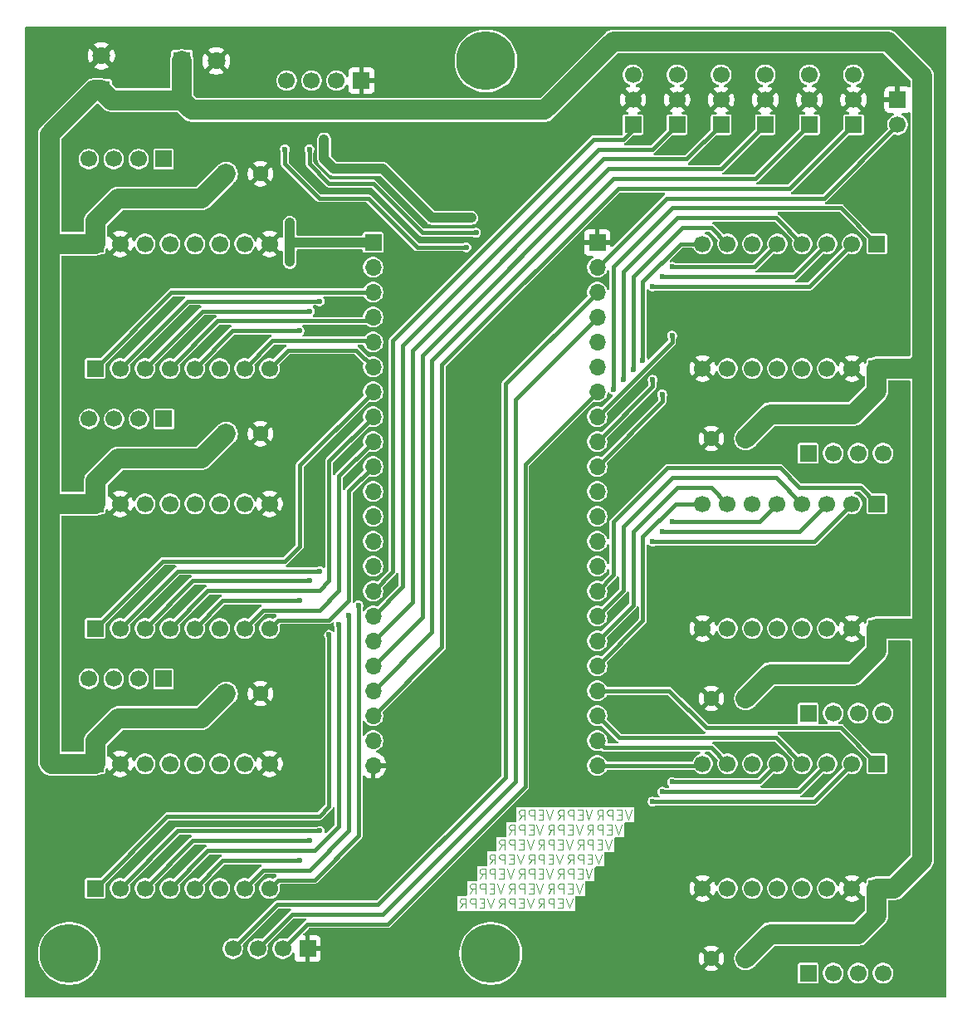
<source format=gbl>
%TF.GenerationSoftware,KiCad,Pcbnew,9.0.2*%
%TF.CreationDate,2025-12-07T18:16:56+01:00*%
%TF.ProjectId,Driver Carrier v2,44726976-6572-4204-9361-727269657220,rev?*%
%TF.SameCoordinates,Original*%
%TF.FileFunction,Copper,L2,Bot*%
%TF.FilePolarity,Positive*%
%FSLAX46Y46*%
G04 Gerber Fmt 4.6, Leading zero omitted, Abs format (unit mm)*
G04 Created by KiCad (PCBNEW 9.0.2) date 2025-12-07 18:16:56*
%MOMM*%
%LPD*%
G01*
G04 APERTURE LIST*
G04 Aperture macros list*
%AMRoundRect*
0 Rectangle with rounded corners*
0 $1 Rounding radius*
0 $2 $3 $4 $5 $6 $7 $8 $9 X,Y pos of 4 corners*
0 Add a 4 corners polygon primitive as box body*
4,1,4,$2,$3,$4,$5,$6,$7,$8,$9,$2,$3,0*
0 Add four circle primitives for the rounded corners*
1,1,$1+$1,$2,$3*
1,1,$1+$1,$4,$5*
1,1,$1+$1,$6,$7*
1,1,$1+$1,$8,$9*
0 Add four rect primitives between the rounded corners*
20,1,$1+$1,$2,$3,$4,$5,0*
20,1,$1+$1,$4,$5,$6,$7,0*
20,1,$1+$1,$6,$7,$8,$9,0*
20,1,$1+$1,$8,$9,$2,$3,0*%
G04 Aperture macros list end*
%ADD10C,0.100000*%
%TA.AperFunction,NonConductor*%
%ADD11C,0.100000*%
%TD*%
%TA.AperFunction,ComponentPad*%
%ADD12R,1.700000X1.700000*%
%TD*%
%TA.AperFunction,ComponentPad*%
%ADD13C,1.700000*%
%TD*%
%TA.AperFunction,ComponentPad*%
%ADD14RoundRect,0.250000X-0.550000X-0.550000X0.550000X-0.550000X0.550000X0.550000X-0.550000X0.550000X0*%
%TD*%
%TA.AperFunction,ComponentPad*%
%ADD15C,1.600000*%
%TD*%
%TA.AperFunction,ComponentPad*%
%ADD16RoundRect,0.250000X0.550000X0.550000X-0.550000X0.550000X-0.550000X-0.550000X0.550000X-0.550000X0*%
%TD*%
%TA.AperFunction,ComponentPad*%
%ADD17O,1.700000X1.700000*%
%TD*%
%TA.AperFunction,ComponentPad*%
%ADD18R,1.800000X1.800000*%
%TD*%
%TA.AperFunction,ComponentPad*%
%ADD19C,1.800000*%
%TD*%
%TA.AperFunction,ComponentPad*%
%ADD20C,6.000000*%
%TD*%
%TA.AperFunction,ViaPad*%
%ADD21C,0.600000*%
%TD*%
%TA.AperFunction,Conductor*%
%ADD22C,2.000000*%
%TD*%
%TA.AperFunction,Conductor*%
%ADD23C,0.400000*%
%TD*%
%TA.AperFunction,Conductor*%
%ADD24C,1.000000*%
%TD*%
G04 APERTURE END LIST*
D10*
D11*
X152838972Y-104372419D02*
X152505639Y-105372419D01*
X152505639Y-105372419D02*
X152172306Y-104372419D01*
X151838972Y-104848609D02*
X151505639Y-104848609D01*
X151362782Y-105372419D02*
X151838972Y-105372419D01*
X151838972Y-105372419D02*
X151838972Y-104372419D01*
X151838972Y-104372419D02*
X151362782Y-104372419D01*
X150934210Y-105372419D02*
X150934210Y-104372419D01*
X150934210Y-104372419D02*
X150553258Y-104372419D01*
X150553258Y-104372419D02*
X150458020Y-104420038D01*
X150458020Y-104420038D02*
X150410401Y-104467657D01*
X150410401Y-104467657D02*
X150362782Y-104562895D01*
X150362782Y-104562895D02*
X150362782Y-104705752D01*
X150362782Y-104705752D02*
X150410401Y-104800990D01*
X150410401Y-104800990D02*
X150458020Y-104848609D01*
X150458020Y-104848609D02*
X150553258Y-104896228D01*
X150553258Y-104896228D02*
X150934210Y-104896228D01*
X149362782Y-105372419D02*
X149696115Y-104896228D01*
X149934210Y-105372419D02*
X149934210Y-104372419D01*
X149934210Y-104372419D02*
X149553258Y-104372419D01*
X149553258Y-104372419D02*
X149458020Y-104420038D01*
X149458020Y-104420038D02*
X149410401Y-104467657D01*
X149410401Y-104467657D02*
X149362782Y-104562895D01*
X149362782Y-104562895D02*
X149362782Y-104705752D01*
X149362782Y-104705752D02*
X149410401Y-104800990D01*
X149410401Y-104800990D02*
X149458020Y-104848609D01*
X149458020Y-104848609D02*
X149553258Y-104896228D01*
X149553258Y-104896228D02*
X149934210Y-104896228D01*
D10*
D11*
X148838972Y-110372419D02*
X148505639Y-111372419D01*
X148505639Y-111372419D02*
X148172306Y-110372419D01*
X147838972Y-110848609D02*
X147505639Y-110848609D01*
X147362782Y-111372419D02*
X147838972Y-111372419D01*
X147838972Y-111372419D02*
X147838972Y-110372419D01*
X147838972Y-110372419D02*
X147362782Y-110372419D01*
X146934210Y-111372419D02*
X146934210Y-110372419D01*
X146934210Y-110372419D02*
X146553258Y-110372419D01*
X146553258Y-110372419D02*
X146458020Y-110420038D01*
X146458020Y-110420038D02*
X146410401Y-110467657D01*
X146410401Y-110467657D02*
X146362782Y-110562895D01*
X146362782Y-110562895D02*
X146362782Y-110705752D01*
X146362782Y-110705752D02*
X146410401Y-110800990D01*
X146410401Y-110800990D02*
X146458020Y-110848609D01*
X146458020Y-110848609D02*
X146553258Y-110896228D01*
X146553258Y-110896228D02*
X146934210Y-110896228D01*
X145362782Y-111372419D02*
X145696115Y-110896228D01*
X145934210Y-111372419D02*
X145934210Y-110372419D01*
X145934210Y-110372419D02*
X145553258Y-110372419D01*
X145553258Y-110372419D02*
X145458020Y-110420038D01*
X145458020Y-110420038D02*
X145410401Y-110467657D01*
X145410401Y-110467657D02*
X145362782Y-110562895D01*
X145362782Y-110562895D02*
X145362782Y-110705752D01*
X145362782Y-110705752D02*
X145410401Y-110800990D01*
X145410401Y-110800990D02*
X145458020Y-110848609D01*
X145458020Y-110848609D02*
X145553258Y-110896228D01*
X145553258Y-110896228D02*
X145934210Y-110896228D01*
D10*
D11*
X151838972Y-105872419D02*
X151505639Y-106872419D01*
X151505639Y-106872419D02*
X151172306Y-105872419D01*
X150838972Y-106348609D02*
X150505639Y-106348609D01*
X150362782Y-106872419D02*
X150838972Y-106872419D01*
X150838972Y-106872419D02*
X150838972Y-105872419D01*
X150838972Y-105872419D02*
X150362782Y-105872419D01*
X149934210Y-106872419D02*
X149934210Y-105872419D01*
X149934210Y-105872419D02*
X149553258Y-105872419D01*
X149553258Y-105872419D02*
X149458020Y-105920038D01*
X149458020Y-105920038D02*
X149410401Y-105967657D01*
X149410401Y-105967657D02*
X149362782Y-106062895D01*
X149362782Y-106062895D02*
X149362782Y-106205752D01*
X149362782Y-106205752D02*
X149410401Y-106300990D01*
X149410401Y-106300990D02*
X149458020Y-106348609D01*
X149458020Y-106348609D02*
X149553258Y-106396228D01*
X149553258Y-106396228D02*
X149934210Y-106396228D01*
X148362782Y-106872419D02*
X148696115Y-106396228D01*
X148934210Y-106872419D02*
X148934210Y-105872419D01*
X148934210Y-105872419D02*
X148553258Y-105872419D01*
X148553258Y-105872419D02*
X148458020Y-105920038D01*
X148458020Y-105920038D02*
X148410401Y-105967657D01*
X148410401Y-105967657D02*
X148362782Y-106062895D01*
X148362782Y-106062895D02*
X148362782Y-106205752D01*
X148362782Y-106205752D02*
X148410401Y-106300990D01*
X148410401Y-106300990D02*
X148458020Y-106348609D01*
X148458020Y-106348609D02*
X148553258Y-106396228D01*
X148553258Y-106396228D02*
X148934210Y-106396228D01*
D10*
D11*
X150838972Y-107372419D02*
X150505639Y-108372419D01*
X150505639Y-108372419D02*
X150172306Y-107372419D01*
X149838972Y-107848609D02*
X149505639Y-107848609D01*
X149362782Y-108372419D02*
X149838972Y-108372419D01*
X149838972Y-108372419D02*
X149838972Y-107372419D01*
X149838972Y-107372419D02*
X149362782Y-107372419D01*
X148934210Y-108372419D02*
X148934210Y-107372419D01*
X148934210Y-107372419D02*
X148553258Y-107372419D01*
X148553258Y-107372419D02*
X148458020Y-107420038D01*
X148458020Y-107420038D02*
X148410401Y-107467657D01*
X148410401Y-107467657D02*
X148362782Y-107562895D01*
X148362782Y-107562895D02*
X148362782Y-107705752D01*
X148362782Y-107705752D02*
X148410401Y-107800990D01*
X148410401Y-107800990D02*
X148458020Y-107848609D01*
X148458020Y-107848609D02*
X148553258Y-107896228D01*
X148553258Y-107896228D02*
X148934210Y-107896228D01*
X147362782Y-108372419D02*
X147696115Y-107896228D01*
X147934210Y-108372419D02*
X147934210Y-107372419D01*
X147934210Y-107372419D02*
X147553258Y-107372419D01*
X147553258Y-107372419D02*
X147458020Y-107420038D01*
X147458020Y-107420038D02*
X147410401Y-107467657D01*
X147410401Y-107467657D02*
X147362782Y-107562895D01*
X147362782Y-107562895D02*
X147362782Y-107705752D01*
X147362782Y-107705752D02*
X147410401Y-107800990D01*
X147410401Y-107800990D02*
X147458020Y-107848609D01*
X147458020Y-107848609D02*
X147553258Y-107896228D01*
X147553258Y-107896228D02*
X147934210Y-107896228D01*
D10*
D11*
X149838972Y-108872419D02*
X149505639Y-109872419D01*
X149505639Y-109872419D02*
X149172306Y-108872419D01*
X148838972Y-109348609D02*
X148505639Y-109348609D01*
X148362782Y-109872419D02*
X148838972Y-109872419D01*
X148838972Y-109872419D02*
X148838972Y-108872419D01*
X148838972Y-108872419D02*
X148362782Y-108872419D01*
X147934210Y-109872419D02*
X147934210Y-108872419D01*
X147934210Y-108872419D02*
X147553258Y-108872419D01*
X147553258Y-108872419D02*
X147458020Y-108920038D01*
X147458020Y-108920038D02*
X147410401Y-108967657D01*
X147410401Y-108967657D02*
X147362782Y-109062895D01*
X147362782Y-109062895D02*
X147362782Y-109205752D01*
X147362782Y-109205752D02*
X147410401Y-109300990D01*
X147410401Y-109300990D02*
X147458020Y-109348609D01*
X147458020Y-109348609D02*
X147553258Y-109396228D01*
X147553258Y-109396228D02*
X147934210Y-109396228D01*
X146362782Y-109872419D02*
X146696115Y-109396228D01*
X146934210Y-109872419D02*
X146934210Y-108872419D01*
X146934210Y-108872419D02*
X146553258Y-108872419D01*
X146553258Y-108872419D02*
X146458020Y-108920038D01*
X146458020Y-108920038D02*
X146410401Y-108967657D01*
X146410401Y-108967657D02*
X146362782Y-109062895D01*
X146362782Y-109062895D02*
X146362782Y-109205752D01*
X146362782Y-109205752D02*
X146410401Y-109300990D01*
X146410401Y-109300990D02*
X146458020Y-109348609D01*
X146458020Y-109348609D02*
X146553258Y-109396228D01*
X146553258Y-109396228D02*
X146934210Y-109396228D01*
D10*
D11*
X153838972Y-102872419D02*
X153505639Y-103872419D01*
X153505639Y-103872419D02*
X153172306Y-102872419D01*
X152838972Y-103348609D02*
X152505639Y-103348609D01*
X152362782Y-103872419D02*
X152838972Y-103872419D01*
X152838972Y-103872419D02*
X152838972Y-102872419D01*
X152838972Y-102872419D02*
X152362782Y-102872419D01*
X151934210Y-103872419D02*
X151934210Y-102872419D01*
X151934210Y-102872419D02*
X151553258Y-102872419D01*
X151553258Y-102872419D02*
X151458020Y-102920038D01*
X151458020Y-102920038D02*
X151410401Y-102967657D01*
X151410401Y-102967657D02*
X151362782Y-103062895D01*
X151362782Y-103062895D02*
X151362782Y-103205752D01*
X151362782Y-103205752D02*
X151410401Y-103300990D01*
X151410401Y-103300990D02*
X151458020Y-103348609D01*
X151458020Y-103348609D02*
X151553258Y-103396228D01*
X151553258Y-103396228D02*
X151934210Y-103396228D01*
X150362782Y-103872419D02*
X150696115Y-103396228D01*
X150934210Y-103872419D02*
X150934210Y-102872419D01*
X150934210Y-102872419D02*
X150553258Y-102872419D01*
X150553258Y-102872419D02*
X150458020Y-102920038D01*
X150458020Y-102920038D02*
X150410401Y-102967657D01*
X150410401Y-102967657D02*
X150362782Y-103062895D01*
X150362782Y-103062895D02*
X150362782Y-103205752D01*
X150362782Y-103205752D02*
X150410401Y-103300990D01*
X150410401Y-103300990D02*
X150458020Y-103348609D01*
X150458020Y-103348609D02*
X150553258Y-103396228D01*
X150553258Y-103396228D02*
X150934210Y-103396228D01*
D10*
D11*
X154838972Y-101372419D02*
X154505639Y-102372419D01*
X154505639Y-102372419D02*
X154172306Y-101372419D01*
X153838972Y-101848609D02*
X153505639Y-101848609D01*
X153362782Y-102372419D02*
X153838972Y-102372419D01*
X153838972Y-102372419D02*
X153838972Y-101372419D01*
X153838972Y-101372419D02*
X153362782Y-101372419D01*
X152934210Y-102372419D02*
X152934210Y-101372419D01*
X152934210Y-101372419D02*
X152553258Y-101372419D01*
X152553258Y-101372419D02*
X152458020Y-101420038D01*
X152458020Y-101420038D02*
X152410401Y-101467657D01*
X152410401Y-101467657D02*
X152362782Y-101562895D01*
X152362782Y-101562895D02*
X152362782Y-101705752D01*
X152362782Y-101705752D02*
X152410401Y-101800990D01*
X152410401Y-101800990D02*
X152458020Y-101848609D01*
X152458020Y-101848609D02*
X152553258Y-101896228D01*
X152553258Y-101896228D02*
X152934210Y-101896228D01*
X151362782Y-102372419D02*
X151696115Y-101896228D01*
X151934210Y-102372419D02*
X151934210Y-101372419D01*
X151934210Y-101372419D02*
X151553258Y-101372419D01*
X151553258Y-101372419D02*
X151458020Y-101420038D01*
X151458020Y-101420038D02*
X151410401Y-101467657D01*
X151410401Y-101467657D02*
X151362782Y-101562895D01*
X151362782Y-101562895D02*
X151362782Y-101705752D01*
X151362782Y-101705752D02*
X151410401Y-101800990D01*
X151410401Y-101800990D02*
X151458020Y-101848609D01*
X151458020Y-101848609D02*
X151553258Y-101896228D01*
X151553258Y-101896228D02*
X151934210Y-101896228D01*
D10*
D11*
X160838972Y-104372419D02*
X160505639Y-105372419D01*
X160505639Y-105372419D02*
X160172306Y-104372419D01*
X159838972Y-104848609D02*
X159505639Y-104848609D01*
X159362782Y-105372419D02*
X159838972Y-105372419D01*
X159838972Y-105372419D02*
X159838972Y-104372419D01*
X159838972Y-104372419D02*
X159362782Y-104372419D01*
X158934210Y-105372419D02*
X158934210Y-104372419D01*
X158934210Y-104372419D02*
X158553258Y-104372419D01*
X158553258Y-104372419D02*
X158458020Y-104420038D01*
X158458020Y-104420038D02*
X158410401Y-104467657D01*
X158410401Y-104467657D02*
X158362782Y-104562895D01*
X158362782Y-104562895D02*
X158362782Y-104705752D01*
X158362782Y-104705752D02*
X158410401Y-104800990D01*
X158410401Y-104800990D02*
X158458020Y-104848609D01*
X158458020Y-104848609D02*
X158553258Y-104896228D01*
X158553258Y-104896228D02*
X158934210Y-104896228D01*
X157362782Y-105372419D02*
X157696115Y-104896228D01*
X157934210Y-105372419D02*
X157934210Y-104372419D01*
X157934210Y-104372419D02*
X157553258Y-104372419D01*
X157553258Y-104372419D02*
X157458020Y-104420038D01*
X157458020Y-104420038D02*
X157410401Y-104467657D01*
X157410401Y-104467657D02*
X157362782Y-104562895D01*
X157362782Y-104562895D02*
X157362782Y-104705752D01*
X157362782Y-104705752D02*
X157410401Y-104800990D01*
X157410401Y-104800990D02*
X157458020Y-104848609D01*
X157458020Y-104848609D02*
X157553258Y-104896228D01*
X157553258Y-104896228D02*
X157934210Y-104896228D01*
D10*
D11*
X156838972Y-110372419D02*
X156505639Y-111372419D01*
X156505639Y-111372419D02*
X156172306Y-110372419D01*
X155838972Y-110848609D02*
X155505639Y-110848609D01*
X155362782Y-111372419D02*
X155838972Y-111372419D01*
X155838972Y-111372419D02*
X155838972Y-110372419D01*
X155838972Y-110372419D02*
X155362782Y-110372419D01*
X154934210Y-111372419D02*
X154934210Y-110372419D01*
X154934210Y-110372419D02*
X154553258Y-110372419D01*
X154553258Y-110372419D02*
X154458020Y-110420038D01*
X154458020Y-110420038D02*
X154410401Y-110467657D01*
X154410401Y-110467657D02*
X154362782Y-110562895D01*
X154362782Y-110562895D02*
X154362782Y-110705752D01*
X154362782Y-110705752D02*
X154410401Y-110800990D01*
X154410401Y-110800990D02*
X154458020Y-110848609D01*
X154458020Y-110848609D02*
X154553258Y-110896228D01*
X154553258Y-110896228D02*
X154934210Y-110896228D01*
X153362782Y-111372419D02*
X153696115Y-110896228D01*
X153934210Y-111372419D02*
X153934210Y-110372419D01*
X153934210Y-110372419D02*
X153553258Y-110372419D01*
X153553258Y-110372419D02*
X153458020Y-110420038D01*
X153458020Y-110420038D02*
X153410401Y-110467657D01*
X153410401Y-110467657D02*
X153362782Y-110562895D01*
X153362782Y-110562895D02*
X153362782Y-110705752D01*
X153362782Y-110705752D02*
X153410401Y-110800990D01*
X153410401Y-110800990D02*
X153458020Y-110848609D01*
X153458020Y-110848609D02*
X153553258Y-110896228D01*
X153553258Y-110896228D02*
X153934210Y-110896228D01*
D10*
D11*
X159838972Y-105872419D02*
X159505639Y-106872419D01*
X159505639Y-106872419D02*
X159172306Y-105872419D01*
X158838972Y-106348609D02*
X158505639Y-106348609D01*
X158362782Y-106872419D02*
X158838972Y-106872419D01*
X158838972Y-106872419D02*
X158838972Y-105872419D01*
X158838972Y-105872419D02*
X158362782Y-105872419D01*
X157934210Y-106872419D02*
X157934210Y-105872419D01*
X157934210Y-105872419D02*
X157553258Y-105872419D01*
X157553258Y-105872419D02*
X157458020Y-105920038D01*
X157458020Y-105920038D02*
X157410401Y-105967657D01*
X157410401Y-105967657D02*
X157362782Y-106062895D01*
X157362782Y-106062895D02*
X157362782Y-106205752D01*
X157362782Y-106205752D02*
X157410401Y-106300990D01*
X157410401Y-106300990D02*
X157458020Y-106348609D01*
X157458020Y-106348609D02*
X157553258Y-106396228D01*
X157553258Y-106396228D02*
X157934210Y-106396228D01*
X156362782Y-106872419D02*
X156696115Y-106396228D01*
X156934210Y-106872419D02*
X156934210Y-105872419D01*
X156934210Y-105872419D02*
X156553258Y-105872419D01*
X156553258Y-105872419D02*
X156458020Y-105920038D01*
X156458020Y-105920038D02*
X156410401Y-105967657D01*
X156410401Y-105967657D02*
X156362782Y-106062895D01*
X156362782Y-106062895D02*
X156362782Y-106205752D01*
X156362782Y-106205752D02*
X156410401Y-106300990D01*
X156410401Y-106300990D02*
X156458020Y-106348609D01*
X156458020Y-106348609D02*
X156553258Y-106396228D01*
X156553258Y-106396228D02*
X156934210Y-106396228D01*
D10*
D11*
X158838972Y-107372419D02*
X158505639Y-108372419D01*
X158505639Y-108372419D02*
X158172306Y-107372419D01*
X157838972Y-107848609D02*
X157505639Y-107848609D01*
X157362782Y-108372419D02*
X157838972Y-108372419D01*
X157838972Y-108372419D02*
X157838972Y-107372419D01*
X157838972Y-107372419D02*
X157362782Y-107372419D01*
X156934210Y-108372419D02*
X156934210Y-107372419D01*
X156934210Y-107372419D02*
X156553258Y-107372419D01*
X156553258Y-107372419D02*
X156458020Y-107420038D01*
X156458020Y-107420038D02*
X156410401Y-107467657D01*
X156410401Y-107467657D02*
X156362782Y-107562895D01*
X156362782Y-107562895D02*
X156362782Y-107705752D01*
X156362782Y-107705752D02*
X156410401Y-107800990D01*
X156410401Y-107800990D02*
X156458020Y-107848609D01*
X156458020Y-107848609D02*
X156553258Y-107896228D01*
X156553258Y-107896228D02*
X156934210Y-107896228D01*
X155362782Y-108372419D02*
X155696115Y-107896228D01*
X155934210Y-108372419D02*
X155934210Y-107372419D01*
X155934210Y-107372419D02*
X155553258Y-107372419D01*
X155553258Y-107372419D02*
X155458020Y-107420038D01*
X155458020Y-107420038D02*
X155410401Y-107467657D01*
X155410401Y-107467657D02*
X155362782Y-107562895D01*
X155362782Y-107562895D02*
X155362782Y-107705752D01*
X155362782Y-107705752D02*
X155410401Y-107800990D01*
X155410401Y-107800990D02*
X155458020Y-107848609D01*
X155458020Y-107848609D02*
X155553258Y-107896228D01*
X155553258Y-107896228D02*
X155934210Y-107896228D01*
D10*
D11*
X157838972Y-108872419D02*
X157505639Y-109872419D01*
X157505639Y-109872419D02*
X157172306Y-108872419D01*
X156838972Y-109348609D02*
X156505639Y-109348609D01*
X156362782Y-109872419D02*
X156838972Y-109872419D01*
X156838972Y-109872419D02*
X156838972Y-108872419D01*
X156838972Y-108872419D02*
X156362782Y-108872419D01*
X155934210Y-109872419D02*
X155934210Y-108872419D01*
X155934210Y-108872419D02*
X155553258Y-108872419D01*
X155553258Y-108872419D02*
X155458020Y-108920038D01*
X155458020Y-108920038D02*
X155410401Y-108967657D01*
X155410401Y-108967657D02*
X155362782Y-109062895D01*
X155362782Y-109062895D02*
X155362782Y-109205752D01*
X155362782Y-109205752D02*
X155410401Y-109300990D01*
X155410401Y-109300990D02*
X155458020Y-109348609D01*
X155458020Y-109348609D02*
X155553258Y-109396228D01*
X155553258Y-109396228D02*
X155934210Y-109396228D01*
X154362782Y-109872419D02*
X154696115Y-109396228D01*
X154934210Y-109872419D02*
X154934210Y-108872419D01*
X154934210Y-108872419D02*
X154553258Y-108872419D01*
X154553258Y-108872419D02*
X154458020Y-108920038D01*
X154458020Y-108920038D02*
X154410401Y-108967657D01*
X154410401Y-108967657D02*
X154362782Y-109062895D01*
X154362782Y-109062895D02*
X154362782Y-109205752D01*
X154362782Y-109205752D02*
X154410401Y-109300990D01*
X154410401Y-109300990D02*
X154458020Y-109348609D01*
X154458020Y-109348609D02*
X154553258Y-109396228D01*
X154553258Y-109396228D02*
X154934210Y-109396228D01*
D10*
D11*
X161838972Y-102872419D02*
X161505639Y-103872419D01*
X161505639Y-103872419D02*
X161172306Y-102872419D01*
X160838972Y-103348609D02*
X160505639Y-103348609D01*
X160362782Y-103872419D02*
X160838972Y-103872419D01*
X160838972Y-103872419D02*
X160838972Y-102872419D01*
X160838972Y-102872419D02*
X160362782Y-102872419D01*
X159934210Y-103872419D02*
X159934210Y-102872419D01*
X159934210Y-102872419D02*
X159553258Y-102872419D01*
X159553258Y-102872419D02*
X159458020Y-102920038D01*
X159458020Y-102920038D02*
X159410401Y-102967657D01*
X159410401Y-102967657D02*
X159362782Y-103062895D01*
X159362782Y-103062895D02*
X159362782Y-103205752D01*
X159362782Y-103205752D02*
X159410401Y-103300990D01*
X159410401Y-103300990D02*
X159458020Y-103348609D01*
X159458020Y-103348609D02*
X159553258Y-103396228D01*
X159553258Y-103396228D02*
X159934210Y-103396228D01*
X158362782Y-103872419D02*
X158696115Y-103396228D01*
X158934210Y-103872419D02*
X158934210Y-102872419D01*
X158934210Y-102872419D02*
X158553258Y-102872419D01*
X158553258Y-102872419D02*
X158458020Y-102920038D01*
X158458020Y-102920038D02*
X158410401Y-102967657D01*
X158410401Y-102967657D02*
X158362782Y-103062895D01*
X158362782Y-103062895D02*
X158362782Y-103205752D01*
X158362782Y-103205752D02*
X158410401Y-103300990D01*
X158410401Y-103300990D02*
X158458020Y-103348609D01*
X158458020Y-103348609D02*
X158553258Y-103396228D01*
X158553258Y-103396228D02*
X158934210Y-103396228D01*
D10*
D11*
X162838972Y-101372419D02*
X162505639Y-102372419D01*
X162505639Y-102372419D02*
X162172306Y-101372419D01*
X161838972Y-101848609D02*
X161505639Y-101848609D01*
X161362782Y-102372419D02*
X161838972Y-102372419D01*
X161838972Y-102372419D02*
X161838972Y-101372419D01*
X161838972Y-101372419D02*
X161362782Y-101372419D01*
X160934210Y-102372419D02*
X160934210Y-101372419D01*
X160934210Y-101372419D02*
X160553258Y-101372419D01*
X160553258Y-101372419D02*
X160458020Y-101420038D01*
X160458020Y-101420038D02*
X160410401Y-101467657D01*
X160410401Y-101467657D02*
X160362782Y-101562895D01*
X160362782Y-101562895D02*
X160362782Y-101705752D01*
X160362782Y-101705752D02*
X160410401Y-101800990D01*
X160410401Y-101800990D02*
X160458020Y-101848609D01*
X160458020Y-101848609D02*
X160553258Y-101896228D01*
X160553258Y-101896228D02*
X160934210Y-101896228D01*
X159362782Y-102372419D02*
X159696115Y-101896228D01*
X159934210Y-102372419D02*
X159934210Y-101372419D01*
X159934210Y-101372419D02*
X159553258Y-101372419D01*
X159553258Y-101372419D02*
X159458020Y-101420038D01*
X159458020Y-101420038D02*
X159410401Y-101467657D01*
X159410401Y-101467657D02*
X159362782Y-101562895D01*
X159362782Y-101562895D02*
X159362782Y-101705752D01*
X159362782Y-101705752D02*
X159410401Y-101800990D01*
X159410401Y-101800990D02*
X159458020Y-101848609D01*
X159458020Y-101848609D02*
X159553258Y-101896228D01*
X159553258Y-101896228D02*
X159934210Y-101896228D01*
D10*
D11*
X152838972Y-110372419D02*
X152505639Y-111372419D01*
X152505639Y-111372419D02*
X152172306Y-110372419D01*
X151838972Y-110848609D02*
X151505639Y-110848609D01*
X151362782Y-111372419D02*
X151838972Y-111372419D01*
X151838972Y-111372419D02*
X151838972Y-110372419D01*
X151838972Y-110372419D02*
X151362782Y-110372419D01*
X150934210Y-111372419D02*
X150934210Y-110372419D01*
X150934210Y-110372419D02*
X150553258Y-110372419D01*
X150553258Y-110372419D02*
X150458020Y-110420038D01*
X150458020Y-110420038D02*
X150410401Y-110467657D01*
X150410401Y-110467657D02*
X150362782Y-110562895D01*
X150362782Y-110562895D02*
X150362782Y-110705752D01*
X150362782Y-110705752D02*
X150410401Y-110800990D01*
X150410401Y-110800990D02*
X150458020Y-110848609D01*
X150458020Y-110848609D02*
X150553258Y-110896228D01*
X150553258Y-110896228D02*
X150934210Y-110896228D01*
X149362782Y-111372419D02*
X149696115Y-110896228D01*
X149934210Y-111372419D02*
X149934210Y-110372419D01*
X149934210Y-110372419D02*
X149553258Y-110372419D01*
X149553258Y-110372419D02*
X149458020Y-110420038D01*
X149458020Y-110420038D02*
X149410401Y-110467657D01*
X149410401Y-110467657D02*
X149362782Y-110562895D01*
X149362782Y-110562895D02*
X149362782Y-110705752D01*
X149362782Y-110705752D02*
X149410401Y-110800990D01*
X149410401Y-110800990D02*
X149458020Y-110848609D01*
X149458020Y-110848609D02*
X149553258Y-110896228D01*
X149553258Y-110896228D02*
X149934210Y-110896228D01*
D10*
D11*
X153838972Y-108872419D02*
X153505639Y-109872419D01*
X153505639Y-109872419D02*
X153172306Y-108872419D01*
X152838972Y-109348609D02*
X152505639Y-109348609D01*
X152362782Y-109872419D02*
X152838972Y-109872419D01*
X152838972Y-109872419D02*
X152838972Y-108872419D01*
X152838972Y-108872419D02*
X152362782Y-108872419D01*
X151934210Y-109872419D02*
X151934210Y-108872419D01*
X151934210Y-108872419D02*
X151553258Y-108872419D01*
X151553258Y-108872419D02*
X151458020Y-108920038D01*
X151458020Y-108920038D02*
X151410401Y-108967657D01*
X151410401Y-108967657D02*
X151362782Y-109062895D01*
X151362782Y-109062895D02*
X151362782Y-109205752D01*
X151362782Y-109205752D02*
X151410401Y-109300990D01*
X151410401Y-109300990D02*
X151458020Y-109348609D01*
X151458020Y-109348609D02*
X151553258Y-109396228D01*
X151553258Y-109396228D02*
X151934210Y-109396228D01*
X150362782Y-109872419D02*
X150696115Y-109396228D01*
X150934210Y-109872419D02*
X150934210Y-108872419D01*
X150934210Y-108872419D02*
X150553258Y-108872419D01*
X150553258Y-108872419D02*
X150458020Y-108920038D01*
X150458020Y-108920038D02*
X150410401Y-108967657D01*
X150410401Y-108967657D02*
X150362782Y-109062895D01*
X150362782Y-109062895D02*
X150362782Y-109205752D01*
X150362782Y-109205752D02*
X150410401Y-109300990D01*
X150410401Y-109300990D02*
X150458020Y-109348609D01*
X150458020Y-109348609D02*
X150553258Y-109396228D01*
X150553258Y-109396228D02*
X150934210Y-109396228D01*
D10*
D11*
X154838972Y-107372419D02*
X154505639Y-108372419D01*
X154505639Y-108372419D02*
X154172306Y-107372419D01*
X153838972Y-107848609D02*
X153505639Y-107848609D01*
X153362782Y-108372419D02*
X153838972Y-108372419D01*
X153838972Y-108372419D02*
X153838972Y-107372419D01*
X153838972Y-107372419D02*
X153362782Y-107372419D01*
X152934210Y-108372419D02*
X152934210Y-107372419D01*
X152934210Y-107372419D02*
X152553258Y-107372419D01*
X152553258Y-107372419D02*
X152458020Y-107420038D01*
X152458020Y-107420038D02*
X152410401Y-107467657D01*
X152410401Y-107467657D02*
X152362782Y-107562895D01*
X152362782Y-107562895D02*
X152362782Y-107705752D01*
X152362782Y-107705752D02*
X152410401Y-107800990D01*
X152410401Y-107800990D02*
X152458020Y-107848609D01*
X152458020Y-107848609D02*
X152553258Y-107896228D01*
X152553258Y-107896228D02*
X152934210Y-107896228D01*
X151362782Y-108372419D02*
X151696115Y-107896228D01*
X151934210Y-108372419D02*
X151934210Y-107372419D01*
X151934210Y-107372419D02*
X151553258Y-107372419D01*
X151553258Y-107372419D02*
X151458020Y-107420038D01*
X151458020Y-107420038D02*
X151410401Y-107467657D01*
X151410401Y-107467657D02*
X151362782Y-107562895D01*
X151362782Y-107562895D02*
X151362782Y-107705752D01*
X151362782Y-107705752D02*
X151410401Y-107800990D01*
X151410401Y-107800990D02*
X151458020Y-107848609D01*
X151458020Y-107848609D02*
X151553258Y-107896228D01*
X151553258Y-107896228D02*
X151934210Y-107896228D01*
D10*
D11*
X155838972Y-105872419D02*
X155505639Y-106872419D01*
X155505639Y-106872419D02*
X155172306Y-105872419D01*
X154838972Y-106348609D02*
X154505639Y-106348609D01*
X154362782Y-106872419D02*
X154838972Y-106872419D01*
X154838972Y-106872419D02*
X154838972Y-105872419D01*
X154838972Y-105872419D02*
X154362782Y-105872419D01*
X153934210Y-106872419D02*
X153934210Y-105872419D01*
X153934210Y-105872419D02*
X153553258Y-105872419D01*
X153553258Y-105872419D02*
X153458020Y-105920038D01*
X153458020Y-105920038D02*
X153410401Y-105967657D01*
X153410401Y-105967657D02*
X153362782Y-106062895D01*
X153362782Y-106062895D02*
X153362782Y-106205752D01*
X153362782Y-106205752D02*
X153410401Y-106300990D01*
X153410401Y-106300990D02*
X153458020Y-106348609D01*
X153458020Y-106348609D02*
X153553258Y-106396228D01*
X153553258Y-106396228D02*
X153934210Y-106396228D01*
X152362782Y-106872419D02*
X152696115Y-106396228D01*
X152934210Y-106872419D02*
X152934210Y-105872419D01*
X152934210Y-105872419D02*
X152553258Y-105872419D01*
X152553258Y-105872419D02*
X152458020Y-105920038D01*
X152458020Y-105920038D02*
X152410401Y-105967657D01*
X152410401Y-105967657D02*
X152362782Y-106062895D01*
X152362782Y-106062895D02*
X152362782Y-106205752D01*
X152362782Y-106205752D02*
X152410401Y-106300990D01*
X152410401Y-106300990D02*
X152458020Y-106348609D01*
X152458020Y-106348609D02*
X152553258Y-106396228D01*
X152553258Y-106396228D02*
X152934210Y-106396228D01*
D10*
D11*
X156838972Y-104372419D02*
X156505639Y-105372419D01*
X156505639Y-105372419D02*
X156172306Y-104372419D01*
X155838972Y-104848609D02*
X155505639Y-104848609D01*
X155362782Y-105372419D02*
X155838972Y-105372419D01*
X155838972Y-105372419D02*
X155838972Y-104372419D01*
X155838972Y-104372419D02*
X155362782Y-104372419D01*
X154934210Y-105372419D02*
X154934210Y-104372419D01*
X154934210Y-104372419D02*
X154553258Y-104372419D01*
X154553258Y-104372419D02*
X154458020Y-104420038D01*
X154458020Y-104420038D02*
X154410401Y-104467657D01*
X154410401Y-104467657D02*
X154362782Y-104562895D01*
X154362782Y-104562895D02*
X154362782Y-104705752D01*
X154362782Y-104705752D02*
X154410401Y-104800990D01*
X154410401Y-104800990D02*
X154458020Y-104848609D01*
X154458020Y-104848609D02*
X154553258Y-104896228D01*
X154553258Y-104896228D02*
X154934210Y-104896228D01*
X153362782Y-105372419D02*
X153696115Y-104896228D01*
X153934210Y-105372419D02*
X153934210Y-104372419D01*
X153934210Y-104372419D02*
X153553258Y-104372419D01*
X153553258Y-104372419D02*
X153458020Y-104420038D01*
X153458020Y-104420038D02*
X153410401Y-104467657D01*
X153410401Y-104467657D02*
X153362782Y-104562895D01*
X153362782Y-104562895D02*
X153362782Y-104705752D01*
X153362782Y-104705752D02*
X153410401Y-104800990D01*
X153410401Y-104800990D02*
X153458020Y-104848609D01*
X153458020Y-104848609D02*
X153553258Y-104896228D01*
X153553258Y-104896228D02*
X153934210Y-104896228D01*
D10*
D11*
X157838972Y-102872419D02*
X157505639Y-103872419D01*
X157505639Y-103872419D02*
X157172306Y-102872419D01*
X156838972Y-103348609D02*
X156505639Y-103348609D01*
X156362782Y-103872419D02*
X156838972Y-103872419D01*
X156838972Y-103872419D02*
X156838972Y-102872419D01*
X156838972Y-102872419D02*
X156362782Y-102872419D01*
X155934210Y-103872419D02*
X155934210Y-102872419D01*
X155934210Y-102872419D02*
X155553258Y-102872419D01*
X155553258Y-102872419D02*
X155458020Y-102920038D01*
X155458020Y-102920038D02*
X155410401Y-102967657D01*
X155410401Y-102967657D02*
X155362782Y-103062895D01*
X155362782Y-103062895D02*
X155362782Y-103205752D01*
X155362782Y-103205752D02*
X155410401Y-103300990D01*
X155410401Y-103300990D02*
X155458020Y-103348609D01*
X155458020Y-103348609D02*
X155553258Y-103396228D01*
X155553258Y-103396228D02*
X155934210Y-103396228D01*
X154362782Y-103872419D02*
X154696115Y-103396228D01*
X154934210Y-103872419D02*
X154934210Y-102872419D01*
X154934210Y-102872419D02*
X154553258Y-102872419D01*
X154553258Y-102872419D02*
X154458020Y-102920038D01*
X154458020Y-102920038D02*
X154410401Y-102967657D01*
X154410401Y-102967657D02*
X154362782Y-103062895D01*
X154362782Y-103062895D02*
X154362782Y-103205752D01*
X154362782Y-103205752D02*
X154410401Y-103300990D01*
X154410401Y-103300990D02*
X154458020Y-103348609D01*
X154458020Y-103348609D02*
X154553258Y-103396228D01*
X154553258Y-103396228D02*
X154934210Y-103396228D01*
D10*
D11*
X158838972Y-101372419D02*
X158505639Y-102372419D01*
X158505639Y-102372419D02*
X158172306Y-101372419D01*
X157838972Y-101848609D02*
X157505639Y-101848609D01*
X157362782Y-102372419D02*
X157838972Y-102372419D01*
X157838972Y-102372419D02*
X157838972Y-101372419D01*
X157838972Y-101372419D02*
X157362782Y-101372419D01*
X156934210Y-102372419D02*
X156934210Y-101372419D01*
X156934210Y-101372419D02*
X156553258Y-101372419D01*
X156553258Y-101372419D02*
X156458020Y-101420038D01*
X156458020Y-101420038D02*
X156410401Y-101467657D01*
X156410401Y-101467657D02*
X156362782Y-101562895D01*
X156362782Y-101562895D02*
X156362782Y-101705752D01*
X156362782Y-101705752D02*
X156410401Y-101800990D01*
X156410401Y-101800990D02*
X156458020Y-101848609D01*
X156458020Y-101848609D02*
X156553258Y-101896228D01*
X156553258Y-101896228D02*
X156934210Y-101896228D01*
X155362782Y-102372419D02*
X155696115Y-101896228D01*
X155934210Y-102372419D02*
X155934210Y-101372419D01*
X155934210Y-101372419D02*
X155553258Y-101372419D01*
X155553258Y-101372419D02*
X155458020Y-101420038D01*
X155458020Y-101420038D02*
X155410401Y-101467657D01*
X155410401Y-101467657D02*
X155362782Y-101562895D01*
X155362782Y-101562895D02*
X155362782Y-101705752D01*
X155362782Y-101705752D02*
X155410401Y-101800990D01*
X155410401Y-101800990D02*
X155458020Y-101848609D01*
X155458020Y-101848609D02*
X155553258Y-101896228D01*
X155553258Y-101896228D02*
X155934210Y-101896228D01*
D12*
%TO.P,J4,1,Pin_1*%
%TO.N,/All TMCs/BothTMCs n4/M2B*%
X180880000Y-118000000D03*
D13*
%TO.P,J4,2,Pin_2*%
%TO.N,/All TMCs/BothTMCs n4/M2A*%
X183420000Y-118000000D03*
%TO.P,J4,3,Pin_3*%
%TO.N,/All TMCs/BothTMCs n4/M1A*%
X185960000Y-118000000D03*
%TO.P,J4,4,Pin_4*%
%TO.N,/All TMCs/BothTMCs n4/M1B*%
X188500000Y-118000000D03*
%TD*%
D14*
%TO.P,C2,1*%
%TO.N,VM*%
X121500000Y-63000000D03*
D15*
%TO.P,C2,2*%
%TO.N,GND*%
X125000000Y-63000000D03*
%TD*%
D12*
%TO.P,J11,1,Pin_1*%
%TO.N,SW5*%
X181000000Y-31500000D03*
D13*
%TO.P,J11,2,Pin_2*%
%TO.N,GND*%
X181000000Y-28960000D03*
%TO.P,J11,3,Pin_3*%
%TO.N,VIO*%
X181000000Y-26420000D03*
%TD*%
D12*
%TO.P,J8,1,Pin_1*%
%TO.N,SW2*%
X167500000Y-31500000D03*
D13*
%TO.P,J8,2,Pin_2*%
%TO.N,GND*%
X167500000Y-28960000D03*
%TO.P,J8,3,Pin_3*%
%TO.N,VIO*%
X167500000Y-26420000D03*
%TD*%
D16*
%TO.P,C6,1*%
%TO.N,VM*%
X174500000Y-63500000D03*
D15*
%TO.P,C6,2*%
%TO.N,GND*%
X171000000Y-63500000D03*
%TD*%
D12*
%TO.P,J10,1,Pin_1*%
%TO.N,SW4*%
X176500000Y-31500000D03*
D13*
%TO.P,J10,2,Pin_2*%
%TO.N,GND*%
X176500000Y-28960000D03*
%TO.P,J10,3,Pin_3*%
%TO.N,VIO*%
X176500000Y-26420000D03*
%TD*%
D12*
%TO.P,U13,1,3V3*%
%TO.N,VIO*%
X136500000Y-43500000D03*
D17*
%TO.P,U13,2,GPIO0*%
%TO.N,unconnected-(U13-GPIO0-Pad2)*%
X136500000Y-46040000D03*
%TO.P,U13,3,GPIO1*%
%TO.N,/All TMCs/EN1*%
X136500000Y-48580000D03*
%TO.P,U13,4,GPIO2*%
%TO.N,/All TMCs/CS1*%
X136500000Y-51120000D03*
%TO.P,U13,5,GPIO3*%
%TO.N,/All TMCs/STEP1*%
X136500000Y-53660000D03*
%TO.P,U13,6,GPIO4*%
%TO.N,/All TMCs/DIR1*%
X136500000Y-56200000D03*
%TO.P,U13,7,GPIO5*%
%TO.N,/All TMCs/EN2*%
X136500000Y-58740000D03*
%TO.P,U13,8,GPIO6*%
%TO.N,/All TMCs/CS2*%
X136500000Y-61280000D03*
%TO.P,U13,9,GPIO7*%
%TO.N,/All TMCs/STEP2*%
X136500000Y-63820000D03*
%TO.P,U13,10,GPIO8*%
%TO.N,/All TMCs/DIR2*%
X136500000Y-66360000D03*
%TO.P,U13,11,GPIO9*%
%TO.N,/All TMCs/EN3*%
X136500000Y-68900000D03*
%TO.P,U13,12,GPIO10*%
%TO.N,/All TMCs/CS3*%
X136500000Y-71440000D03*
%TO.P,U13,13,GPIO11*%
%TO.N,/All TMCs/STEP3*%
X136500000Y-73980000D03*
%TO.P,U13,14,GPIO12*%
%TO.N,/All TMCs/DIR3*%
X136500000Y-76520000D03*
%TO.P,U13,15,GPIO13*%
%TO.N,SW1*%
X136500000Y-79060000D03*
%TO.P,U13,16,GPIO14*%
%TO.N,SW2*%
X136500000Y-81600000D03*
%TO.P,U13,17,GPIO15*%
%TO.N,SW3*%
X136500000Y-84140000D03*
%TO.P,U13,18,GPIO16*%
%TO.N,SW4*%
X136500000Y-86680000D03*
%TO.P,U13,19,GPIO17*%
%TO.N,SW5*%
X136500000Y-89220000D03*
%TO.P,U13,20,GPIO18*%
%TO.N,SW6*%
X136500000Y-91760000D03*
%TO.P,U13,21,5V*%
%TO.N,VCC*%
X136500000Y-94300000D03*
%TO.P,U13,22,GND*%
%TO.N,GND*%
X136500000Y-96840000D03*
D12*
%TO.P,U13,23,GND*%
X159360000Y-43500000D03*
D17*
%TO.P,U13,24,RST*%
%TO.N,CHIP_PU*%
X159360000Y-46040000D03*
%TO.P,U13,25,GPIO46*%
%TO.N,GPIO46*%
X159360000Y-48580000D03*
%TO.P,U13,26,GPIO45*%
%TO.N,GPIO45*%
X159360000Y-51120000D03*
%TO.P,U13,27,RX*%
%TO.N,CAN_RX*%
X159360000Y-53660000D03*
%TO.P,U13,28,TX*%
%TO.N,CAN_TX*%
X159360000Y-56200000D03*
%TO.P,U13,29,GPIO42*%
%TO.N,GPIO42*%
X159360000Y-58740000D03*
%TO.P,U13,30,GPIO41*%
%TO.N,SDO*%
X159360000Y-61280000D03*
%TO.P,U13,31,GPIO40*%
%TO.N,SDI*%
X159360000Y-63820000D03*
%TO.P,U13,32,GPIO39*%
%TO.N,SCK*%
X159360000Y-66360000D03*
%TO.P,U13,33,GPIO38*%
%TO.N,/All TMCs/EN6*%
X159360000Y-68900000D03*
%TO.P,U13,34,GPIO37*%
%TO.N,/All TMCs/CS6*%
X159360000Y-71440000D03*
%TO.P,U13,35,GPIO36*%
%TO.N,/All TMCs/STEP6*%
X159360000Y-73980000D03*
%TO.P,U13,36,GPIO35*%
%TO.N,/All TMCs/DIR6*%
X159360000Y-76520000D03*
%TO.P,U13,37,GPIO34*%
%TO.N,/All TMCs/EN5*%
X159360000Y-79060000D03*
%TO.P,U13,38,GPIO33*%
%TO.N,/All TMCs/CS5*%
X159360000Y-81600000D03*
%TO.P,U13,39,GPIO26*%
%TO.N,/All TMCs/STEP5*%
X159360000Y-84140000D03*
%TO.P,U13,40,GPIO21*%
%TO.N,/All TMCs/DIR5*%
X159360000Y-86680000D03*
%TO.P,U13,41,GPIO20*%
%TO.N,/All TMCs/EN4*%
X159360000Y-89220000D03*
%TO.P,U13,42,GPIO19*%
%TO.N,/All TMCs/CS4*%
X159360000Y-91760000D03*
%TO.P,U13,43,GPIO48*%
%TO.N,/All TMCs/STEP4*%
X159360000Y-94300000D03*
%TO.P,U13,44,GPIO47*%
%TO.N,/All TMCs/DIR4*%
X159360000Y-96840000D03*
%TD*%
D14*
%TO.P,C1,1*%
%TO.N,VM*%
X121500000Y-36500000D03*
D15*
%TO.P,C1,2*%
%TO.N,GND*%
X125000000Y-36500000D03*
%TD*%
D18*
%TO.P,J14,1,Pin_1*%
%TO.N,VM*%
X117000000Y-25000000D03*
D19*
%TO.P,J14,2,Pin_2*%
%TO.N,GND*%
X120500000Y-25000000D03*
%TD*%
D12*
%TO.P,U6,1,EN*%
%TO.N,/All TMCs/EN6*%
X187890000Y-43650000D03*
D13*
%TO.P,U6,2,SDI*%
%TO.N,SDI*%
X185350000Y-43650000D03*
%TO.P,U6,3,SCK*%
%TO.N,SCK*%
X182810000Y-43650000D03*
%TO.P,U6,4,CS*%
%TO.N,/All TMCs/CS6*%
X180270000Y-43650000D03*
%TO.P,U6,5,SDO*%
%TO.N,SDO*%
X177730000Y-43650000D03*
%TO.P,U6,6,DCO*%
%TO.N,unconnected-(U6-DCO-Pad6)*%
X175190000Y-43650000D03*
%TO.P,U6,7,STEP*%
%TO.N,/All TMCs/STEP6*%
X172650000Y-43650000D03*
%TO.P,U6,8,DIR*%
%TO.N,/All TMCs/DIR6*%
X170110000Y-43650000D03*
D12*
%TO.P,U6,9,VM*%
%TO.N,VM*%
X187890000Y-56350000D03*
D13*
%TO.P,U6,10,GND*%
%TO.N,GND*%
X185350000Y-56350000D03*
%TO.P,U6,11,M2B*%
%TO.N,/All TMCs/BothTMCs n6/M1B*%
X182810000Y-56350000D03*
%TO.P,U6,12,M2A*%
%TO.N,/All TMCs/BothTMCs n6/M1A*%
X180270000Y-56350000D03*
%TO.P,U6,13,M1A*%
%TO.N,/All TMCs/BothTMCs n6/M2A*%
X177730000Y-56350000D03*
%TO.P,U6,14,M1B*%
%TO.N,/All TMCs/BothTMCs n6/M2B*%
X175190000Y-56350000D03*
%TO.P,U6,15,VIO*%
%TO.N,VIO*%
X172650000Y-56350000D03*
%TO.P,U6,16,GND*%
%TO.N,GND*%
X170110000Y-56350000D03*
%TD*%
D12*
%TO.P,J5,1,Pin_1*%
%TO.N,/All TMCs/BothTMCs n5/M2B*%
X180880000Y-91500000D03*
D13*
%TO.P,J5,2,Pin_2*%
%TO.N,/All TMCs/BothTMCs n5/M2A*%
X183420000Y-91500000D03*
%TO.P,J5,3,Pin_3*%
%TO.N,/All TMCs/BothTMCs n5/M1A*%
X185960000Y-91500000D03*
%TO.P,J5,4,Pin_4*%
%TO.N,/All TMCs/BothTMCs n5/M1B*%
X188500000Y-91500000D03*
%TD*%
D12*
%TO.P,U4,1,EN*%
%TO.N,/All TMCs/EN4*%
X187890000Y-96650000D03*
D13*
%TO.P,U4,2,SDI*%
%TO.N,SDI*%
X185350000Y-96650000D03*
%TO.P,U4,3,SCK*%
%TO.N,SCK*%
X182810000Y-96650000D03*
%TO.P,U4,4,CS*%
%TO.N,/All TMCs/CS4*%
X180270000Y-96650000D03*
%TO.P,U4,5,SDO*%
%TO.N,SDO*%
X177730000Y-96650000D03*
%TO.P,U4,6,DCO*%
%TO.N,unconnected-(U4-DCO-Pad6)*%
X175190000Y-96650000D03*
%TO.P,U4,7,STEP*%
%TO.N,/All TMCs/STEP4*%
X172650000Y-96650000D03*
%TO.P,U4,8,DIR*%
%TO.N,/All TMCs/DIR4*%
X170110000Y-96650000D03*
D12*
%TO.P,U4,9,VM*%
%TO.N,VM*%
X187890000Y-109350000D03*
D13*
%TO.P,U4,10,GND*%
%TO.N,GND*%
X185350000Y-109350000D03*
%TO.P,U4,11,M2B*%
%TO.N,/All TMCs/BothTMCs n4/M1B*%
X182810000Y-109350000D03*
%TO.P,U4,12,M2A*%
%TO.N,/All TMCs/BothTMCs n4/M1A*%
X180270000Y-109350000D03*
%TO.P,U4,13,M1A*%
%TO.N,/All TMCs/BothTMCs n4/M2A*%
X177730000Y-109350000D03*
%TO.P,U4,14,M1B*%
%TO.N,/All TMCs/BothTMCs n4/M2B*%
X175190000Y-109350000D03*
%TO.P,U4,15,VIO*%
%TO.N,VIO*%
X172650000Y-109350000D03*
%TO.P,U4,16,GND*%
%TO.N,GND*%
X170110000Y-109350000D03*
%TD*%
D12*
%TO.P,J1,1,Pin_1*%
%TO.N,/All TMCs/BothTMCs n1/M2B*%
X115120000Y-35000000D03*
D13*
%TO.P,J1,2,Pin_2*%
%TO.N,/All TMCs/BothTMCs n1/M2A*%
X112580000Y-35000000D03*
%TO.P,J1,3,Pin_3*%
%TO.N,/All TMCs/BothTMCs n1/M1A*%
X110040000Y-35000000D03*
%TO.P,J1,4,Pin_4*%
%TO.N,/All TMCs/BothTMCs n1/M1B*%
X107500000Y-35000000D03*
%TD*%
D12*
%TO.P,J3,1,Pin_1*%
%TO.N,/All TMCs/BothTMCs n3/M2B*%
X115120000Y-88000000D03*
D13*
%TO.P,J3,2,Pin_2*%
%TO.N,/All TMCs/BothTMCs n3/M2A*%
X112580000Y-88000000D03*
%TO.P,J3,3,Pin_3*%
%TO.N,/All TMCs/BothTMCs n3/M1A*%
X110040000Y-88000000D03*
%TO.P,J3,4,Pin_4*%
%TO.N,/All TMCs/BothTMCs n3/M1B*%
X107500000Y-88000000D03*
%TD*%
D16*
%TO.P,C5,1*%
%TO.N,VM*%
X174500000Y-90000000D03*
D15*
%TO.P,C5,2*%
%TO.N,GND*%
X171000000Y-90000000D03*
%TD*%
D16*
%TO.P,C4,1*%
%TO.N,VM*%
X174500000Y-116500000D03*
D15*
%TO.P,C4,2*%
%TO.N,GND*%
X171000000Y-116500000D03*
%TD*%
D12*
%TO.P,U2,1,EN*%
%TO.N,/All TMCs/EN2*%
X108150000Y-82850000D03*
D13*
%TO.P,U2,2,SDI*%
%TO.N,SDI*%
X110690000Y-82850000D03*
%TO.P,U2,3,SCK*%
%TO.N,SCK*%
X113230000Y-82850000D03*
%TO.P,U2,4,CS*%
%TO.N,/All TMCs/CS2*%
X115770000Y-82850000D03*
%TO.P,U2,5,SDO*%
%TO.N,SDO*%
X118310000Y-82850000D03*
%TO.P,U2,6,DCO*%
%TO.N,unconnected-(U2-DCO-Pad6)*%
X120850000Y-82850000D03*
%TO.P,U2,7,STEP*%
%TO.N,/All TMCs/STEP2*%
X123390000Y-82850000D03*
%TO.P,U2,8,DIR*%
%TO.N,/All TMCs/DIR2*%
X125930000Y-82850000D03*
D12*
%TO.P,U2,9,VM*%
%TO.N,VM*%
X108150000Y-70150000D03*
D13*
%TO.P,U2,10,GND*%
%TO.N,GND*%
X110690000Y-70150000D03*
%TO.P,U2,11,M2B*%
%TO.N,/All TMCs/BothTMCs n2/M1B*%
X113230000Y-70150000D03*
%TO.P,U2,12,M2A*%
%TO.N,/All TMCs/BothTMCs n2/M1A*%
X115770000Y-70150000D03*
%TO.P,U2,13,M1A*%
%TO.N,/All TMCs/BothTMCs n2/M2A*%
X118310000Y-70150000D03*
%TO.P,U2,14,M1B*%
%TO.N,/All TMCs/BothTMCs n2/M2B*%
X120850000Y-70150000D03*
%TO.P,U2,15,VIO*%
%TO.N,VIO*%
X123390000Y-70150000D03*
%TO.P,U2,16,GND*%
%TO.N,GND*%
X125930000Y-70150000D03*
%TD*%
D14*
%TO.P,C3,1*%
%TO.N,VM*%
X121500000Y-89500000D03*
D15*
%TO.P,C3,2*%
%TO.N,GND*%
X125000000Y-89500000D03*
%TD*%
D20*
%TO.P,REF\u002A\u002A,1*%
%TO.N,N/C*%
X105500000Y-116000000D03*
%TD*%
D12*
%TO.P,J17,1,Pin_1*%
%TO.N,GND*%
X129810000Y-115500000D03*
D13*
%TO.P,J17,2,Pin_2*%
%TO.N,GPIO42*%
X127270000Y-115500000D03*
%TO.P,J17,3,Pin_3*%
%TO.N,GPIO45*%
X124730000Y-115500000D03*
%TO.P,J17,4,Pin_4*%
%TO.N,GPIO46*%
X122190000Y-115500000D03*
%TD*%
D12*
%TO.P,J12,1,Pin_1*%
%TO.N,SW6*%
X185500000Y-31500000D03*
D13*
%TO.P,J12,2,Pin_2*%
%TO.N,GND*%
X185500000Y-28960000D03*
%TO.P,J12,3,Pin_3*%
%TO.N,VIO*%
X185500000Y-26420000D03*
%TD*%
D12*
%TO.P,J2,1,Pin_1*%
%TO.N,/All TMCs/BothTMCs n2/M2B*%
X115160000Y-61500000D03*
D13*
%TO.P,J2,2,Pin_2*%
%TO.N,/All TMCs/BothTMCs n2/M2A*%
X112620000Y-61500000D03*
%TO.P,J2,3,Pin_3*%
%TO.N,/All TMCs/BothTMCs n2/M1A*%
X110080000Y-61500000D03*
%TO.P,J2,4,Pin_4*%
%TO.N,/All TMCs/BothTMCs n2/M1B*%
X107540000Y-61500000D03*
%TD*%
D12*
%TO.P,U3,1,EN*%
%TO.N,/All TMCs/EN3*%
X108150000Y-109350000D03*
D13*
%TO.P,U3,2,SDI*%
%TO.N,SDI*%
X110690000Y-109350000D03*
%TO.P,U3,3,SCK*%
%TO.N,SCK*%
X113230000Y-109350000D03*
%TO.P,U3,4,CS*%
%TO.N,/All TMCs/CS3*%
X115770000Y-109350000D03*
%TO.P,U3,5,SDO*%
%TO.N,SDO*%
X118310000Y-109350000D03*
%TO.P,U3,6,DCO*%
%TO.N,unconnected-(U3-DCO-Pad6)*%
X120850000Y-109350000D03*
%TO.P,U3,7,STEP*%
%TO.N,/All TMCs/STEP3*%
X123390000Y-109350000D03*
%TO.P,U3,8,DIR*%
%TO.N,/All TMCs/DIR3*%
X125930000Y-109350000D03*
D12*
%TO.P,U3,9,VM*%
%TO.N,VM*%
X108150000Y-96650000D03*
D13*
%TO.P,U3,10,GND*%
%TO.N,GND*%
X110690000Y-96650000D03*
%TO.P,U3,11,M2B*%
%TO.N,/All TMCs/BothTMCs n3/M1B*%
X113230000Y-96650000D03*
%TO.P,U3,12,M2A*%
%TO.N,/All TMCs/BothTMCs n3/M1A*%
X115770000Y-96650000D03*
%TO.P,U3,13,M1A*%
%TO.N,/All TMCs/BothTMCs n3/M2A*%
X118310000Y-96650000D03*
%TO.P,U3,14,M1B*%
%TO.N,/All TMCs/BothTMCs n3/M2B*%
X120850000Y-96650000D03*
%TO.P,U3,15,VIO*%
%TO.N,VIO*%
X123390000Y-96650000D03*
%TO.P,U3,16,GND*%
%TO.N,GND*%
X125930000Y-96650000D03*
%TD*%
D18*
%TO.P,J15,1,Pin_1*%
%TO.N,VM*%
X108775000Y-27970000D03*
D19*
%TO.P,J15,2,Pin_2*%
%TO.N,GND*%
X108775000Y-24470000D03*
%TD*%
D12*
%TO.P,J16,1,Pin_1*%
%TO.N,GND*%
X190000000Y-28960000D03*
D13*
%TO.P,J16,2,Pin_2*%
%TO.N,CHIP_PU*%
X190000000Y-31500000D03*
%TD*%
D20*
%TO.P,REF\u002A\u002A,1*%
%TO.N,N/C*%
X148000000Y-25000000D03*
%TD*%
D12*
%TO.P,J13,1,Pin_1*%
%TO.N,GND*%
X135310000Y-27000000D03*
D13*
%TO.P,J13,2,Pin_2*%
%TO.N,VCC*%
X132770000Y-27000000D03*
%TO.P,J13,3,Pin_3*%
%TO.N,CAN_RX*%
X130230000Y-27000000D03*
%TO.P,J13,4,Pin_4*%
%TO.N,CAN_TX*%
X127690000Y-27000000D03*
%TD*%
D12*
%TO.P,J9,1,Pin_1*%
%TO.N,SW3*%
X172000000Y-31500000D03*
D13*
%TO.P,J9,2,Pin_2*%
%TO.N,GND*%
X172000000Y-28960000D03*
%TO.P,J9,3,Pin_3*%
%TO.N,VIO*%
X172000000Y-26420000D03*
%TD*%
D12*
%TO.P,U1,1,EN*%
%TO.N,/All TMCs/EN1*%
X108150000Y-56350000D03*
D13*
%TO.P,U1,2,SDI*%
%TO.N,SDI*%
X110690000Y-56350000D03*
%TO.P,U1,3,SCK*%
%TO.N,SCK*%
X113230000Y-56350000D03*
%TO.P,U1,4,CS*%
%TO.N,/All TMCs/CS1*%
X115770000Y-56350000D03*
%TO.P,U1,5,SDO*%
%TO.N,SDO*%
X118310000Y-56350000D03*
%TO.P,U1,6,DCO*%
%TO.N,unconnected-(U1-DCO-Pad6)*%
X120850000Y-56350000D03*
%TO.P,U1,7,STEP*%
%TO.N,/All TMCs/STEP1*%
X123390000Y-56350000D03*
%TO.P,U1,8,DIR*%
%TO.N,/All TMCs/DIR1*%
X125930000Y-56350000D03*
D12*
%TO.P,U1,9,VM*%
%TO.N,VM*%
X108150000Y-43650000D03*
D13*
%TO.P,U1,10,GND*%
%TO.N,GND*%
X110690000Y-43650000D03*
%TO.P,U1,11,M2B*%
%TO.N,/All TMCs/BothTMCs n1/M1B*%
X113230000Y-43650000D03*
%TO.P,U1,12,M2A*%
%TO.N,/All TMCs/BothTMCs n1/M1A*%
X115770000Y-43650000D03*
%TO.P,U1,13,M1A*%
%TO.N,/All TMCs/BothTMCs n1/M2A*%
X118310000Y-43650000D03*
%TO.P,U1,14,M1B*%
%TO.N,/All TMCs/BothTMCs n1/M2B*%
X120850000Y-43650000D03*
%TO.P,U1,15,VIO*%
%TO.N,VIO*%
X123390000Y-43650000D03*
%TO.P,U1,16,GND*%
%TO.N,GND*%
X125930000Y-43650000D03*
%TD*%
D12*
%TO.P,J7,1,Pin_1*%
%TO.N,SW1*%
X163000000Y-31500000D03*
D13*
%TO.P,J7,2,Pin_2*%
%TO.N,GND*%
X163000000Y-28960000D03*
%TO.P,J7,3,Pin_3*%
%TO.N,VIO*%
X163000000Y-26420000D03*
%TD*%
D12*
%TO.P,U5,1,EN*%
%TO.N,/All TMCs/EN5*%
X187890000Y-70150000D03*
D13*
%TO.P,U5,2,SDI*%
%TO.N,SDI*%
X185350000Y-70150000D03*
%TO.P,U5,3,SCK*%
%TO.N,SCK*%
X182810000Y-70150000D03*
%TO.P,U5,4,CS*%
%TO.N,/All TMCs/CS5*%
X180270000Y-70150000D03*
%TO.P,U5,5,SDO*%
%TO.N,SDO*%
X177730000Y-70150000D03*
%TO.P,U5,6,DCO*%
%TO.N,unconnected-(U5-DCO-Pad6)*%
X175190000Y-70150000D03*
%TO.P,U5,7,STEP*%
%TO.N,/All TMCs/STEP5*%
X172650000Y-70150000D03*
%TO.P,U5,8,DIR*%
%TO.N,/All TMCs/DIR5*%
X170110000Y-70150000D03*
D12*
%TO.P,U5,9,VM*%
%TO.N,VM*%
X187890000Y-82850000D03*
D13*
%TO.P,U5,10,GND*%
%TO.N,GND*%
X185350000Y-82850000D03*
%TO.P,U5,11,M2B*%
%TO.N,/All TMCs/BothTMCs n5/M1B*%
X182810000Y-82850000D03*
%TO.P,U5,12,M2A*%
%TO.N,/All TMCs/BothTMCs n5/M1A*%
X180270000Y-82850000D03*
%TO.P,U5,13,M1A*%
%TO.N,/All TMCs/BothTMCs n5/M2A*%
X177730000Y-82850000D03*
%TO.P,U5,14,M1B*%
%TO.N,/All TMCs/BothTMCs n5/M2B*%
X175190000Y-82850000D03*
%TO.P,U5,15,VIO*%
%TO.N,VIO*%
X172650000Y-82850000D03*
%TO.P,U5,16,GND*%
%TO.N,GND*%
X170110000Y-82850000D03*
%TD*%
D12*
%TO.P,J6,1,Pin_1*%
%TO.N,/All TMCs/BothTMCs n6/M2B*%
X180880000Y-65000000D03*
D13*
%TO.P,J6,2,Pin_2*%
%TO.N,/All TMCs/BothTMCs n6/M2A*%
X183420000Y-65000000D03*
%TO.P,J6,3,Pin_3*%
%TO.N,/All TMCs/BothTMCs n6/M1A*%
X185960000Y-65000000D03*
%TO.P,J6,4,Pin_4*%
%TO.N,/All TMCs/BothTMCs n6/M1B*%
X188500000Y-65000000D03*
%TD*%
D20*
%TO.P,REF\u002A\u002A,1*%
%TO.N,N/C*%
X148500000Y-116000000D03*
%TD*%
D21*
%TO.N,GND*%
X108500000Y-46500000D03*
X134500000Y-33000000D03*
X108500000Y-48500000D03*
X108000000Y-51500000D03*
X107000000Y-47500000D03*
X107000000Y-74500000D03*
X188000000Y-100000000D03*
X189000000Y-100000000D03*
X107500000Y-79500000D03*
X137000000Y-34000000D03*
X142000000Y-32000000D03*
X187500000Y-105000000D03*
X188500000Y-48000000D03*
X133000000Y-32000000D03*
X187500000Y-103000000D03*
X135000000Y-32000000D03*
X133500000Y-33000000D03*
X187500000Y-52000000D03*
X188000000Y-106000000D03*
X188000000Y-77500000D03*
X139000000Y-28000000D03*
X141000000Y-26000000D03*
X139000000Y-34000000D03*
X188500000Y-72500000D03*
X107500000Y-75500000D03*
X141000000Y-34000000D03*
X142000000Y-34000000D03*
X189000000Y-53000000D03*
X188500000Y-78500000D03*
X188500000Y-80500000D03*
X107500000Y-46500000D03*
X188500000Y-101000000D03*
X142000000Y-26000000D03*
X135500000Y-33000000D03*
X188500000Y-50000000D03*
X187500000Y-78500000D03*
X140500000Y-33000000D03*
X108500000Y-79500000D03*
X134000000Y-34000000D03*
X187500000Y-107000000D03*
X189000000Y-49000000D03*
X187500000Y-76500000D03*
X134000000Y-32000000D03*
X140000000Y-26000000D03*
X188500000Y-52000000D03*
X188000000Y-102000000D03*
X108500000Y-77500000D03*
X138000000Y-34000000D03*
X136500000Y-33000000D03*
X107000000Y-51500000D03*
X189000000Y-79500000D03*
X107000000Y-76500000D03*
X108500000Y-73500000D03*
X107000000Y-72500000D03*
X188500000Y-46000000D03*
X188000000Y-104000000D03*
X108000000Y-74500000D03*
X107000000Y-49500000D03*
X107000000Y-45500000D03*
X187500000Y-46000000D03*
X189000000Y-73500000D03*
X188000000Y-51000000D03*
X108000000Y-72500000D03*
X188000000Y-75500000D03*
X189000000Y-104000000D03*
X188000000Y-49000000D03*
X108000000Y-76500000D03*
X108000000Y-47500000D03*
X136000000Y-32000000D03*
X108000000Y-78500000D03*
X189000000Y-51000000D03*
X137000000Y-32000000D03*
X141500000Y-33000000D03*
X189000000Y-106000000D03*
X107000000Y-78500000D03*
X108500000Y-50500000D03*
X188500000Y-103000000D03*
X107500000Y-52500000D03*
X108000000Y-49500000D03*
X139000000Y-26000000D03*
X139000000Y-32000000D03*
X140000000Y-28000000D03*
X189000000Y-47000000D03*
X189000000Y-77500000D03*
X107500000Y-48500000D03*
X108500000Y-52500000D03*
X188500000Y-105000000D03*
X188500000Y-74500000D03*
X136000000Y-34000000D03*
X187500000Y-101000000D03*
X187500000Y-99000000D03*
X188500000Y-99000000D03*
X138000000Y-32000000D03*
X140500000Y-27000000D03*
X187500000Y-54000000D03*
X141500000Y-27000000D03*
X138000000Y-28000000D03*
X108500000Y-75500000D03*
X137500000Y-33000000D03*
X139500000Y-33000000D03*
X139500000Y-27000000D03*
X188500000Y-76500000D03*
X188000000Y-73500000D03*
X187500000Y-50000000D03*
X142000000Y-28000000D03*
X188000000Y-79500000D03*
X107000000Y-53500000D03*
X187500000Y-48000000D03*
X107000000Y-80500000D03*
X138500000Y-33000000D03*
X107500000Y-77500000D03*
X189000000Y-102000000D03*
X141000000Y-32000000D03*
X187500000Y-74500000D03*
X108000000Y-80500000D03*
X108000000Y-45500000D03*
X108000000Y-53500000D03*
X135000000Y-34000000D03*
X187500000Y-72500000D03*
X107500000Y-50500000D03*
X188000000Y-53000000D03*
X138000000Y-26000000D03*
X107500000Y-73500000D03*
X189000000Y-75500000D03*
X140000000Y-32000000D03*
X188500000Y-107000000D03*
X140000000Y-34000000D03*
X187500000Y-80500000D03*
X133000000Y-34000000D03*
X188000000Y-47000000D03*
X138500000Y-27000000D03*
X141000000Y-28000000D03*
X188500000Y-54000000D03*
%TO.N,SDI*%
X165000000Y-74000000D03*
X131040000Y-77000000D03*
X131040000Y-49500000D03*
X165000000Y-57500000D03*
X131040000Y-103500000D03*
X165000000Y-48000000D03*
X165000000Y-100500000D03*
%TO.N,SCK*%
X166000000Y-47000000D03*
X166000000Y-59000000D03*
X130040000Y-104500000D03*
X130040000Y-50500000D03*
X130040000Y-78000000D03*
X166000000Y-99500000D03*
X166000000Y-73000000D03*
%TO.N,VIO*%
X128000000Y-41500000D03*
X128000000Y-45500000D03*
X128000000Y-42500000D03*
X128000000Y-44500000D03*
%TO.N,SDO*%
X129000000Y-106500000D03*
X167000000Y-98500000D03*
X129000000Y-80000000D03*
X129000000Y-52500000D03*
X167000000Y-72000000D03*
X167000000Y-46000000D03*
X167000000Y-53000000D03*
%TO.N,/All TMCs/STEP3*%
X134000000Y-81500000D03*
%TO.N,/All TMCs/CS3*%
X133000000Y-82500000D03*
%TO.N,/All TMCs/DIR3*%
X135000000Y-80500000D03*
%TO.N,/All TMCs/EN3*%
X132000000Y-83500000D03*
%TO.N,CAN_TX*%
X127500000Y-34000000D03*
X146000000Y-44000000D03*
%TO.N,CAN_RX*%
X130000000Y-34000000D03*
X147000000Y-42500000D03*
%TO.N,VCC*%
X131500000Y-33000000D03*
X146500000Y-41000000D03*
X145500000Y-41000000D03*
X131500000Y-34000000D03*
X144500000Y-41000000D03*
%TO.N,/All TMCs/STEP6*%
X163000000Y-56500000D03*
%TO.N,/All TMCs/EN6*%
X161000000Y-58500000D03*
%TO.N,/All TMCs/DIR6*%
X164000000Y-55500000D03*
%TO.N,/All TMCs/CS6*%
X162000000Y-57500000D03*
%TD*%
D22*
%TO.N,VM*%
X109805000Y-29000000D02*
X108775000Y-27970000D01*
X108150000Y-43650000D02*
X108150000Y-41350000D01*
X185500000Y-87500000D02*
X177000000Y-87500000D01*
X192500000Y-55500000D02*
X192500000Y-82500000D01*
X103500000Y-32500000D02*
X103500000Y-43000000D01*
X187850000Y-112150000D02*
X186000000Y-114000000D01*
X104150000Y-43650000D02*
X103500000Y-43000000D01*
X110500000Y-39000000D02*
X119000000Y-39000000D01*
X103500000Y-43000000D02*
X103500000Y-70000000D01*
X108150000Y-96650000D02*
X108150000Y-94350000D01*
X117000000Y-29000000D02*
X117000000Y-25000000D01*
X177000000Y-61000000D02*
X174500000Y-63500000D01*
X189650000Y-109350000D02*
X187890000Y-109350000D01*
X192500000Y-106500000D02*
X189650000Y-109350000D01*
X108150000Y-43650000D02*
X104150000Y-43650000D01*
X187850000Y-58650000D02*
X185500000Y-61000000D01*
X103500000Y-96500000D02*
X103650000Y-96650000D01*
X108210553Y-70150000D02*
X108210553Y-67789447D01*
X110500000Y-92000000D02*
X119000000Y-92000000D01*
X108150000Y-41350000D02*
X110500000Y-39000000D01*
X187850000Y-82850000D02*
X187850000Y-85150000D01*
X187850000Y-109350000D02*
X187850000Y-112150000D01*
X110500000Y-65500000D02*
X119000000Y-65500000D01*
X192150000Y-82850000D02*
X192500000Y-82500000D01*
X187850000Y-85150000D02*
X185500000Y-87500000D01*
X103650000Y-96650000D02*
X108150000Y-96650000D01*
X189000000Y-23000000D02*
X161000000Y-23000000D01*
X108210553Y-67789447D02*
X110500000Y-65500000D01*
X119000000Y-65500000D02*
X121500000Y-63000000D01*
X187890000Y-82850000D02*
X192150000Y-82850000D01*
X192500000Y-55500000D02*
X192500000Y-26500000D01*
X103500000Y-70000000D02*
X103500000Y-96500000D01*
X119000000Y-92000000D02*
X121500000Y-89500000D01*
X108030000Y-27970000D02*
X108775000Y-27970000D01*
X187890000Y-56350000D02*
X187850000Y-56390000D01*
X186000000Y-114000000D02*
X177000000Y-114000000D01*
X177000000Y-87500000D02*
X174500000Y-90000000D01*
X191650000Y-56350000D02*
X192500000Y-55500000D01*
X108150000Y-70150000D02*
X103650000Y-70150000D01*
X192500000Y-82500000D02*
X192500000Y-106500000D01*
X185500000Y-61000000D02*
X177000000Y-61000000D01*
X192500000Y-26500000D02*
X189000000Y-23000000D01*
X154000000Y-30000000D02*
X118000000Y-30000000D01*
X103500000Y-32500000D02*
X108030000Y-27970000D01*
X108150000Y-94350000D02*
X110500000Y-92000000D01*
X118000000Y-30000000D02*
X117000000Y-29000000D01*
X161000000Y-23000000D02*
X154000000Y-30000000D01*
X187850000Y-56390000D02*
X187850000Y-58650000D01*
X103650000Y-70150000D02*
X103500000Y-70000000D01*
X187890000Y-56350000D02*
X191650000Y-56350000D01*
X177000000Y-114000000D02*
X174500000Y-116500000D01*
X119000000Y-39000000D02*
X121500000Y-36500000D01*
X117000000Y-29000000D02*
X109805000Y-29000000D01*
D23*
%TO.N,/All TMCs/CS1*%
X136500000Y-51120000D02*
X136120000Y-51500000D01*
X136120000Y-51500000D02*
X120620000Y-51500000D01*
X120620000Y-51500000D02*
X115770000Y-56350000D01*
%TO.N,GPIO45*%
X151000000Y-98500000D02*
X151000000Y-59480000D01*
X151000000Y-59480000D02*
X159360000Y-51120000D01*
X124730000Y-115500000D02*
X128230000Y-112000000D01*
X128230000Y-112000000D02*
X137500000Y-112000000D01*
X137500000Y-112000000D02*
X151000000Y-98500000D01*
%TO.N,GPIO46*%
X137000000Y-111000000D02*
X150000000Y-98000000D01*
X122190000Y-115500000D02*
X126690000Y-111000000D01*
X150000000Y-98000000D02*
X150000000Y-57940000D01*
X126690000Y-111000000D02*
X137000000Y-111000000D01*
X150000000Y-57940000D02*
X159360000Y-48580000D01*
%TO.N,GPIO42*%
X127270000Y-115500000D02*
X129770000Y-113000000D01*
X138000000Y-113000000D02*
X152000000Y-99000000D01*
X152000000Y-66100000D02*
X159360000Y-58740000D01*
X152000000Y-99000000D02*
X152000000Y-66100000D01*
X129770000Y-113000000D02*
X138000000Y-113000000D01*
%TO.N,SDI*%
X181000000Y-48000000D02*
X185350000Y-43650000D01*
X131040000Y-77000000D02*
X116540000Y-77000000D01*
X131040000Y-103500000D02*
X116540000Y-103500000D01*
X131040000Y-49500000D02*
X117540000Y-49500000D01*
X165000000Y-48000000D02*
X181000000Y-48000000D01*
X181500000Y-100500000D02*
X185350000Y-96650000D01*
X165000000Y-57500000D02*
X165000000Y-58180000D01*
X165000000Y-74000000D02*
X181500000Y-74000000D01*
X181500000Y-74000000D02*
X185350000Y-70150000D01*
X116540000Y-103500000D02*
X110690000Y-109350000D01*
X117540000Y-49500000D02*
X110690000Y-56350000D01*
X159360000Y-63820000D02*
X165000000Y-58180000D01*
X116540000Y-77000000D02*
X110690000Y-82850000D01*
X165000000Y-100500000D02*
X181500000Y-100500000D01*
%TO.N,SCK*%
X179960000Y-73000000D02*
X182810000Y-70150000D01*
X166000000Y-73000000D02*
X179960000Y-73000000D01*
X130040000Y-78000000D02*
X118080000Y-78000000D01*
X119080000Y-50500000D02*
X113230000Y-56350000D01*
X118080000Y-78000000D02*
X113230000Y-82850000D01*
X179960000Y-99500000D02*
X182810000Y-96650000D01*
X159360000Y-66360000D02*
X166000000Y-59720000D01*
X166000000Y-47000000D02*
X179460000Y-47000000D01*
X166000000Y-59720000D02*
X166000000Y-59000000D01*
X130040000Y-50500000D02*
X119080000Y-50500000D01*
X166000000Y-99500000D02*
X179960000Y-99500000D01*
X130040000Y-104500000D02*
X118080000Y-104500000D01*
X179460000Y-47000000D02*
X182810000Y-43650000D01*
X118080000Y-104500000D02*
X113230000Y-109350000D01*
%TO.N,/All TMCs/STEP1*%
X126240000Y-53500000D02*
X136340000Y-53500000D01*
X123390000Y-56350000D02*
X126240000Y-53500000D01*
X136340000Y-53500000D02*
X136500000Y-53660000D01*
%TO.N,/All TMCs/DIR1*%
X134800000Y-54500000D02*
X136500000Y-56200000D01*
X125930000Y-56350000D02*
X127780000Y-54500000D01*
X127780000Y-54500000D02*
X134800000Y-54500000D01*
%TO.N,/All TMCs/EN1*%
X115920000Y-48580000D02*
X108150000Y-56350000D01*
X136500000Y-48580000D02*
X115920000Y-48580000D01*
D24*
%TO.N,VIO*%
X136500000Y-43500000D02*
X128140000Y-43500000D01*
X128000000Y-41500000D02*
X128000000Y-45500000D01*
D23*
%TO.N,SDO*%
X175880000Y-98500000D02*
X177730000Y-96650000D01*
X175380000Y-46000000D02*
X177730000Y-43650000D01*
X129000000Y-106500000D02*
X121160000Y-106500000D01*
X167000000Y-72000000D02*
X175880000Y-72000000D01*
X121160000Y-80000000D02*
X118310000Y-82850000D01*
X121160000Y-106500000D02*
X118310000Y-109350000D01*
X129000000Y-80000000D02*
X121160000Y-80000000D01*
X175880000Y-72000000D02*
X177730000Y-70150000D01*
X167000000Y-53640000D02*
X167000000Y-53000000D01*
X122160000Y-52500000D02*
X118310000Y-56350000D01*
X167000000Y-98500000D02*
X175880000Y-98500000D01*
X159360000Y-61280000D02*
X167000000Y-53640000D01*
X167000000Y-46000000D02*
X175380000Y-46000000D01*
X129000000Y-52500000D02*
X122160000Y-52500000D01*
%TO.N,/All TMCs/CS2*%
X132000000Y-78000000D02*
X131000000Y-79000000D01*
X132000000Y-65780000D02*
X132000000Y-78000000D01*
X131000000Y-79000000D02*
X119620000Y-79000000D01*
X136500000Y-61280000D02*
X132000000Y-65780000D01*
X119620000Y-79000000D02*
X115770000Y-82850000D01*
%TO.N,/All TMCs/DIR2*%
X134000000Y-80000000D02*
X132000000Y-82000000D01*
X126780000Y-82000000D02*
X125930000Y-82850000D01*
X136500000Y-66360000D02*
X134000000Y-68860000D01*
X134000000Y-68860000D02*
X134000000Y-80000000D01*
X132000000Y-82000000D02*
X126780000Y-82000000D01*
%TO.N,/All TMCs/STEP2*%
X133000000Y-79000000D02*
X131000000Y-81000000D01*
X125240000Y-81000000D02*
X123390000Y-82850000D01*
X136500000Y-63820000D02*
X133000000Y-67320000D01*
X133000000Y-67320000D02*
X133000000Y-79000000D01*
X131000000Y-81000000D02*
X125240000Y-81000000D01*
%TO.N,/All TMCs/EN2*%
X129000000Y-74500000D02*
X127500000Y-76000000D01*
X127500000Y-76000000D02*
X115000000Y-76000000D01*
X129000000Y-66240000D02*
X129000000Y-74500000D01*
X115000000Y-76000000D02*
X108150000Y-82850000D01*
X136500000Y-58740000D02*
X129000000Y-66240000D01*
%TO.N,/All TMCs/STEP3*%
X125240000Y-107500000D02*
X130000000Y-107500000D01*
X130000000Y-107500000D02*
X134000000Y-103500000D01*
X123390000Y-109350000D02*
X125240000Y-107500000D01*
X134000000Y-103500000D02*
X134000000Y-81500000D01*
%TO.N,/All TMCs/CS3*%
X115770000Y-109350000D02*
X119620000Y-105500000D01*
X119620000Y-105500000D02*
X130500000Y-105500000D01*
X133000000Y-103000000D02*
X133000000Y-82500000D01*
X130500000Y-105500000D02*
X133000000Y-103000000D01*
%TO.N,/All TMCs/DIR3*%
X125930000Y-109350000D02*
X126780000Y-108500000D01*
X135000000Y-104000000D02*
X135000000Y-80500000D01*
X126780000Y-108500000D02*
X130500000Y-108500000D01*
X130500000Y-108500000D02*
X135000000Y-104000000D01*
%TO.N,/All TMCs/EN3*%
X132000000Y-83500000D02*
X132000000Y-101000000D01*
X115500000Y-102000000D02*
X108150000Y-109350000D01*
X131000000Y-102000000D02*
X115500000Y-102000000D01*
X132000000Y-101000000D02*
X131000000Y-102000000D01*
%TO.N,/All TMCs/CS4*%
X161601000Y-94001000D02*
X162999000Y-94001000D01*
X162999000Y-94001000D02*
X163000000Y-94000000D01*
X177620000Y-94000000D02*
X180270000Y-96650000D01*
X159360000Y-91760000D02*
X161601000Y-94001000D01*
X163000000Y-94000000D02*
X177620000Y-94000000D01*
%TO.N,/All TMCs/EN4*%
X170500000Y-93000000D02*
X184240000Y-93000000D01*
X159360000Y-89220000D02*
X166720000Y-89220000D01*
X184240000Y-93000000D02*
X187890000Y-96650000D01*
X166720000Y-89220000D02*
X170500000Y-93000000D01*
%TO.N,/All TMCs/STEP4*%
X171000000Y-95000000D02*
X172650000Y-96650000D01*
X160060000Y-95000000D02*
X171000000Y-95000000D01*
X159360000Y-94300000D02*
X160060000Y-95000000D01*
%TO.N,/All TMCs/DIR4*%
X159360000Y-96840000D02*
X169920000Y-96840000D01*
X169920000Y-96840000D02*
X170110000Y-96650000D01*
%TO.N,/All TMCs/STEP5*%
X163000000Y-73000000D02*
X167500000Y-68500000D01*
X159360000Y-84140000D02*
X163000000Y-80500000D01*
X163000000Y-80500000D02*
X163000000Y-73000000D01*
X167500000Y-68500000D02*
X171000000Y-68500000D01*
X171000000Y-68500000D02*
X172650000Y-70150000D01*
%TO.N,/All TMCs/EN5*%
X187890000Y-70020000D02*
X187890000Y-70150000D01*
X159360000Y-79060000D02*
X161000000Y-77420000D01*
X178000000Y-66500000D02*
X180000000Y-68500000D01*
X180000000Y-68500000D02*
X186240000Y-68500000D01*
X166500000Y-66500000D02*
X178000000Y-66500000D01*
X161000000Y-77420000D02*
X161000000Y-72000000D01*
X186240000Y-68500000D02*
X187890000Y-70150000D01*
X161000000Y-72000000D02*
X166500000Y-66500000D01*
%TO.N,SW1*%
X138500000Y-77060000D02*
X138500000Y-53500000D01*
X163000000Y-32000000D02*
X163000000Y-31500000D01*
X138500000Y-53500000D02*
X159000000Y-33000000D01*
X136500000Y-79060000D02*
X138500000Y-77060000D01*
X159000000Y-33000000D02*
X162000000Y-33000000D01*
X162000000Y-33000000D02*
X163000000Y-32000000D01*
%TO.N,SW2*%
X165000000Y-34000000D02*
X167500000Y-31500000D01*
X159500000Y-34000000D02*
X165000000Y-34000000D01*
X136500000Y-81600000D02*
X139500000Y-78600000D01*
X139500000Y-54000000D02*
X159500000Y-34000000D01*
X139500000Y-78600000D02*
X139500000Y-54000000D01*
%TO.N,SW3*%
X140500000Y-80140000D02*
X140500000Y-54500000D01*
X140500000Y-54500000D02*
X160000000Y-35000000D01*
X136500000Y-84140000D02*
X140500000Y-80140000D01*
X160000000Y-35000000D02*
X168500000Y-35000000D01*
X168500000Y-35000000D02*
X172000000Y-31500000D01*
%TO.N,SW4*%
X141500000Y-55000000D02*
X141500000Y-81680000D01*
X160500000Y-36000000D02*
X141500000Y-55000000D01*
X176500000Y-31500000D02*
X172000000Y-36000000D01*
X141500000Y-81680000D02*
X136500000Y-86680000D01*
X172000000Y-36000000D02*
X160500000Y-36000000D01*
%TO.N,SW5*%
X181000000Y-31500000D02*
X175500000Y-37000000D01*
X142500000Y-55500000D02*
X142500000Y-83220000D01*
X175500000Y-37000000D02*
X161000000Y-37000000D01*
X161000000Y-37000000D02*
X142500000Y-55500000D01*
X142500000Y-83220000D02*
X136500000Y-89220000D01*
%TO.N,SW6*%
X136500000Y-91760000D02*
X143500000Y-84760000D01*
X161500000Y-38000000D02*
X179000000Y-38000000D01*
X143500000Y-84760000D02*
X143500000Y-56000000D01*
X179000000Y-38000000D02*
X185500000Y-31500000D01*
X143500000Y-56000000D02*
X161500000Y-38000000D01*
%TO.N,CAN_TX*%
X141000000Y-44000000D02*
X136000000Y-39000000D01*
X127500000Y-35500000D02*
X127500000Y-34000000D01*
X146000000Y-44000000D02*
X141000000Y-44000000D01*
X131000000Y-39000000D02*
X127500000Y-35500000D01*
X136000000Y-39000000D02*
X131000000Y-39000000D01*
%TO.N,CAN_RX*%
X147000000Y-42500000D02*
X141500000Y-42500000D01*
X136500000Y-37500000D02*
X132000000Y-37500000D01*
X141500000Y-42500000D02*
X136500000Y-37500000D01*
X130000000Y-35500000D02*
X130000000Y-34000000D01*
X132000000Y-37500000D02*
X130000000Y-35500000D01*
D24*
%TO.N,VCC*%
X146500000Y-41000000D02*
X142500000Y-41000000D01*
X142500000Y-41000000D02*
X139500000Y-38000000D01*
X139500000Y-38000000D02*
X137500000Y-36000000D01*
X131500000Y-33000000D02*
X131500000Y-34000000D01*
X132500000Y-36000000D02*
X131500000Y-35000000D01*
X131500000Y-34500000D02*
X131500000Y-34000000D01*
X131500000Y-35000000D02*
X131500000Y-34500000D01*
X137500000Y-36000000D02*
X132500000Y-36000000D01*
D23*
%TO.N,CHIP_PU*%
X182500000Y-39000000D02*
X190000000Y-31500000D01*
X166400000Y-39000000D02*
X182500000Y-39000000D01*
X159360000Y-46040000D02*
X166400000Y-39000000D01*
%TO.N,/All TMCs/CS5*%
X159360000Y-81600000D02*
X162000000Y-78960000D01*
X177620000Y-67500000D02*
X180270000Y-70150000D01*
X167000000Y-67500000D02*
X177620000Y-67500000D01*
X162000000Y-78960000D02*
X162000000Y-72500000D01*
X162000000Y-72500000D02*
X167000000Y-67500000D01*
%TO.N,/All TMCs/DIR5*%
X164000000Y-73500000D02*
X167350000Y-70150000D01*
X159360000Y-86680000D02*
X164000000Y-82040000D01*
X167350000Y-70150000D02*
X170110000Y-70150000D01*
X164000000Y-82040000D02*
X164000000Y-73500000D01*
%TO.N,/All TMCs/STEP6*%
X163000000Y-47000000D02*
X168000000Y-42000000D01*
X168000000Y-42000000D02*
X171000000Y-42000000D01*
X163000000Y-56500000D02*
X163000000Y-47000000D01*
X171000000Y-42000000D02*
X172650000Y-43650000D01*
%TO.N,/All TMCs/EN6*%
X184240000Y-40000000D02*
X187890000Y-43650000D01*
X161000000Y-46000000D02*
X167000000Y-40000000D01*
X167000000Y-40000000D02*
X184240000Y-40000000D01*
X161000000Y-58500000D02*
X161000000Y-46000000D01*
%TO.N,/All TMCs/DIR6*%
X167850000Y-43650000D02*
X170110000Y-43650000D01*
X164000000Y-55500000D02*
X164000000Y-47500000D01*
X164000000Y-47500000D02*
X167850000Y-43650000D01*
%TO.N,/All TMCs/CS6*%
X167500000Y-41000000D02*
X177620000Y-41000000D01*
X177620000Y-41000000D02*
X180270000Y-43650000D01*
X162000000Y-57500000D02*
X162000000Y-46500000D01*
X162000000Y-46500000D02*
X167500000Y-41000000D01*
%TD*%
%TA.AperFunction,Conductor*%
%TO.N,GND*%
G36*
X194942539Y-21520185D02*
G01*
X194988294Y-21572989D01*
X194999500Y-21624500D01*
X194999500Y-120375500D01*
X194979815Y-120442539D01*
X194927011Y-120488294D01*
X194875500Y-120499500D01*
X101124500Y-120499500D01*
X101057461Y-120479815D01*
X101011706Y-120427011D01*
X101000500Y-120375500D01*
X101000500Y-115820259D01*
X102299500Y-115820259D01*
X102299500Y-116179740D01*
X102339746Y-116536935D01*
X102339748Y-116536951D01*
X102419737Y-116887407D01*
X102419741Y-116887419D01*
X102538465Y-117226711D01*
X102694432Y-117550579D01*
X102694434Y-117550582D01*
X102885685Y-117854956D01*
X103109812Y-118136003D01*
X103363997Y-118390188D01*
X103645044Y-118614315D01*
X103949418Y-118805566D01*
X104273292Y-118961536D01*
X104494292Y-119038867D01*
X104612580Y-119080258D01*
X104612592Y-119080262D01*
X104963052Y-119160252D01*
X105320260Y-119200499D01*
X105320261Y-119200500D01*
X105320264Y-119200500D01*
X105679739Y-119200500D01*
X105679739Y-119200499D01*
X106036948Y-119160252D01*
X106387408Y-119080262D01*
X106726708Y-118961536D01*
X107050582Y-118805566D01*
X107354956Y-118614315D01*
X107636003Y-118390188D01*
X107890188Y-118136003D01*
X108114315Y-117854956D01*
X108305566Y-117550582D01*
X108461536Y-117226708D01*
X108580262Y-116887408D01*
X108660252Y-116536948D01*
X108700500Y-116179736D01*
X108700500Y-115820264D01*
X108660252Y-115463052D01*
X108580262Y-115112592D01*
X108461536Y-114773292D01*
X108316201Y-114471502D01*
X108305567Y-114449420D01*
X108305566Y-114449418D01*
X108114315Y-114145044D01*
X107890188Y-113863997D01*
X107636003Y-113609812D01*
X107354956Y-113385685D01*
X107050582Y-113194434D01*
X107050579Y-113194432D01*
X106726711Y-113038465D01*
X106387419Y-112919741D01*
X106387407Y-112919737D01*
X106036951Y-112839748D01*
X106036935Y-112839746D01*
X105679740Y-112799500D01*
X105679736Y-112799500D01*
X105320264Y-112799500D01*
X105320259Y-112799500D01*
X104963064Y-112839746D01*
X104963048Y-112839748D01*
X104612592Y-112919737D01*
X104612580Y-112919741D01*
X104273288Y-113038465D01*
X103949420Y-113194432D01*
X103645045Y-113385684D01*
X103363997Y-113609811D01*
X103109811Y-113863997D01*
X102885684Y-114145045D01*
X102694432Y-114449420D01*
X102538465Y-114773288D01*
X102419741Y-115112580D01*
X102419737Y-115112592D01*
X102339748Y-115463048D01*
X102339746Y-115463064D01*
X102299500Y-115820259D01*
X101000500Y-115820259D01*
X101000500Y-32405513D01*
X102299500Y-32405513D01*
X102299500Y-96594486D01*
X102329059Y-96781118D01*
X102387454Y-96960836D01*
X102473240Y-97129199D01*
X102584310Y-97282074D01*
X102867926Y-97565690D01*
X103020801Y-97676760D01*
X103189168Y-97762547D01*
X103368882Y-97820940D01*
X103438870Y-97832025D01*
X103555513Y-97850500D01*
X103555518Y-97850500D01*
X108244486Y-97850500D01*
X108431118Y-97820940D01*
X108481339Y-97804622D01*
X108610832Y-97762547D01*
X108706081Y-97714014D01*
X108762376Y-97700500D01*
X109019750Y-97700500D01*
X109019751Y-97700499D01*
X109034568Y-97697552D01*
X109078229Y-97688868D01*
X109078229Y-97688867D01*
X109078231Y-97688867D01*
X109144552Y-97644552D01*
X109188867Y-97578231D01*
X109188867Y-97578229D01*
X109188868Y-97578229D01*
X109200499Y-97519752D01*
X109200500Y-97519750D01*
X109200500Y-97262376D01*
X109203622Y-97249371D01*
X109202631Y-97239489D01*
X109214015Y-97206081D01*
X109225621Y-97183303D01*
X109273596Y-97132507D01*
X109341417Y-97115712D01*
X109407552Y-97138249D01*
X109446591Y-97183303D01*
X109535375Y-97357550D01*
X109574728Y-97411716D01*
X110207037Y-96779408D01*
X110224075Y-96842993D01*
X110289901Y-96957007D01*
X110382993Y-97050099D01*
X110497007Y-97115925D01*
X110560590Y-97132962D01*
X109928282Y-97765269D01*
X109928282Y-97765270D01*
X109982449Y-97804624D01*
X110171782Y-97901095D01*
X110373870Y-97966757D01*
X110583754Y-98000000D01*
X110796246Y-98000000D01*
X111006127Y-97966757D01*
X111006130Y-97966757D01*
X111208217Y-97901095D01*
X111397554Y-97804622D01*
X111451716Y-97765270D01*
X111451717Y-97765270D01*
X110819408Y-97132962D01*
X110882993Y-97115925D01*
X110997007Y-97050099D01*
X111090099Y-96957007D01*
X111155925Y-96842993D01*
X111172962Y-96779409D01*
X111805270Y-97411717D01*
X111805270Y-97411716D01*
X111844622Y-97357554D01*
X111941095Y-97168217D01*
X111998343Y-96992026D01*
X112037780Y-96934351D01*
X112102139Y-96907152D01*
X112170985Y-96919066D01*
X112222461Y-96966310D01*
X112230835Y-96982891D01*
X112285939Y-97115925D01*
X112299059Y-97147598D01*
X112312836Y-97168217D01*
X112414024Y-97319657D01*
X112560342Y-97465975D01*
X112560345Y-97465977D01*
X112732402Y-97580941D01*
X112923580Y-97660130D01*
X113068052Y-97688867D01*
X113126530Y-97700499D01*
X113126534Y-97700500D01*
X113126535Y-97700500D01*
X113333466Y-97700500D01*
X113333467Y-97700499D01*
X113536420Y-97660130D01*
X113727598Y-97580941D01*
X113899655Y-97465977D01*
X114045977Y-97319655D01*
X114160941Y-97147598D01*
X114240130Y-96956420D01*
X114280500Y-96753465D01*
X114280500Y-96546535D01*
X114280500Y-96546532D01*
X114280499Y-96546530D01*
X114719500Y-96546530D01*
X114719500Y-96753469D01*
X114759868Y-96956412D01*
X114759870Y-96956420D01*
X114825939Y-97115925D01*
X114839059Y-97147598D01*
X114852836Y-97168217D01*
X114954024Y-97319657D01*
X115100342Y-97465975D01*
X115100345Y-97465977D01*
X115272402Y-97580941D01*
X115463580Y-97660130D01*
X115608052Y-97688867D01*
X115666530Y-97700499D01*
X115666534Y-97700500D01*
X115666535Y-97700500D01*
X115873466Y-97700500D01*
X115873467Y-97700499D01*
X116076420Y-97660130D01*
X116267598Y-97580941D01*
X116439655Y-97465977D01*
X116585977Y-97319655D01*
X116700941Y-97147598D01*
X116780130Y-96956420D01*
X116820500Y-96753465D01*
X116820500Y-96546535D01*
X116820500Y-96546532D01*
X116820499Y-96546530D01*
X117259500Y-96546530D01*
X117259500Y-96753469D01*
X117299868Y-96956412D01*
X117299870Y-96956420D01*
X117365939Y-97115925D01*
X117379059Y-97147598D01*
X117392836Y-97168217D01*
X117494024Y-97319657D01*
X117640342Y-97465975D01*
X117640345Y-97465977D01*
X117812402Y-97580941D01*
X118003580Y-97660130D01*
X118148052Y-97688867D01*
X118206530Y-97700499D01*
X118206534Y-97700500D01*
X118206535Y-97700500D01*
X118413466Y-97700500D01*
X118413467Y-97700499D01*
X118616420Y-97660130D01*
X118807598Y-97580941D01*
X118979655Y-97465977D01*
X119125977Y-97319655D01*
X119240941Y-97147598D01*
X119320130Y-96956420D01*
X119360500Y-96753465D01*
X119360500Y-96546535D01*
X119360500Y-96546532D01*
X119360499Y-96546530D01*
X119799500Y-96546530D01*
X119799500Y-96753469D01*
X119839868Y-96956412D01*
X119839870Y-96956420D01*
X119905939Y-97115925D01*
X119919059Y-97147598D01*
X119932836Y-97168217D01*
X120034024Y-97319657D01*
X120180342Y-97465975D01*
X120180345Y-97465977D01*
X120352402Y-97580941D01*
X120543580Y-97660130D01*
X120688052Y-97688867D01*
X120746530Y-97700499D01*
X120746534Y-97700500D01*
X120746535Y-97700500D01*
X120953466Y-97700500D01*
X120953467Y-97700499D01*
X121156420Y-97660130D01*
X121347598Y-97580941D01*
X121519655Y-97465977D01*
X121665977Y-97319655D01*
X121780941Y-97147598D01*
X121860130Y-96956420D01*
X121900500Y-96753465D01*
X121900500Y-96546535D01*
X121900500Y-96546532D01*
X121900499Y-96546530D01*
X122339500Y-96546530D01*
X122339500Y-96753469D01*
X122379868Y-96956412D01*
X122379870Y-96956420D01*
X122445939Y-97115925D01*
X122459059Y-97147598D01*
X122472836Y-97168217D01*
X122574024Y-97319657D01*
X122720342Y-97465975D01*
X122720345Y-97465977D01*
X122892402Y-97580941D01*
X123083580Y-97660130D01*
X123228052Y-97688867D01*
X123286530Y-97700499D01*
X123286534Y-97700500D01*
X123286535Y-97700500D01*
X123493466Y-97700500D01*
X123493467Y-97700499D01*
X123696420Y-97660130D01*
X123887598Y-97580941D01*
X124059655Y-97465977D01*
X124205977Y-97319655D01*
X124320941Y-97147598D01*
X124389165Y-96982889D01*
X124433004Y-96928488D01*
X124499298Y-96906423D01*
X124566998Y-96923702D01*
X124614609Y-96974839D01*
X124621656Y-96992026D01*
X124678904Y-97168216D01*
X124775375Y-97357550D01*
X124814728Y-97411716D01*
X125447037Y-96779408D01*
X125464075Y-96842993D01*
X125529901Y-96957007D01*
X125622993Y-97050099D01*
X125737007Y-97115925D01*
X125800590Y-97132962D01*
X125168282Y-97765269D01*
X125168282Y-97765270D01*
X125222449Y-97804624D01*
X125411782Y-97901095D01*
X125613870Y-97966757D01*
X125823754Y-98000000D01*
X126036246Y-98000000D01*
X126246127Y-97966757D01*
X126246130Y-97966757D01*
X126448217Y-97901095D01*
X126637554Y-97804622D01*
X126691716Y-97765270D01*
X126691717Y-97765270D01*
X126059408Y-97132962D01*
X126122993Y-97115925D01*
X126237007Y-97050099D01*
X126330099Y-96957007D01*
X126395925Y-96842993D01*
X126412962Y-96779408D01*
X127045270Y-97411717D01*
X127045270Y-97411716D01*
X127084622Y-97357554D01*
X127181095Y-97168217D01*
X127246757Y-96966130D01*
X127246757Y-96966127D01*
X127280000Y-96756246D01*
X127280000Y-96543753D01*
X127246757Y-96333872D01*
X127246757Y-96333869D01*
X127181095Y-96131782D01*
X127084624Y-95942449D01*
X127045270Y-95888282D01*
X127045269Y-95888282D01*
X126412962Y-96520590D01*
X126395925Y-96457007D01*
X126330099Y-96342993D01*
X126237007Y-96249901D01*
X126122993Y-96184075D01*
X126059409Y-96167037D01*
X126691716Y-95534728D01*
X126637550Y-95495375D01*
X126448217Y-95398904D01*
X126246129Y-95333242D01*
X126036246Y-95300000D01*
X125823754Y-95300000D01*
X125613872Y-95333242D01*
X125613869Y-95333242D01*
X125411782Y-95398904D01*
X125222439Y-95495380D01*
X125168282Y-95534727D01*
X125168282Y-95534728D01*
X125800591Y-96167037D01*
X125737007Y-96184075D01*
X125622993Y-96249901D01*
X125529901Y-96342993D01*
X125464075Y-96457007D01*
X125447037Y-96520591D01*
X124814728Y-95888282D01*
X124814727Y-95888282D01*
X124775380Y-95942439D01*
X124678905Y-96131781D01*
X124621656Y-96307974D01*
X124582218Y-96365649D01*
X124517859Y-96392847D01*
X124449013Y-96380932D01*
X124397537Y-96333688D01*
X124389164Y-96317107D01*
X124320943Y-96152405D01*
X124205975Y-95980342D01*
X124059657Y-95834024D01*
X123891655Y-95721770D01*
X123887598Y-95719059D01*
X123696420Y-95639870D01*
X123696412Y-95639868D01*
X123493469Y-95599500D01*
X123493465Y-95599500D01*
X123286535Y-95599500D01*
X123286530Y-95599500D01*
X123083587Y-95639868D01*
X123083579Y-95639870D01*
X122892403Y-95719058D01*
X122720342Y-95834024D01*
X122574024Y-95980342D01*
X122459058Y-96152403D01*
X122379870Y-96343579D01*
X122379868Y-96343587D01*
X122339500Y-96546530D01*
X121900499Y-96546530D01*
X121879289Y-96439901D01*
X121860130Y-96343580D01*
X121780941Y-96152402D01*
X121665977Y-95980345D01*
X121665975Y-95980342D01*
X121519657Y-95834024D01*
X121351655Y-95721770D01*
X121347598Y-95719059D01*
X121176974Y-95648384D01*
X121156420Y-95639870D01*
X121156412Y-95639868D01*
X120953469Y-95599500D01*
X120953465Y-95599500D01*
X120746535Y-95599500D01*
X120746530Y-95599500D01*
X120543587Y-95639868D01*
X120543579Y-95639870D01*
X120352403Y-95719058D01*
X120180342Y-95834024D01*
X120034024Y-95980342D01*
X119919058Y-96152403D01*
X119839870Y-96343579D01*
X119839868Y-96343587D01*
X119799500Y-96546530D01*
X119360499Y-96546530D01*
X119339289Y-96439901D01*
X119320130Y-96343580D01*
X119240941Y-96152402D01*
X119125977Y-95980345D01*
X119125975Y-95980342D01*
X118979657Y-95834024D01*
X118811655Y-95721770D01*
X118807598Y-95719059D01*
X118636974Y-95648384D01*
X118616420Y-95639870D01*
X118616412Y-95639868D01*
X118413469Y-95599500D01*
X118413465Y-95599500D01*
X118206535Y-95599500D01*
X118206530Y-95599500D01*
X118003587Y-95639868D01*
X118003579Y-95639870D01*
X117812403Y-95719058D01*
X117640342Y-95834024D01*
X117494024Y-95980342D01*
X117379058Y-96152403D01*
X117299870Y-96343579D01*
X117299868Y-96343587D01*
X117259500Y-96546530D01*
X116820499Y-96546530D01*
X116799289Y-96439901D01*
X116780130Y-96343580D01*
X116700941Y-96152402D01*
X116585977Y-95980345D01*
X116585975Y-95980342D01*
X116439657Y-95834024D01*
X116271655Y-95721770D01*
X116267598Y-95719059D01*
X116096974Y-95648384D01*
X116076420Y-95639870D01*
X116076412Y-95639868D01*
X115873469Y-95599500D01*
X115873465Y-95599500D01*
X115666535Y-95599500D01*
X115666530Y-95599500D01*
X115463587Y-95639868D01*
X115463579Y-95639870D01*
X115272403Y-95719058D01*
X115100342Y-95834024D01*
X114954024Y-95980342D01*
X114839058Y-96152403D01*
X114759870Y-96343579D01*
X114759868Y-96343587D01*
X114719500Y-96546530D01*
X114280499Y-96546530D01*
X114259289Y-96439901D01*
X114240130Y-96343580D01*
X114160941Y-96152402D01*
X114045977Y-95980345D01*
X114045975Y-95980342D01*
X113899657Y-95834024D01*
X113731655Y-95721770D01*
X113727598Y-95719059D01*
X113556974Y-95648384D01*
X113536420Y-95639870D01*
X113536412Y-95639868D01*
X113333469Y-95599500D01*
X113333465Y-95599500D01*
X113126535Y-95599500D01*
X113126530Y-95599500D01*
X112923587Y-95639868D01*
X112923579Y-95639870D01*
X112732403Y-95719058D01*
X112560342Y-95834024D01*
X112414024Y-95980342D01*
X112299057Y-96152403D01*
X112230835Y-96317108D01*
X112186994Y-96371511D01*
X112120700Y-96393576D01*
X112053000Y-96376297D01*
X112005390Y-96325159D01*
X111998343Y-96307973D01*
X111941095Y-96131782D01*
X111844624Y-95942449D01*
X111805270Y-95888282D01*
X111805269Y-95888282D01*
X111172962Y-96520590D01*
X111155925Y-96457007D01*
X111090099Y-96342993D01*
X110997007Y-96249901D01*
X110882993Y-96184075D01*
X110819409Y-96167037D01*
X111451716Y-95534728D01*
X111397550Y-95495375D01*
X111208217Y-95398904D01*
X111006129Y-95333242D01*
X110796246Y-95300000D01*
X110583754Y-95300000D01*
X110373872Y-95333242D01*
X110373869Y-95333242D01*
X110171782Y-95398904D01*
X109982439Y-95495380D01*
X109928282Y-95534727D01*
X109928282Y-95534728D01*
X110560591Y-96167037D01*
X110497007Y-96184075D01*
X110382993Y-96249901D01*
X110289901Y-96342993D01*
X110224075Y-96457007D01*
X110207037Y-96520591D01*
X109574728Y-95888282D01*
X109574648Y-95888288D01*
X109549832Y-95907424D01*
X109526011Y-95928066D01*
X109522388Y-95928586D01*
X109519489Y-95930823D01*
X109488067Y-95933521D01*
X109456853Y-95938010D01*
X109453522Y-95936488D01*
X109449876Y-95936802D01*
X109421989Y-95922088D01*
X109393297Y-95908985D01*
X109391317Y-95905905D01*
X109388080Y-95904197D01*
X109372571Y-95876735D01*
X109355523Y-95850207D01*
X109354816Y-95845296D01*
X109353723Y-95843359D01*
X109350500Y-95815272D01*
X109350500Y-94898625D01*
X109370185Y-94831586D01*
X109386819Y-94810944D01*
X110960944Y-93236819D01*
X111022267Y-93203334D01*
X111048625Y-93200500D01*
X119094486Y-93200500D01*
X119281118Y-93170940D01*
X119460832Y-93112547D01*
X119629199Y-93026760D01*
X119782074Y-92915690D01*
X122215318Y-90482443D01*
X122237610Y-90464768D01*
X122249181Y-90457586D01*
X122262882Y-90452793D01*
X122372150Y-90372150D01*
X122452793Y-90262882D01*
X122468294Y-90218579D01*
X122485014Y-90186654D01*
X122526760Y-90129199D01*
X122612547Y-89960832D01*
X122670940Y-89781118D01*
X122675652Y-89751367D01*
X122700500Y-89594486D01*
X122700500Y-89405515D01*
X122700499Y-89405510D01*
X122699259Y-89397682D01*
X123700000Y-89397682D01*
X123700000Y-89602317D01*
X123732009Y-89804417D01*
X123795244Y-89999031D01*
X123888141Y-90181350D01*
X123888147Y-90181359D01*
X123920523Y-90225921D01*
X123920524Y-90225922D01*
X124600000Y-89546446D01*
X124600000Y-89552661D01*
X124627259Y-89654394D01*
X124679920Y-89745606D01*
X124754394Y-89820080D01*
X124845606Y-89872741D01*
X124947339Y-89900000D01*
X124953553Y-89900000D01*
X124274076Y-90579474D01*
X124318650Y-90611859D01*
X124500968Y-90704755D01*
X124695582Y-90767990D01*
X124897683Y-90800000D01*
X125102317Y-90800000D01*
X125304417Y-90767990D01*
X125499031Y-90704755D01*
X125681349Y-90611859D01*
X125725921Y-90579474D01*
X125046447Y-89900000D01*
X125052661Y-89900000D01*
X125154394Y-89872741D01*
X125245606Y-89820080D01*
X125320080Y-89745606D01*
X125372741Y-89654394D01*
X125400000Y-89552661D01*
X125400000Y-89546448D01*
X126079474Y-90225922D01*
X126079474Y-90225921D01*
X126111859Y-90181349D01*
X126204755Y-89999031D01*
X126267990Y-89804417D01*
X126300000Y-89602317D01*
X126300000Y-89397682D01*
X126267990Y-89195582D01*
X126204755Y-89000968D01*
X126111859Y-88818650D01*
X126079474Y-88774077D01*
X126079474Y-88774076D01*
X125400000Y-89453551D01*
X125400000Y-89447339D01*
X125372741Y-89345606D01*
X125320080Y-89254394D01*
X125245606Y-89179920D01*
X125154394Y-89127259D01*
X125052661Y-89100000D01*
X125046446Y-89100000D01*
X125725922Y-88420524D01*
X125725921Y-88420523D01*
X125681359Y-88388147D01*
X125681350Y-88388141D01*
X125499031Y-88295244D01*
X125304417Y-88232009D01*
X125102317Y-88200000D01*
X124897683Y-88200000D01*
X124695582Y-88232009D01*
X124500968Y-88295244D01*
X124318644Y-88388143D01*
X124274077Y-88420523D01*
X124274077Y-88420524D01*
X124953554Y-89100000D01*
X124947339Y-89100000D01*
X124845606Y-89127259D01*
X124754394Y-89179920D01*
X124679920Y-89254394D01*
X124627259Y-89345606D01*
X124600000Y-89447339D01*
X124600000Y-89453553D01*
X123920524Y-88774077D01*
X123920523Y-88774077D01*
X123888143Y-88818644D01*
X123795244Y-89000968D01*
X123732009Y-89195582D01*
X123700000Y-89397682D01*
X122699259Y-89397682D01*
X122687504Y-89323465D01*
X122670940Y-89218882D01*
X122612547Y-89039168D01*
X122526760Y-88870801D01*
X122485015Y-88813345D01*
X122468292Y-88781413D01*
X122461177Y-88761079D01*
X122452793Y-88737118D01*
X122372150Y-88627850D01*
X122330702Y-88597260D01*
X122298735Y-88573667D01*
X122298732Y-88573665D01*
X122262882Y-88547207D01*
X122210762Y-88528969D01*
X122203369Y-88525213D01*
X122199843Y-88521890D01*
X122186653Y-88514982D01*
X122129202Y-88473242D01*
X122129201Y-88473241D01*
X122129199Y-88473240D01*
X121960832Y-88387453D01*
X121781118Y-88329060D01*
X121781116Y-88329059D01*
X121781114Y-88329059D01*
X121594487Y-88299500D01*
X121594482Y-88299500D01*
X121405519Y-88299500D01*
X121405514Y-88299500D01*
X121218881Y-88329059D01*
X121039163Y-88387454D01*
X120870802Y-88473239D01*
X120870800Y-88473240D01*
X120813344Y-88514984D01*
X120781416Y-88531706D01*
X120737118Y-88547207D01*
X120627850Y-88627850D01*
X120547206Y-88737119D01*
X120546910Y-88737966D01*
X120545957Y-88739482D01*
X120542866Y-88745331D01*
X120542427Y-88745099D01*
X120517553Y-88784682D01*
X118539055Y-90763181D01*
X118477732Y-90796666D01*
X118451374Y-90799500D01*
X110405514Y-90799500D01*
X110218881Y-90829059D01*
X110039163Y-90887454D01*
X109870800Y-90973240D01*
X109797139Y-91026759D01*
X109717927Y-91084310D01*
X109717925Y-91084312D01*
X109717924Y-91084312D01*
X107234308Y-93567927D01*
X107234304Y-93567932D01*
X107152506Y-93680519D01*
X107152506Y-93680520D01*
X107123240Y-93720800D01*
X107037454Y-93889163D01*
X106979059Y-94068881D01*
X106949500Y-94255513D01*
X106949500Y-95325500D01*
X106929815Y-95392539D01*
X106877011Y-95438294D01*
X106825500Y-95449500D01*
X104824500Y-95449500D01*
X104757461Y-95429815D01*
X104711706Y-95377011D01*
X104700500Y-95325500D01*
X104700500Y-87896530D01*
X106449500Y-87896530D01*
X106449500Y-88103469D01*
X106489868Y-88306412D01*
X106489870Y-88306420D01*
X106558969Y-88473240D01*
X106569059Y-88497598D01*
X106604301Y-88550342D01*
X106684024Y-88669657D01*
X106830342Y-88815975D01*
X106830345Y-88815977D01*
X107002402Y-88930941D01*
X107193580Y-89010130D01*
X107338052Y-89038867D01*
X107396530Y-89050499D01*
X107396534Y-89050500D01*
X107396535Y-89050500D01*
X107603466Y-89050500D01*
X107603467Y-89050499D01*
X107806420Y-89010130D01*
X107997598Y-88930941D01*
X108169655Y-88815977D01*
X108315977Y-88669655D01*
X108430941Y-88497598D01*
X108510130Y-88306420D01*
X108550500Y-88103465D01*
X108550500Y-87896535D01*
X108550499Y-87896530D01*
X108989500Y-87896530D01*
X108989500Y-88103469D01*
X109029868Y-88306412D01*
X109029870Y-88306420D01*
X109098969Y-88473240D01*
X109109059Y-88497598D01*
X109144301Y-88550342D01*
X109224024Y-88669657D01*
X109370342Y-88815975D01*
X109370345Y-88815977D01*
X109542402Y-88930941D01*
X109733580Y-89010130D01*
X109878052Y-89038867D01*
X109936530Y-89050499D01*
X109936534Y-89050500D01*
X109936535Y-89050500D01*
X110143466Y-89050500D01*
X110143467Y-89050499D01*
X110346420Y-89010130D01*
X110537598Y-88930941D01*
X110709655Y-88815977D01*
X110855977Y-88669655D01*
X110970941Y-88497598D01*
X111050130Y-88306420D01*
X111090500Y-88103465D01*
X111090500Y-87896535D01*
X111090499Y-87896530D01*
X111529500Y-87896530D01*
X111529500Y-88103469D01*
X111569868Y-88306412D01*
X111569870Y-88306420D01*
X111638969Y-88473240D01*
X111649059Y-88497598D01*
X111684301Y-88550342D01*
X111764024Y-88669657D01*
X111910342Y-88815975D01*
X111910345Y-88815977D01*
X112082402Y-88930941D01*
X112273580Y-89010130D01*
X112418052Y-89038867D01*
X112476530Y-89050499D01*
X112476534Y-89050500D01*
X112476535Y-89050500D01*
X112683466Y-89050500D01*
X112683467Y-89050499D01*
X112886420Y-89010130D01*
X113077598Y-88930941D01*
X113249655Y-88815977D01*
X113395977Y-88669655D01*
X113510941Y-88497598D01*
X113590130Y-88306420D01*
X113630500Y-88103465D01*
X113630500Y-87896535D01*
X113590130Y-87693580D01*
X113510941Y-87502402D01*
X113395977Y-87330345D01*
X113395975Y-87330342D01*
X113249657Y-87184024D01*
X113169173Y-87130247D01*
X114069500Y-87130247D01*
X114069500Y-88869752D01*
X114081131Y-88928229D01*
X114081132Y-88928230D01*
X114125447Y-88994552D01*
X114191769Y-89038867D01*
X114191770Y-89038868D01*
X114250247Y-89050499D01*
X114250250Y-89050500D01*
X114250252Y-89050500D01*
X115989750Y-89050500D01*
X115989751Y-89050499D01*
X116012542Y-89045966D01*
X116048229Y-89038868D01*
X116048229Y-89038867D01*
X116048231Y-89038867D01*
X116114552Y-88994552D01*
X116158867Y-88928231D01*
X116158867Y-88928229D01*
X116158868Y-88928229D01*
X116167552Y-88884568D01*
X116170500Y-88869748D01*
X116170500Y-87130252D01*
X116170500Y-87130249D01*
X116170499Y-87130247D01*
X116158868Y-87071770D01*
X116158867Y-87071769D01*
X116114552Y-87005447D01*
X116048230Y-86961132D01*
X116048229Y-86961131D01*
X115989752Y-86949500D01*
X115989748Y-86949500D01*
X114250252Y-86949500D01*
X114250247Y-86949500D01*
X114191770Y-86961131D01*
X114191769Y-86961132D01*
X114125447Y-87005447D01*
X114081132Y-87071769D01*
X114081131Y-87071770D01*
X114069500Y-87130247D01*
X113169173Y-87130247D01*
X113081655Y-87071770D01*
X113077598Y-87069059D01*
X112886420Y-86989870D01*
X112886412Y-86989868D01*
X112683469Y-86949500D01*
X112683465Y-86949500D01*
X112476535Y-86949500D01*
X112476530Y-86949500D01*
X112273587Y-86989868D01*
X112273579Y-86989870D01*
X112082403Y-87069058D01*
X111910342Y-87184024D01*
X111764024Y-87330342D01*
X111649058Y-87502403D01*
X111569870Y-87693579D01*
X111569868Y-87693587D01*
X111529500Y-87896530D01*
X111090499Y-87896530D01*
X111050130Y-87693580D01*
X110970941Y-87502402D01*
X110855977Y-87330345D01*
X110855975Y-87330342D01*
X110709657Y-87184024D01*
X110541655Y-87071770D01*
X110537598Y-87069059D01*
X110346420Y-86989870D01*
X110346412Y-86989868D01*
X110143469Y-86949500D01*
X110143465Y-86949500D01*
X109936535Y-86949500D01*
X109936530Y-86949500D01*
X109733587Y-86989868D01*
X109733579Y-86989870D01*
X109542403Y-87069058D01*
X109370342Y-87184024D01*
X109224024Y-87330342D01*
X109109058Y-87502403D01*
X109029870Y-87693579D01*
X109029868Y-87693587D01*
X108989500Y-87896530D01*
X108550499Y-87896530D01*
X108510130Y-87693580D01*
X108430941Y-87502402D01*
X108315977Y-87330345D01*
X108315975Y-87330342D01*
X108169657Y-87184024D01*
X108001655Y-87071770D01*
X107997598Y-87069059D01*
X107806420Y-86989870D01*
X107806412Y-86989868D01*
X107603469Y-86949500D01*
X107603465Y-86949500D01*
X107396535Y-86949500D01*
X107396530Y-86949500D01*
X107193587Y-86989868D01*
X107193579Y-86989870D01*
X107002403Y-87069058D01*
X106830342Y-87184024D01*
X106684024Y-87330342D01*
X106569058Y-87502403D01*
X106489870Y-87693579D01*
X106489868Y-87693587D01*
X106449500Y-87896530D01*
X104700500Y-87896530D01*
X104700500Y-71474500D01*
X104720185Y-71407461D01*
X104772989Y-71361706D01*
X104824500Y-71350500D01*
X108305039Y-71350500D01*
X108491671Y-71320940D01*
X108671385Y-71262547D01*
X108766634Y-71214014D01*
X108822929Y-71200500D01*
X109019750Y-71200500D01*
X109019751Y-71200499D01*
X109034568Y-71197552D01*
X109078229Y-71188868D01*
X109078229Y-71188867D01*
X109078231Y-71188867D01*
X109144552Y-71144552D01*
X109188867Y-71078231D01*
X109188867Y-71078229D01*
X109188868Y-71078229D01*
X109200499Y-71019752D01*
X109200500Y-71019750D01*
X109200500Y-70870157D01*
X109204812Y-70854330D01*
X109204248Y-70839900D01*
X109215025Y-70816853D01*
X109217643Y-70807247D01*
X109220669Y-70802107D01*
X109237313Y-70779199D01*
X109257621Y-70739341D01*
X109259525Y-70736108D01*
X109282374Y-70714689D01*
X109303869Y-70691929D01*
X109307654Y-70690991D01*
X109310500Y-70688324D01*
X109341298Y-70682658D01*
X109371689Y-70675132D01*
X109375380Y-70676389D01*
X109379217Y-70675684D01*
X109408193Y-70687571D01*
X109437825Y-70697668D01*
X109440592Y-70700862D01*
X109443859Y-70702202D01*
X109452666Y-70714795D01*
X109476866Y-70742723D01*
X109535370Y-70857542D01*
X109535373Y-70857547D01*
X109574728Y-70911716D01*
X110207037Y-70279408D01*
X110224075Y-70342993D01*
X110289901Y-70457007D01*
X110382993Y-70550099D01*
X110497007Y-70615925D01*
X110560590Y-70632962D01*
X109928282Y-71265269D01*
X109928282Y-71265270D01*
X109982449Y-71304624D01*
X110171782Y-71401095D01*
X110373870Y-71466757D01*
X110583754Y-71500000D01*
X110796246Y-71500000D01*
X111006127Y-71466757D01*
X111006130Y-71466757D01*
X111208217Y-71401095D01*
X111397554Y-71304622D01*
X111451716Y-71265270D01*
X111451717Y-71265270D01*
X110819408Y-70632962D01*
X110882993Y-70615925D01*
X110997007Y-70550099D01*
X111090099Y-70457007D01*
X111155925Y-70342993D01*
X111172962Y-70279409D01*
X111805270Y-70911717D01*
X111805270Y-70911716D01*
X111844622Y-70857554D01*
X111941095Y-70668217D01*
X111998343Y-70492026D01*
X112037780Y-70434351D01*
X112102139Y-70407152D01*
X112170985Y-70419066D01*
X112222461Y-70466310D01*
X112230833Y-70482887D01*
X112260013Y-70553334D01*
X112288865Y-70622989D01*
X112299059Y-70647598D01*
X112343958Y-70714795D01*
X112414024Y-70819657D01*
X112560342Y-70965975D01*
X112560345Y-70965977D01*
X112732402Y-71080941D01*
X112923580Y-71160130D01*
X113068052Y-71188867D01*
X113126530Y-71200499D01*
X113126534Y-71200500D01*
X113126535Y-71200500D01*
X113333466Y-71200500D01*
X113333467Y-71200499D01*
X113536420Y-71160130D01*
X113727598Y-71080941D01*
X113899655Y-70965977D01*
X114045977Y-70819655D01*
X114160941Y-70647598D01*
X114240130Y-70456420D01*
X114280500Y-70253465D01*
X114280500Y-70046535D01*
X114280499Y-70046530D01*
X114719500Y-70046530D01*
X114719500Y-70253469D01*
X114759868Y-70456412D01*
X114759870Y-70456420D01*
X114828865Y-70622989D01*
X114839059Y-70647598D01*
X114883958Y-70714795D01*
X114954024Y-70819657D01*
X115100342Y-70965975D01*
X115100345Y-70965977D01*
X115272402Y-71080941D01*
X115463580Y-71160130D01*
X115608052Y-71188867D01*
X115666530Y-71200499D01*
X115666534Y-71200500D01*
X115666535Y-71200500D01*
X115873466Y-71200500D01*
X115873467Y-71200499D01*
X116076420Y-71160130D01*
X116267598Y-71080941D01*
X116439655Y-70965977D01*
X116585977Y-70819655D01*
X116700941Y-70647598D01*
X116780130Y-70456420D01*
X116820500Y-70253465D01*
X116820500Y-70046535D01*
X116820499Y-70046530D01*
X117259500Y-70046530D01*
X117259500Y-70253469D01*
X117299868Y-70456412D01*
X117299870Y-70456420D01*
X117368865Y-70622989D01*
X117379059Y-70647598D01*
X117423958Y-70714795D01*
X117494024Y-70819657D01*
X117640342Y-70965975D01*
X117640345Y-70965977D01*
X117812402Y-71080941D01*
X118003580Y-71160130D01*
X118148052Y-71188867D01*
X118206530Y-71200499D01*
X118206534Y-71200500D01*
X118206535Y-71200500D01*
X118413466Y-71200500D01*
X118413467Y-71200499D01*
X118616420Y-71160130D01*
X118807598Y-71080941D01*
X118979655Y-70965977D01*
X119125977Y-70819655D01*
X119240941Y-70647598D01*
X119320130Y-70456420D01*
X119360500Y-70253465D01*
X119360500Y-70046535D01*
X119360499Y-70046530D01*
X119799500Y-70046530D01*
X119799500Y-70253469D01*
X119839868Y-70456412D01*
X119839870Y-70456420D01*
X119908865Y-70622989D01*
X119919059Y-70647598D01*
X119963958Y-70714795D01*
X120034024Y-70819657D01*
X120180342Y-70965975D01*
X120180345Y-70965977D01*
X120352402Y-71080941D01*
X120543580Y-71160130D01*
X120688052Y-71188867D01*
X120746530Y-71200499D01*
X120746534Y-71200500D01*
X120746535Y-71200500D01*
X120953466Y-71200500D01*
X120953467Y-71200499D01*
X121156420Y-71160130D01*
X121347598Y-71080941D01*
X121519655Y-70965977D01*
X121665977Y-70819655D01*
X121780941Y-70647598D01*
X121860130Y-70456420D01*
X121900500Y-70253465D01*
X121900500Y-70046535D01*
X121900499Y-70046530D01*
X122339500Y-70046530D01*
X122339500Y-70253469D01*
X122379868Y-70456412D01*
X122379870Y-70456420D01*
X122448865Y-70622989D01*
X122459059Y-70647598D01*
X122503958Y-70714795D01*
X122574024Y-70819657D01*
X122720342Y-70965975D01*
X122720345Y-70965977D01*
X122892402Y-71080941D01*
X123083580Y-71160130D01*
X123228052Y-71188867D01*
X123286530Y-71200499D01*
X123286534Y-71200500D01*
X123286535Y-71200500D01*
X123493466Y-71200500D01*
X123493467Y-71200499D01*
X123696420Y-71160130D01*
X123887598Y-71080941D01*
X124059655Y-70965977D01*
X124205977Y-70819655D01*
X124320941Y-70647598D01*
X124389165Y-70482889D01*
X124433004Y-70428488D01*
X124499298Y-70406423D01*
X124566998Y-70423702D01*
X124614609Y-70474839D01*
X124621656Y-70492026D01*
X124678904Y-70668216D01*
X124775375Y-70857550D01*
X124814728Y-70911716D01*
X125447037Y-70279408D01*
X125464075Y-70342993D01*
X125529901Y-70457007D01*
X125622993Y-70550099D01*
X125737007Y-70615925D01*
X125800590Y-70632962D01*
X125168282Y-71265269D01*
X125168282Y-71265270D01*
X125222449Y-71304624D01*
X125411782Y-71401095D01*
X125613870Y-71466757D01*
X125823754Y-71500000D01*
X126036246Y-71500000D01*
X126246127Y-71466757D01*
X126246130Y-71466757D01*
X126448217Y-71401095D01*
X126637554Y-71304622D01*
X126691716Y-71265270D01*
X126691717Y-71265270D01*
X126059408Y-70632962D01*
X126122993Y-70615925D01*
X126237007Y-70550099D01*
X126330099Y-70457007D01*
X126395925Y-70342993D01*
X126412962Y-70279408D01*
X127045270Y-70911717D01*
X127045270Y-70911716D01*
X127084622Y-70857554D01*
X127181095Y-70668217D01*
X127246757Y-70466130D01*
X127246757Y-70466127D01*
X127280000Y-70256246D01*
X127280000Y-70043753D01*
X127246757Y-69833872D01*
X127246757Y-69833869D01*
X127181095Y-69631782D01*
X127084624Y-69442449D01*
X127045270Y-69388282D01*
X127045269Y-69388282D01*
X126412962Y-70020590D01*
X126395925Y-69957007D01*
X126330099Y-69842993D01*
X126237007Y-69749901D01*
X126122993Y-69684075D01*
X126059409Y-69667037D01*
X126691716Y-69034728D01*
X126637550Y-68995375D01*
X126448217Y-68898904D01*
X126246129Y-68833242D01*
X126036246Y-68800000D01*
X125823754Y-68800000D01*
X125613872Y-68833242D01*
X125613869Y-68833242D01*
X125411782Y-68898904D01*
X125222439Y-68995380D01*
X125168282Y-69034727D01*
X125168282Y-69034728D01*
X125800591Y-69667037D01*
X125737007Y-69684075D01*
X125622993Y-69749901D01*
X125529901Y-69842993D01*
X125464075Y-69957007D01*
X125447037Y-70020591D01*
X124814728Y-69388282D01*
X124814727Y-69388282D01*
X124775380Y-69442439D01*
X124678905Y-69631781D01*
X124621656Y-69807974D01*
X124582218Y-69865649D01*
X124517859Y-69892847D01*
X124449013Y-69880932D01*
X124397537Y-69833688D01*
X124389164Y-69817107D01*
X124379802Y-69794506D01*
X124361044Y-69749218D01*
X124320943Y-69652405D01*
X124205975Y-69480342D01*
X124059657Y-69334024D01*
X123891655Y-69221770D01*
X123887598Y-69219059D01*
X123696420Y-69139870D01*
X123696412Y-69139868D01*
X123493469Y-69099500D01*
X123493465Y-69099500D01*
X123286535Y-69099500D01*
X123286530Y-69099500D01*
X123083587Y-69139868D01*
X123083579Y-69139870D01*
X122892403Y-69219058D01*
X122720342Y-69334024D01*
X122574024Y-69480342D01*
X122459058Y-69652403D01*
X122379870Y-69843579D01*
X122379868Y-69843587D01*
X122339500Y-70046530D01*
X121900499Y-70046530D01*
X121860130Y-69843580D01*
X121780941Y-69652402D01*
X121665977Y-69480345D01*
X121665976Y-69480344D01*
X121665975Y-69480342D01*
X121519657Y-69334024D01*
X121351655Y-69221770D01*
X121347598Y-69219059D01*
X121176974Y-69148384D01*
X121156420Y-69139870D01*
X121156412Y-69139868D01*
X120953469Y-69099500D01*
X120953465Y-69099500D01*
X120746535Y-69099500D01*
X120746530Y-69099500D01*
X120543587Y-69139868D01*
X120543579Y-69139870D01*
X120352403Y-69219058D01*
X120180342Y-69334024D01*
X120034024Y-69480342D01*
X119919058Y-69652403D01*
X119839870Y-69843579D01*
X119839868Y-69843587D01*
X119799500Y-70046530D01*
X119360499Y-70046530D01*
X119320130Y-69843580D01*
X119240941Y-69652402D01*
X119125977Y-69480345D01*
X119125976Y-69480344D01*
X119125975Y-69480342D01*
X118979657Y-69334024D01*
X118811655Y-69221770D01*
X118807598Y-69219059D01*
X118636974Y-69148384D01*
X118616420Y-69139870D01*
X118616412Y-69139868D01*
X118413469Y-69099500D01*
X118413465Y-69099500D01*
X118206535Y-69099500D01*
X118206530Y-69099500D01*
X118003587Y-69139868D01*
X118003579Y-69139870D01*
X117812403Y-69219058D01*
X117640342Y-69334024D01*
X117494024Y-69480342D01*
X117379058Y-69652403D01*
X117299870Y-69843579D01*
X117299868Y-69843587D01*
X117259500Y-70046530D01*
X116820499Y-70046530D01*
X116780130Y-69843580D01*
X116700941Y-69652402D01*
X116585977Y-69480345D01*
X116585976Y-69480344D01*
X116585975Y-69480342D01*
X116439657Y-69334024D01*
X116271655Y-69221770D01*
X116267598Y-69219059D01*
X116096974Y-69148384D01*
X116076420Y-69139870D01*
X116076412Y-69139868D01*
X115873469Y-69099500D01*
X115873465Y-69099500D01*
X115666535Y-69099500D01*
X115666530Y-69099500D01*
X115463587Y-69139868D01*
X115463579Y-69139870D01*
X115272403Y-69219058D01*
X115100342Y-69334024D01*
X114954024Y-69480342D01*
X114839058Y-69652403D01*
X114759870Y-69843579D01*
X114759868Y-69843587D01*
X114719500Y-70046530D01*
X114280499Y-70046530D01*
X114240130Y-69843580D01*
X114160941Y-69652402D01*
X114045977Y-69480345D01*
X114045976Y-69480344D01*
X114045975Y-69480342D01*
X113899657Y-69334024D01*
X113731655Y-69221770D01*
X113727598Y-69219059D01*
X113556974Y-69148384D01*
X113536420Y-69139870D01*
X113536412Y-69139868D01*
X113333469Y-69099500D01*
X113333465Y-69099500D01*
X113126535Y-69099500D01*
X113126530Y-69099500D01*
X112923587Y-69139868D01*
X112923579Y-69139870D01*
X112732403Y-69219058D01*
X112560342Y-69334024D01*
X112414024Y-69480342D01*
X112299057Y-69652403D01*
X112230835Y-69817108D01*
X112186994Y-69871511D01*
X112120700Y-69893576D01*
X112053000Y-69876297D01*
X112005390Y-69825159D01*
X111998343Y-69807973D01*
X111941095Y-69631782D01*
X111844624Y-69442449D01*
X111805270Y-69388282D01*
X111805269Y-69388282D01*
X111172962Y-70020590D01*
X111155925Y-69957007D01*
X111090099Y-69842993D01*
X110997007Y-69749901D01*
X110882993Y-69684075D01*
X110819409Y-69667037D01*
X111451716Y-69034728D01*
X111397550Y-68995375D01*
X111208217Y-68898904D01*
X111006129Y-68833242D01*
X110796246Y-68800000D01*
X110583754Y-68800000D01*
X110373872Y-68833242D01*
X110373869Y-68833242D01*
X110171782Y-68898904D01*
X109982439Y-68995380D01*
X109928282Y-69034727D01*
X109928282Y-69034728D01*
X110560591Y-69667037D01*
X110497007Y-69684075D01*
X110382993Y-69749901D01*
X110289901Y-69842993D01*
X110224075Y-69957007D01*
X110207037Y-70020591D01*
X109574728Y-69388282D01*
X109544782Y-69390639D01*
X109531171Y-69387779D01*
X109517406Y-69389759D01*
X109497654Y-69380738D01*
X109476405Y-69376275D01*
X109466500Y-69366511D01*
X109453850Y-69360734D01*
X109442110Y-69342467D01*
X109426648Y-69327224D01*
X109422821Y-69312452D01*
X109416076Y-69301956D01*
X109411053Y-69267021D01*
X109411053Y-68338073D01*
X109430738Y-68271034D01*
X109447372Y-68250392D01*
X110960945Y-66736819D01*
X111022268Y-66703334D01*
X111048626Y-66700500D01*
X119094486Y-66700500D01*
X119281118Y-66670940D01*
X119295029Y-66666420D01*
X119460832Y-66612547D01*
X119629199Y-66526760D01*
X119782074Y-66415690D01*
X122215318Y-63982443D01*
X122237610Y-63964768D01*
X122249181Y-63957586D01*
X122262882Y-63952793D01*
X122372150Y-63872150D01*
X122452793Y-63762882D01*
X122468294Y-63718579D01*
X122485014Y-63686654D01*
X122526760Y-63629199D01*
X122612547Y-63460832D01*
X122670940Y-63281118D01*
X122675173Y-63254394D01*
X122700500Y-63094486D01*
X122700500Y-62905515D01*
X122700499Y-62905510D01*
X122699259Y-62897682D01*
X123700000Y-62897682D01*
X123700000Y-63102317D01*
X123732009Y-63304417D01*
X123795244Y-63499031D01*
X123888141Y-63681350D01*
X123888147Y-63681359D01*
X123920523Y-63725921D01*
X123920524Y-63725922D01*
X124600000Y-63046446D01*
X124600000Y-63052661D01*
X124627259Y-63154394D01*
X124679920Y-63245606D01*
X124754394Y-63320080D01*
X124845606Y-63372741D01*
X124947339Y-63400000D01*
X124953553Y-63400000D01*
X124274076Y-64079474D01*
X124318650Y-64111859D01*
X124500968Y-64204755D01*
X124695582Y-64267990D01*
X124897683Y-64300000D01*
X125102317Y-64300000D01*
X125304417Y-64267990D01*
X125499031Y-64204755D01*
X125681349Y-64111859D01*
X125725921Y-64079474D01*
X125046447Y-63400000D01*
X125052661Y-63400000D01*
X125154394Y-63372741D01*
X125245606Y-63320080D01*
X125320080Y-63245606D01*
X125372741Y-63154394D01*
X125400000Y-63052661D01*
X125400000Y-63046448D01*
X126079474Y-63725922D01*
X126079474Y-63725921D01*
X126111859Y-63681349D01*
X126204755Y-63499031D01*
X126267990Y-63304417D01*
X126300000Y-63102317D01*
X126300000Y-62897682D01*
X126267990Y-62695582D01*
X126204755Y-62500968D01*
X126111859Y-62318650D01*
X126079474Y-62274077D01*
X126079474Y-62274076D01*
X125400000Y-62953551D01*
X125400000Y-62947339D01*
X125372741Y-62845606D01*
X125320080Y-62754394D01*
X125245606Y-62679920D01*
X125154394Y-62627259D01*
X125052661Y-62600000D01*
X125046446Y-62600000D01*
X125725922Y-61920524D01*
X125725921Y-61920523D01*
X125681359Y-61888147D01*
X125681350Y-61888141D01*
X125499031Y-61795244D01*
X125304417Y-61732009D01*
X125102317Y-61700000D01*
X124897683Y-61700000D01*
X124695582Y-61732009D01*
X124500968Y-61795244D01*
X124318644Y-61888143D01*
X124274077Y-61920523D01*
X124274077Y-61920524D01*
X124953554Y-62600000D01*
X124947339Y-62600000D01*
X124845606Y-62627259D01*
X124754394Y-62679920D01*
X124679920Y-62754394D01*
X124627259Y-62845606D01*
X124600000Y-62947339D01*
X124600000Y-62953553D01*
X123920524Y-62274077D01*
X123920523Y-62274077D01*
X123888143Y-62318644D01*
X123795244Y-62500968D01*
X123732009Y-62695582D01*
X123700000Y-62897682D01*
X122699259Y-62897682D01*
X122686956Y-62820003D01*
X122670940Y-62718882D01*
X122612547Y-62539168D01*
X122526760Y-62370801D01*
X122485015Y-62313345D01*
X122468292Y-62281413D01*
X122457269Y-62249910D01*
X122452793Y-62237118D01*
X122372150Y-62127850D01*
X122328961Y-62095975D01*
X122298735Y-62073667D01*
X122298732Y-62073665D01*
X122262882Y-62047207D01*
X122210762Y-62028969D01*
X122203369Y-62025213D01*
X122199843Y-62021890D01*
X122186653Y-62014982D01*
X122129202Y-61973242D01*
X122129201Y-61973241D01*
X122129199Y-61973240D01*
X121960832Y-61887453D01*
X121781118Y-61829060D01*
X121781116Y-61829059D01*
X121781114Y-61829059D01*
X121594487Y-61799500D01*
X121594482Y-61799500D01*
X121405519Y-61799500D01*
X121405514Y-61799500D01*
X121218881Y-61829059D01*
X121039163Y-61887454D01*
X120870802Y-61973239D01*
X120870800Y-61973240D01*
X120813344Y-62014984D01*
X120781416Y-62031706D01*
X120737118Y-62047207D01*
X120627850Y-62127850D01*
X120547206Y-62237119D01*
X120546910Y-62237966D01*
X120545957Y-62239482D01*
X120542866Y-62245331D01*
X120542427Y-62245099D01*
X120517553Y-62284682D01*
X118539055Y-64263181D01*
X118477732Y-64296666D01*
X118451374Y-64299500D01*
X110405514Y-64299500D01*
X110218881Y-64329059D01*
X110039163Y-64387454D01*
X109870800Y-64473240D01*
X109717923Y-64584312D01*
X107294865Y-67007370D01*
X107183793Y-67160247D01*
X107098007Y-67328610D01*
X107039612Y-67508328D01*
X107010053Y-67694960D01*
X107010053Y-68825500D01*
X106990368Y-68892539D01*
X106937564Y-68938294D01*
X106886053Y-68949500D01*
X104824500Y-68949500D01*
X104757461Y-68929815D01*
X104711706Y-68877011D01*
X104700500Y-68825500D01*
X104700500Y-61396530D01*
X106489500Y-61396530D01*
X106489500Y-61603469D01*
X106529868Y-61806412D01*
X106529870Y-61806420D01*
X106598969Y-61973240D01*
X106609059Y-61997598D01*
X106659886Y-62073667D01*
X106724024Y-62169657D01*
X106870342Y-62315975D01*
X106870345Y-62315977D01*
X107042402Y-62430941D01*
X107233580Y-62510130D01*
X107378052Y-62538867D01*
X107436530Y-62550499D01*
X107436534Y-62550500D01*
X107436535Y-62550500D01*
X107643466Y-62550500D01*
X107643467Y-62550499D01*
X107846420Y-62510130D01*
X108037598Y-62430941D01*
X108209655Y-62315977D01*
X108355977Y-62169655D01*
X108470941Y-61997598D01*
X108550130Y-61806420D01*
X108590500Y-61603465D01*
X108590500Y-61396535D01*
X108590499Y-61396530D01*
X109029500Y-61396530D01*
X109029500Y-61603469D01*
X109069868Y-61806412D01*
X109069870Y-61806420D01*
X109138969Y-61973240D01*
X109149059Y-61997598D01*
X109199886Y-62073667D01*
X109264024Y-62169657D01*
X109410342Y-62315975D01*
X109410345Y-62315977D01*
X109582402Y-62430941D01*
X109773580Y-62510130D01*
X109918052Y-62538867D01*
X109976530Y-62550499D01*
X109976534Y-62550500D01*
X109976535Y-62550500D01*
X110183466Y-62550500D01*
X110183467Y-62550499D01*
X110386420Y-62510130D01*
X110577598Y-62430941D01*
X110749655Y-62315977D01*
X110895977Y-62169655D01*
X111010941Y-61997598D01*
X111090130Y-61806420D01*
X111130500Y-61603465D01*
X111130500Y-61396535D01*
X111130499Y-61396530D01*
X111569500Y-61396530D01*
X111569500Y-61603469D01*
X111609868Y-61806412D01*
X111609870Y-61806420D01*
X111678969Y-61973240D01*
X111689059Y-61997598D01*
X111739886Y-62073667D01*
X111804024Y-62169657D01*
X111950342Y-62315975D01*
X111950345Y-62315977D01*
X112122402Y-62430941D01*
X112313580Y-62510130D01*
X112458052Y-62538867D01*
X112516530Y-62550499D01*
X112516534Y-62550500D01*
X112516535Y-62550500D01*
X112723466Y-62550500D01*
X112723467Y-62550499D01*
X112926420Y-62510130D01*
X113117598Y-62430941D01*
X113289655Y-62315977D01*
X113435977Y-62169655D01*
X113550941Y-61997598D01*
X113630130Y-61806420D01*
X113670500Y-61603465D01*
X113670500Y-61396535D01*
X113630130Y-61193580D01*
X113550941Y-61002402D01*
X113435977Y-60830345D01*
X113435975Y-60830342D01*
X113289657Y-60684024D01*
X113209173Y-60630247D01*
X114109500Y-60630247D01*
X114109500Y-62369752D01*
X114121131Y-62428229D01*
X114121132Y-62428230D01*
X114165447Y-62494552D01*
X114231769Y-62538867D01*
X114231770Y-62538868D01*
X114290247Y-62550499D01*
X114290250Y-62550500D01*
X114290252Y-62550500D01*
X116029750Y-62550500D01*
X116029751Y-62550499D01*
X116052542Y-62545966D01*
X116088229Y-62538868D01*
X116088229Y-62538867D01*
X116088231Y-62538867D01*
X116154552Y-62494552D01*
X116198867Y-62428231D01*
X116198867Y-62428229D01*
X116198868Y-62428229D01*
X116207552Y-62384568D01*
X116210500Y-62369748D01*
X116210500Y-60630252D01*
X116210500Y-60630249D01*
X116210499Y-60630247D01*
X116198868Y-60571770D01*
X116198867Y-60571769D01*
X116154552Y-60505447D01*
X116088230Y-60461132D01*
X116088229Y-60461131D01*
X116029752Y-60449500D01*
X116029748Y-60449500D01*
X114290252Y-60449500D01*
X114290247Y-60449500D01*
X114231770Y-60461131D01*
X114231769Y-60461132D01*
X114165447Y-60505447D01*
X114121132Y-60571769D01*
X114121131Y-60571770D01*
X114109500Y-60630247D01*
X113209173Y-60630247D01*
X113121655Y-60571770D01*
X113117598Y-60569059D01*
X112926420Y-60489870D01*
X112926412Y-60489868D01*
X112723469Y-60449500D01*
X112723465Y-60449500D01*
X112516535Y-60449500D01*
X112516530Y-60449500D01*
X112313587Y-60489868D01*
X112313579Y-60489870D01*
X112122403Y-60569058D01*
X111950342Y-60684024D01*
X111804024Y-60830342D01*
X111689058Y-61002403D01*
X111609870Y-61193579D01*
X111609868Y-61193587D01*
X111569500Y-61396530D01*
X111130499Y-61396530D01*
X111090130Y-61193580D01*
X111010941Y-61002402D01*
X110895977Y-60830345D01*
X110895975Y-60830342D01*
X110749657Y-60684024D01*
X110581655Y-60571770D01*
X110577598Y-60569059D01*
X110386420Y-60489870D01*
X110386412Y-60489868D01*
X110183469Y-60449500D01*
X110183465Y-60449500D01*
X109976535Y-60449500D01*
X109976530Y-60449500D01*
X109773587Y-60489868D01*
X109773579Y-60489870D01*
X109582403Y-60569058D01*
X109410342Y-60684024D01*
X109264024Y-60830342D01*
X109149058Y-61002403D01*
X109069870Y-61193579D01*
X109069868Y-61193587D01*
X109029500Y-61396530D01*
X108590499Y-61396530D01*
X108550130Y-61193580D01*
X108470941Y-61002402D01*
X108355977Y-60830345D01*
X108355975Y-60830342D01*
X108209657Y-60684024D01*
X108041655Y-60571770D01*
X108037598Y-60569059D01*
X107846420Y-60489870D01*
X107846412Y-60489868D01*
X107643469Y-60449500D01*
X107643465Y-60449500D01*
X107436535Y-60449500D01*
X107436530Y-60449500D01*
X107233587Y-60489868D01*
X107233579Y-60489870D01*
X107042403Y-60569058D01*
X106870342Y-60684024D01*
X106724024Y-60830342D01*
X106609058Y-61002403D01*
X106529870Y-61193579D01*
X106529868Y-61193587D01*
X106489500Y-61396530D01*
X104700500Y-61396530D01*
X104700500Y-55480247D01*
X107099500Y-55480247D01*
X107099500Y-57219752D01*
X107111131Y-57278229D01*
X107111132Y-57278230D01*
X107155447Y-57344552D01*
X107221769Y-57388867D01*
X107221770Y-57388868D01*
X107280247Y-57400499D01*
X107280250Y-57400500D01*
X107280252Y-57400500D01*
X109019750Y-57400500D01*
X109019751Y-57400499D01*
X109034568Y-57397552D01*
X109078229Y-57388868D01*
X109078229Y-57388867D01*
X109078231Y-57388867D01*
X109144552Y-57344552D01*
X109188867Y-57278231D01*
X109188867Y-57278229D01*
X109188868Y-57278229D01*
X109200499Y-57219752D01*
X109200500Y-57219750D01*
X109200500Y-55917255D01*
X109220185Y-55850216D01*
X109236819Y-55829574D01*
X116049574Y-49016819D01*
X116110897Y-48983334D01*
X116137255Y-48980500D01*
X117193745Y-48980500D01*
X117260784Y-49000185D01*
X117306539Y-49052989D01*
X117316483Y-49122147D01*
X117287458Y-49185703D01*
X117281426Y-49192181D01*
X111152103Y-55321502D01*
X111090780Y-55354987D01*
X111021088Y-55350003D01*
X111016983Y-55348387D01*
X110996420Y-55339870D01*
X110996412Y-55339868D01*
X110793469Y-55299500D01*
X110793465Y-55299500D01*
X110586535Y-55299500D01*
X110586530Y-55299500D01*
X110383587Y-55339868D01*
X110383579Y-55339870D01*
X110192403Y-55419058D01*
X110020342Y-55534024D01*
X109874024Y-55680342D01*
X109759058Y-55852403D01*
X109679870Y-56043579D01*
X109679868Y-56043587D01*
X109639500Y-56246530D01*
X109639500Y-56453469D01*
X109679868Y-56656412D01*
X109679870Y-56656420D01*
X109756175Y-56840637D01*
X109759059Y-56847598D01*
X109772836Y-56868217D01*
X109874024Y-57019657D01*
X110020342Y-57165975D01*
X110020345Y-57165977D01*
X110192402Y-57280941D01*
X110383580Y-57360130D01*
X110528052Y-57388867D01*
X110586530Y-57400499D01*
X110586534Y-57400500D01*
X110586535Y-57400500D01*
X110793466Y-57400500D01*
X110793467Y-57400499D01*
X110996420Y-57360130D01*
X111187598Y-57280941D01*
X111359655Y-57165977D01*
X111505977Y-57019655D01*
X111620941Y-56847598D01*
X111700130Y-56656420D01*
X111740500Y-56453465D01*
X111740500Y-56246535D01*
X111700130Y-56043580D01*
X111691617Y-56023027D01*
X111684148Y-55953558D01*
X111715423Y-55891079D01*
X111718469Y-55887922D01*
X117669574Y-49936819D01*
X117730897Y-49903334D01*
X117757255Y-49900500D01*
X118854590Y-49900500D01*
X118921629Y-49920185D01*
X118967384Y-49972989D01*
X118977328Y-50042147D01*
X118948303Y-50105703D01*
X118916590Y-50131887D01*
X118834085Y-50179521D01*
X113692103Y-55321502D01*
X113630780Y-55354987D01*
X113561088Y-55350003D01*
X113556983Y-55348387D01*
X113536420Y-55339870D01*
X113536412Y-55339868D01*
X113333469Y-55299500D01*
X113333465Y-55299500D01*
X113126535Y-55299500D01*
X113126530Y-55299500D01*
X112923587Y-55339868D01*
X112923579Y-55339870D01*
X112732403Y-55419058D01*
X112560342Y-55534024D01*
X112414024Y-55680342D01*
X112299058Y-55852403D01*
X112219870Y-56043579D01*
X112219868Y-56043587D01*
X112179500Y-56246530D01*
X112179500Y-56453469D01*
X112219868Y-56656412D01*
X112219870Y-56656420D01*
X112296175Y-56840637D01*
X112299059Y-56847598D01*
X112312836Y-56868217D01*
X112414024Y-57019657D01*
X112560342Y-57165975D01*
X112560345Y-57165977D01*
X112732402Y-57280941D01*
X112923580Y-57360130D01*
X113068052Y-57388867D01*
X113126530Y-57400499D01*
X113126534Y-57400500D01*
X113126535Y-57400500D01*
X113333466Y-57400500D01*
X113333467Y-57400499D01*
X113536420Y-57360130D01*
X113727598Y-57280941D01*
X113899655Y-57165977D01*
X114045977Y-57019655D01*
X114160941Y-56847598D01*
X114240130Y-56656420D01*
X114280500Y-56453465D01*
X114280500Y-56246535D01*
X114240130Y-56043580D01*
X114231617Y-56023027D01*
X114224148Y-55953558D01*
X114255423Y-55891079D01*
X114258468Y-55887923D01*
X119209574Y-50936819D01*
X119270897Y-50903334D01*
X119297255Y-50900500D01*
X120394589Y-50900500D01*
X120423019Y-50908848D01*
X120452086Y-50914636D01*
X120456175Y-50918584D01*
X120461628Y-50920185D01*
X120481028Y-50942574D01*
X120502355Y-50963161D01*
X120503661Y-50968693D01*
X120507383Y-50972989D01*
X120511600Y-51002319D01*
X120518410Y-51031162D01*
X120516518Y-51036521D01*
X120517327Y-51042147D01*
X120505015Y-51069104D01*
X120495152Y-51097047D01*
X120490220Y-51101502D01*
X120488302Y-51105703D01*
X120470640Y-51122440D01*
X120463938Y-51127643D01*
X120419750Y-51153156D01*
X120374087Y-51179520D01*
X120299520Y-51254087D01*
X120299518Y-51254089D01*
X120294026Y-51259580D01*
X120294022Y-51259584D01*
X116232103Y-55321502D01*
X116170780Y-55354987D01*
X116101088Y-55350003D01*
X116096983Y-55348387D01*
X116076420Y-55339870D01*
X116076412Y-55339868D01*
X115873469Y-55299500D01*
X115873465Y-55299500D01*
X115666535Y-55299500D01*
X115666530Y-55299500D01*
X115463587Y-55339868D01*
X115463579Y-55339870D01*
X115272403Y-55419058D01*
X115100342Y-55534024D01*
X114954024Y-55680342D01*
X114839058Y-55852403D01*
X114759870Y-56043579D01*
X114759868Y-56043587D01*
X114719500Y-56246530D01*
X114719500Y-56453469D01*
X114759868Y-56656412D01*
X114759870Y-56656420D01*
X114836175Y-56840637D01*
X114839059Y-56847598D01*
X114852836Y-56868217D01*
X114954024Y-57019657D01*
X115100342Y-57165975D01*
X115100345Y-57165977D01*
X115272402Y-57280941D01*
X115463580Y-57360130D01*
X115608052Y-57388867D01*
X115666530Y-57400499D01*
X115666534Y-57400500D01*
X115666535Y-57400500D01*
X115873466Y-57400500D01*
X115873467Y-57400499D01*
X116076420Y-57360130D01*
X116267598Y-57280941D01*
X116439655Y-57165977D01*
X116585977Y-57019655D01*
X116700941Y-56847598D01*
X116780130Y-56656420D01*
X116820500Y-56453465D01*
X116820500Y-56246535D01*
X116780130Y-56043580D01*
X116771617Y-56023027D01*
X116764148Y-55953558D01*
X116795423Y-55891079D01*
X116798469Y-55887922D01*
X120749573Y-51936819D01*
X120810896Y-51903334D01*
X120837254Y-51900500D01*
X121934588Y-51900500D01*
X122001627Y-51920185D01*
X122047382Y-51972989D01*
X122057326Y-52042147D01*
X122028301Y-52105703D01*
X121996589Y-52131887D01*
X121914087Y-52179520D01*
X121914084Y-52179522D01*
X118772103Y-55321502D01*
X118710780Y-55354987D01*
X118641088Y-55350003D01*
X118636983Y-55348387D01*
X118616420Y-55339870D01*
X118616412Y-55339868D01*
X118413469Y-55299500D01*
X118413465Y-55299500D01*
X118206535Y-55299500D01*
X118206530Y-55299500D01*
X118003587Y-55339868D01*
X118003579Y-55339870D01*
X117812403Y-55419058D01*
X117640342Y-55534024D01*
X117494024Y-55680342D01*
X117379058Y-55852403D01*
X117299870Y-56043579D01*
X117299868Y-56043587D01*
X117259500Y-56246530D01*
X117259500Y-56453469D01*
X117299868Y-56656412D01*
X117299870Y-56656420D01*
X117376175Y-56840637D01*
X117379059Y-56847598D01*
X117392836Y-56868217D01*
X117494024Y-57019657D01*
X117640342Y-57165975D01*
X117640345Y-57165977D01*
X117812402Y-57280941D01*
X118003580Y-57360130D01*
X118148052Y-57388867D01*
X118206530Y-57400499D01*
X118206534Y-57400500D01*
X118206535Y-57400500D01*
X118413466Y-57400500D01*
X118413467Y-57400499D01*
X118616420Y-57360130D01*
X118807598Y-57280941D01*
X118979655Y-57165977D01*
X119125977Y-57019655D01*
X119240941Y-56847598D01*
X119320130Y-56656420D01*
X119360500Y-56453465D01*
X119360500Y-56246535D01*
X119360499Y-56246530D01*
X119799500Y-56246530D01*
X119799500Y-56453469D01*
X119839868Y-56656412D01*
X119839870Y-56656420D01*
X119916175Y-56840637D01*
X119919059Y-56847598D01*
X119932836Y-56868217D01*
X120034024Y-57019657D01*
X120180342Y-57165975D01*
X120180345Y-57165977D01*
X120352402Y-57280941D01*
X120543580Y-57360130D01*
X120688052Y-57388867D01*
X120746530Y-57400499D01*
X120746534Y-57400500D01*
X120746535Y-57400500D01*
X120953466Y-57400500D01*
X120953467Y-57400499D01*
X121156420Y-57360130D01*
X121347598Y-57280941D01*
X121519655Y-57165977D01*
X121665977Y-57019655D01*
X121780941Y-56847598D01*
X121860130Y-56656420D01*
X121900500Y-56453465D01*
X121900500Y-56246535D01*
X121860130Y-56043580D01*
X121780941Y-55852402D01*
X121665977Y-55680345D01*
X121665975Y-55680342D01*
X121519657Y-55534024D01*
X121433626Y-55476541D01*
X121347598Y-55419059D01*
X121314907Y-55405518D01*
X121156420Y-55339870D01*
X121156412Y-55339868D01*
X120953469Y-55299500D01*
X120953465Y-55299500D01*
X120746535Y-55299500D01*
X120746530Y-55299500D01*
X120543587Y-55339868D01*
X120543579Y-55339870D01*
X120352403Y-55419058D01*
X120180342Y-55534024D01*
X120034024Y-55680342D01*
X119919058Y-55852403D01*
X119839870Y-56043579D01*
X119839868Y-56043587D01*
X119799500Y-56246530D01*
X119360499Y-56246530D01*
X119320130Y-56043580D01*
X119311617Y-56023027D01*
X119304148Y-55953558D01*
X119335423Y-55891079D01*
X119338468Y-55887923D01*
X122289574Y-52936819D01*
X122350897Y-52903334D01*
X122377255Y-52900500D01*
X126014589Y-52900500D01*
X126043019Y-52908848D01*
X126072086Y-52914636D01*
X126076175Y-52918584D01*
X126081628Y-52920185D01*
X126101028Y-52942574D01*
X126122355Y-52963161D01*
X126123661Y-52968693D01*
X126127383Y-52972989D01*
X126131600Y-53002319D01*
X126138410Y-53031162D01*
X126136518Y-53036521D01*
X126137327Y-53042147D01*
X126125015Y-53069104D01*
X126115152Y-53097047D01*
X126110220Y-53101502D01*
X126108302Y-53105703D01*
X126090640Y-53122440D01*
X126083935Y-53127645D01*
X125994087Y-53179520D01*
X125919520Y-53254087D01*
X125919518Y-53254089D01*
X125914026Y-53259580D01*
X125914022Y-53259584D01*
X123852103Y-55321502D01*
X123790780Y-55354987D01*
X123721088Y-55350003D01*
X123716983Y-55348387D01*
X123696420Y-55339870D01*
X123696412Y-55339868D01*
X123493469Y-55299500D01*
X123493465Y-55299500D01*
X123286535Y-55299500D01*
X123286530Y-55299500D01*
X123083587Y-55339868D01*
X123083579Y-55339870D01*
X122892403Y-55419058D01*
X122720342Y-55534024D01*
X122574024Y-55680342D01*
X122459058Y-55852403D01*
X122379870Y-56043579D01*
X122379868Y-56043587D01*
X122339500Y-56246530D01*
X122339500Y-56453469D01*
X122379868Y-56656412D01*
X122379870Y-56656420D01*
X122456175Y-56840637D01*
X122459059Y-56847598D01*
X122472836Y-56868217D01*
X122574024Y-57019657D01*
X122720342Y-57165975D01*
X122720345Y-57165977D01*
X122892402Y-57280941D01*
X123083580Y-57360130D01*
X123228052Y-57388867D01*
X123286530Y-57400499D01*
X123286534Y-57400500D01*
X123286535Y-57400500D01*
X123493466Y-57400500D01*
X123493467Y-57400499D01*
X123696420Y-57360130D01*
X123887598Y-57280941D01*
X124059655Y-57165977D01*
X124205977Y-57019655D01*
X124320941Y-56847598D01*
X124400130Y-56656420D01*
X124440500Y-56453465D01*
X124440500Y-56246535D01*
X124400130Y-56043580D01*
X124391617Y-56023027D01*
X124384148Y-55953558D01*
X124415423Y-55891079D01*
X124418469Y-55887922D01*
X126369573Y-53936819D01*
X126430896Y-53903334D01*
X126457254Y-53900500D01*
X127554588Y-53900500D01*
X127621627Y-53920185D01*
X127667382Y-53972989D01*
X127677326Y-54042147D01*
X127648301Y-54105703D01*
X127616589Y-54131887D01*
X127534087Y-54179520D01*
X127534084Y-54179522D01*
X126392103Y-55321502D01*
X126330780Y-55354987D01*
X126261088Y-55350003D01*
X126256983Y-55348387D01*
X126236420Y-55339870D01*
X126236412Y-55339868D01*
X126033469Y-55299500D01*
X126033465Y-55299500D01*
X125826535Y-55299500D01*
X125826530Y-55299500D01*
X125623587Y-55339868D01*
X125623579Y-55339870D01*
X125432403Y-55419058D01*
X125260342Y-55534024D01*
X125114024Y-55680342D01*
X124999058Y-55852403D01*
X124919870Y-56043579D01*
X124919868Y-56043587D01*
X124879500Y-56246530D01*
X124879500Y-56453469D01*
X124919868Y-56656412D01*
X124919870Y-56656420D01*
X124996175Y-56840637D01*
X124999059Y-56847598D01*
X125012836Y-56868217D01*
X125114024Y-57019657D01*
X125260342Y-57165975D01*
X125260345Y-57165977D01*
X125432402Y-57280941D01*
X125623580Y-57360130D01*
X125768052Y-57388867D01*
X125826530Y-57400499D01*
X125826534Y-57400500D01*
X125826535Y-57400500D01*
X126033466Y-57400500D01*
X126033467Y-57400499D01*
X126236420Y-57360130D01*
X126427598Y-57280941D01*
X126599655Y-57165977D01*
X126745977Y-57019655D01*
X126860941Y-56847598D01*
X126940130Y-56656420D01*
X126980500Y-56453465D01*
X126980500Y-56246535D01*
X126940130Y-56043580D01*
X126931617Y-56023027D01*
X126924148Y-55953558D01*
X126955423Y-55891079D01*
X126958467Y-55887924D01*
X127909574Y-54936819D01*
X127970897Y-54903334D01*
X127997255Y-54900500D01*
X134582745Y-54900500D01*
X134649784Y-54920185D01*
X134670426Y-54936819D01*
X135471502Y-55737895D01*
X135504987Y-55799218D01*
X135500003Y-55868910D01*
X135498384Y-55873025D01*
X135489871Y-55893579D01*
X135489869Y-55893583D01*
X135489867Y-55893587D01*
X135449500Y-56096530D01*
X135449500Y-56303469D01*
X135489868Y-56506412D01*
X135489870Y-56506420D01*
X135569058Y-56697596D01*
X135684024Y-56869657D01*
X135830342Y-57015975D01*
X135830345Y-57015977D01*
X136002402Y-57130941D01*
X136193580Y-57210130D01*
X136396530Y-57250499D01*
X136396534Y-57250500D01*
X136396535Y-57250500D01*
X136603466Y-57250500D01*
X136603467Y-57250499D01*
X136806420Y-57210130D01*
X136997598Y-57130941D01*
X137169655Y-57015977D01*
X137315977Y-56869655D01*
X137430941Y-56697598D01*
X137510130Y-56506420D01*
X137550500Y-56303465D01*
X137550500Y-56096535D01*
X137510130Y-55893580D01*
X137430941Y-55702402D01*
X137315977Y-55530345D01*
X137315975Y-55530342D01*
X137169657Y-55384024D01*
X137038915Y-55296666D01*
X136997598Y-55269059D01*
X136983407Y-55263181D01*
X136806420Y-55189870D01*
X136806412Y-55189868D01*
X136603469Y-55149500D01*
X136603465Y-55149500D01*
X136396535Y-55149500D01*
X136396530Y-55149500D01*
X136193587Y-55189867D01*
X136193583Y-55189869D01*
X136193581Y-55189869D01*
X136193580Y-55189870D01*
X136186782Y-55192686D01*
X136173025Y-55198384D01*
X136103555Y-55205850D01*
X136041077Y-55174573D01*
X136037895Y-55171502D01*
X135045915Y-54179522D01*
X135045913Y-54179520D01*
X134963411Y-54131887D01*
X134915196Y-54081319D01*
X134901974Y-54012712D01*
X134927942Y-53947847D01*
X134984857Y-53907320D01*
X135025412Y-53900500D01*
X135379711Y-53900500D01*
X135446750Y-53920185D01*
X135492505Y-53972989D01*
X135494272Y-53977047D01*
X135569058Y-54157596D01*
X135684024Y-54329657D01*
X135830342Y-54475975D01*
X135830345Y-54475977D01*
X136002402Y-54590941D01*
X136193580Y-54670130D01*
X136396530Y-54710499D01*
X136396534Y-54710500D01*
X136396535Y-54710500D01*
X136603466Y-54710500D01*
X136603467Y-54710499D01*
X136806420Y-54670130D01*
X136997598Y-54590941D01*
X137169655Y-54475977D01*
X137315977Y-54329655D01*
X137430941Y-54157598D01*
X137510130Y-53966420D01*
X137550500Y-53763465D01*
X137550500Y-53556535D01*
X137510130Y-53353580D01*
X137430941Y-53162402D01*
X137315977Y-52990345D01*
X137315975Y-52990342D01*
X137169657Y-52844024D01*
X137083626Y-52786541D01*
X136997598Y-52729059D01*
X136910993Y-52693186D01*
X136806420Y-52649870D01*
X136806412Y-52649868D01*
X136603469Y-52609500D01*
X136603465Y-52609500D01*
X136396535Y-52609500D01*
X136396530Y-52609500D01*
X136193587Y-52649868D01*
X136193579Y-52649870D01*
X136002403Y-52729058D01*
X135830342Y-52844024D01*
X135684025Y-52990341D01*
X135684022Y-52990345D01*
X135647910Y-53044391D01*
X135594298Y-53089196D01*
X135544808Y-53099500D01*
X129407676Y-53099500D01*
X129340637Y-53079815D01*
X129294882Y-53027011D01*
X129284938Y-52957853D01*
X129313963Y-52894297D01*
X129319995Y-52887819D01*
X129400500Y-52807314D01*
X129466392Y-52693186D01*
X129500500Y-52565892D01*
X129500500Y-52434108D01*
X129466392Y-52306814D01*
X129400500Y-52192686D01*
X129319995Y-52112181D01*
X129286510Y-52050858D01*
X129291494Y-51981166D01*
X129333366Y-51925233D01*
X129398830Y-51900816D01*
X129407676Y-51900500D01*
X135743505Y-51900500D01*
X135810544Y-51920185D01*
X135825519Y-51932252D01*
X135825635Y-51932112D01*
X135830342Y-51935975D01*
X135830345Y-51935977D01*
X136002402Y-52050941D01*
X136193580Y-52130130D01*
X136396530Y-52170499D01*
X136396534Y-52170500D01*
X136396535Y-52170500D01*
X136603466Y-52170500D01*
X136603467Y-52170499D01*
X136806420Y-52130130D01*
X136997598Y-52050941D01*
X137169655Y-51935977D01*
X137315977Y-51789655D01*
X137430941Y-51617598D01*
X137510130Y-51426420D01*
X137550500Y-51223465D01*
X137550500Y-51016535D01*
X137510130Y-50813580D01*
X137430941Y-50622402D01*
X137315977Y-50450345D01*
X137315975Y-50450342D01*
X137169657Y-50304024D01*
X137003026Y-50192686D01*
X136997598Y-50189059D01*
X136974571Y-50179521D01*
X136806420Y-50109870D01*
X136806412Y-50109868D01*
X136603469Y-50069500D01*
X136603465Y-50069500D01*
X136396535Y-50069500D01*
X136396530Y-50069500D01*
X136193587Y-50109868D01*
X136193579Y-50109870D01*
X136002403Y-50189058D01*
X135830342Y-50304024D01*
X135684024Y-50450342D01*
X135569058Y-50622403D01*
X135489870Y-50813579D01*
X135489868Y-50813587D01*
X135452850Y-50999691D01*
X135420465Y-51061602D01*
X135359750Y-51096176D01*
X135331233Y-51099500D01*
X130447676Y-51099500D01*
X130380637Y-51079815D01*
X130334882Y-51027011D01*
X130324938Y-50957853D01*
X130353963Y-50894297D01*
X130359995Y-50887819D01*
X130391082Y-50856732D01*
X130440500Y-50807314D01*
X130506392Y-50693186D01*
X130540500Y-50565892D01*
X130540500Y-50434108D01*
X130506392Y-50306814D01*
X130440500Y-50192686D01*
X130359995Y-50112181D01*
X130326510Y-50050858D01*
X130331494Y-49981166D01*
X130373366Y-49925233D01*
X130438830Y-49900816D01*
X130447676Y-49900500D01*
X130699460Y-49900500D01*
X130761460Y-49917113D01*
X130795592Y-49936819D01*
X130846814Y-49966392D01*
X130974108Y-50000500D01*
X130974110Y-50000500D01*
X131105890Y-50000500D01*
X131105892Y-50000500D01*
X131233186Y-49966392D01*
X131347314Y-49900500D01*
X131440500Y-49807314D01*
X131506392Y-49693186D01*
X131540500Y-49565892D01*
X131540500Y-49434108D01*
X131506392Y-49306814D01*
X131440500Y-49192686D01*
X131439995Y-49192181D01*
X131439706Y-49191653D01*
X131435553Y-49186240D01*
X131436397Y-49185592D01*
X131406510Y-49130858D01*
X131411494Y-49061166D01*
X131453366Y-49005233D01*
X131518830Y-48980816D01*
X131527676Y-48980500D01*
X135445985Y-48980500D01*
X135513024Y-49000185D01*
X135558779Y-49052989D01*
X135560544Y-49057043D01*
X135569058Y-49077596D01*
X135569059Y-49077597D01*
X135569062Y-49077604D01*
X135684022Y-49249655D01*
X135830342Y-49395975D01*
X135830345Y-49395977D01*
X136002402Y-49510941D01*
X136193580Y-49590130D01*
X136396530Y-49630499D01*
X136396534Y-49630500D01*
X136396535Y-49630500D01*
X136603466Y-49630500D01*
X136603467Y-49630499D01*
X136806420Y-49590130D01*
X136997598Y-49510941D01*
X137169655Y-49395977D01*
X137315977Y-49249655D01*
X137430941Y-49077598D01*
X137510130Y-48886420D01*
X137550500Y-48683465D01*
X137550500Y-48476535D01*
X137510130Y-48273580D01*
X137430941Y-48082402D01*
X137315977Y-47910345D01*
X137315976Y-47910344D01*
X137315975Y-47910342D01*
X137169657Y-47764024D01*
X137022792Y-47665893D01*
X136997598Y-47649059D01*
X136806420Y-47569870D01*
X136806412Y-47569868D01*
X136603469Y-47529500D01*
X136603465Y-47529500D01*
X136396535Y-47529500D01*
X136396530Y-47529500D01*
X136193587Y-47569868D01*
X136193579Y-47569870D01*
X136002403Y-47649058D01*
X135830342Y-47764024D01*
X135684022Y-47910344D01*
X135569062Y-48082395D01*
X135569059Y-48082402D01*
X135560546Y-48102954D01*
X135516704Y-48157357D01*
X135450410Y-48179421D01*
X135445985Y-48179500D01*
X115867273Y-48179500D01*
X115765413Y-48206793D01*
X115765410Y-48206794D01*
X115734735Y-48224505D01*
X115704411Y-48242012D01*
X115674088Y-48259519D01*
X115674085Y-48259521D01*
X108670426Y-55263181D01*
X108609103Y-55296666D01*
X108582745Y-55299500D01*
X107280247Y-55299500D01*
X107221770Y-55311131D01*
X107221769Y-55311132D01*
X107155447Y-55355447D01*
X107111132Y-55421769D01*
X107111131Y-55421770D01*
X107099500Y-55480247D01*
X104700500Y-55480247D01*
X104700500Y-44974500D01*
X104720185Y-44907461D01*
X104772989Y-44861706D01*
X104824500Y-44850500D01*
X108244486Y-44850500D01*
X108431118Y-44820940D01*
X108481339Y-44804622D01*
X108610832Y-44762547D01*
X108706081Y-44714014D01*
X108762376Y-44700500D01*
X109019750Y-44700500D01*
X109019751Y-44700499D01*
X109034568Y-44697552D01*
X109078229Y-44688868D01*
X109078229Y-44688867D01*
X109078231Y-44688867D01*
X109144552Y-44644552D01*
X109188867Y-44578231D01*
X109188867Y-44578229D01*
X109188868Y-44578229D01*
X109200499Y-44519752D01*
X109200500Y-44519750D01*
X109200500Y-44262376D01*
X109203622Y-44249371D01*
X109202631Y-44239489D01*
X109214015Y-44206081D01*
X109220586Y-44193186D01*
X109225621Y-44183302D01*
X109273596Y-44132507D01*
X109341417Y-44115712D01*
X109407552Y-44138249D01*
X109446591Y-44183303D01*
X109535375Y-44357550D01*
X109574728Y-44411716D01*
X110207037Y-43779408D01*
X110224075Y-43842993D01*
X110289901Y-43957007D01*
X110382993Y-44050099D01*
X110497007Y-44115925D01*
X110560590Y-44132962D01*
X109928282Y-44765269D01*
X109928282Y-44765270D01*
X109982449Y-44804624D01*
X110171782Y-44901095D01*
X110373870Y-44966757D01*
X110583754Y-45000000D01*
X110796246Y-45000000D01*
X111006127Y-44966757D01*
X111006130Y-44966757D01*
X111208217Y-44901095D01*
X111397554Y-44804622D01*
X111451716Y-44765270D01*
X111451717Y-44765270D01*
X110819408Y-44132962D01*
X110882993Y-44115925D01*
X110997007Y-44050099D01*
X111090099Y-43957007D01*
X111155925Y-43842993D01*
X111172962Y-43779408D01*
X111805270Y-44411717D01*
X111805270Y-44411716D01*
X111844622Y-44357554D01*
X111941095Y-44168217D01*
X111998343Y-43992026D01*
X112037780Y-43934351D01*
X112102139Y-43907152D01*
X112170985Y-43919066D01*
X112222461Y-43966310D01*
X112230833Y-43982887D01*
X112260013Y-44053334D01*
X112288865Y-44122989D01*
X112299059Y-44147598D01*
X112334407Y-44200500D01*
X112414024Y-44319657D01*
X112560342Y-44465975D01*
X112560345Y-44465977D01*
X112732402Y-44580941D01*
X112923580Y-44660130D01*
X113068052Y-44688867D01*
X113126530Y-44700499D01*
X113126534Y-44700500D01*
X113126535Y-44700500D01*
X113333466Y-44700500D01*
X113333467Y-44700499D01*
X113536420Y-44660130D01*
X113727598Y-44580941D01*
X113899655Y-44465977D01*
X114045977Y-44319655D01*
X114160941Y-44147598D01*
X114240130Y-43956420D01*
X114280500Y-43753465D01*
X114280500Y-43546535D01*
X114280499Y-43546530D01*
X114719500Y-43546530D01*
X114719500Y-43753469D01*
X114759868Y-43956412D01*
X114759870Y-43956420D01*
X114828865Y-44122989D01*
X114839059Y-44147598D01*
X114874407Y-44200500D01*
X114954024Y-44319657D01*
X115100342Y-44465975D01*
X115100345Y-44465977D01*
X115272402Y-44580941D01*
X115463580Y-44660130D01*
X115608052Y-44688867D01*
X115666530Y-44700499D01*
X115666534Y-44700500D01*
X115666535Y-44700500D01*
X115873466Y-44700500D01*
X115873467Y-44700499D01*
X116076420Y-44660130D01*
X116267598Y-44580941D01*
X116439655Y-44465977D01*
X116585977Y-44319655D01*
X116700941Y-44147598D01*
X116780130Y-43956420D01*
X116820500Y-43753465D01*
X116820500Y-43546535D01*
X116820499Y-43546530D01*
X117259500Y-43546530D01*
X117259500Y-43753469D01*
X117299868Y-43956412D01*
X117299870Y-43956420D01*
X117368865Y-44122989D01*
X117379059Y-44147598D01*
X117414407Y-44200500D01*
X117494024Y-44319657D01*
X117640342Y-44465975D01*
X117640345Y-44465977D01*
X117812402Y-44580941D01*
X118003580Y-44660130D01*
X118148052Y-44688867D01*
X118206530Y-44700499D01*
X118206534Y-44700500D01*
X118206535Y-44700500D01*
X118413466Y-44700500D01*
X118413467Y-44700499D01*
X118616420Y-44660130D01*
X118807598Y-44580941D01*
X118979655Y-44465977D01*
X119125977Y-44319655D01*
X119240941Y-44147598D01*
X119320130Y-43956420D01*
X119360500Y-43753465D01*
X119360500Y-43546535D01*
X119360499Y-43546530D01*
X119799500Y-43546530D01*
X119799500Y-43753469D01*
X119839868Y-43956412D01*
X119839870Y-43956420D01*
X119908865Y-44122989D01*
X119919059Y-44147598D01*
X119954407Y-44200500D01*
X120034024Y-44319657D01*
X120180342Y-44465975D01*
X120180345Y-44465977D01*
X120352402Y-44580941D01*
X120543580Y-44660130D01*
X120688052Y-44688867D01*
X120746530Y-44700499D01*
X120746534Y-44700500D01*
X120746535Y-44700500D01*
X120953466Y-44700500D01*
X120953467Y-44700499D01*
X121156420Y-44660130D01*
X121347598Y-44580941D01*
X121519655Y-44465977D01*
X121665977Y-44319655D01*
X121780941Y-44147598D01*
X121860130Y-43956420D01*
X121900500Y-43753465D01*
X121900500Y-43546535D01*
X121900499Y-43546530D01*
X122339500Y-43546530D01*
X122339500Y-43753469D01*
X122379868Y-43956412D01*
X122379870Y-43956420D01*
X122448865Y-44122989D01*
X122459059Y-44147598D01*
X122494407Y-44200500D01*
X122574024Y-44319657D01*
X122720342Y-44465975D01*
X122720345Y-44465977D01*
X122892402Y-44580941D01*
X123083580Y-44660130D01*
X123228052Y-44688867D01*
X123286530Y-44700499D01*
X123286534Y-44700500D01*
X123286535Y-44700500D01*
X123493466Y-44700500D01*
X123493467Y-44700499D01*
X123696420Y-44660130D01*
X123887598Y-44580941D01*
X124059655Y-44465977D01*
X124205977Y-44319655D01*
X124320941Y-44147598D01*
X124389165Y-43982889D01*
X124433004Y-43928488D01*
X124499298Y-43906423D01*
X124566998Y-43923702D01*
X124614609Y-43974839D01*
X124621656Y-43992026D01*
X124678904Y-44168216D01*
X124775375Y-44357550D01*
X124814728Y-44411716D01*
X125447037Y-43779408D01*
X125464075Y-43842993D01*
X125529901Y-43957007D01*
X125622993Y-44050099D01*
X125737007Y-44115925D01*
X125800590Y-44132962D01*
X125168282Y-44765269D01*
X125168282Y-44765270D01*
X125222449Y-44804624D01*
X125411782Y-44901095D01*
X125613870Y-44966757D01*
X125823754Y-45000000D01*
X126036246Y-45000000D01*
X126246127Y-44966757D01*
X126246130Y-44966757D01*
X126448217Y-44901095D01*
X126637554Y-44804622D01*
X126691716Y-44765270D01*
X126691717Y-44765270D01*
X126059408Y-44132962D01*
X126122993Y-44115925D01*
X126237007Y-44050099D01*
X126330099Y-43957007D01*
X126395925Y-43842993D01*
X126412962Y-43779408D01*
X127045270Y-44411717D01*
X127045270Y-44411716D01*
X127075182Y-44370548D01*
X127130512Y-44327883D01*
X127200126Y-44321904D01*
X127261921Y-44354510D01*
X127296278Y-44415349D01*
X127299500Y-44443434D01*
X127299500Y-45568993D01*
X127299500Y-45568995D01*
X127299499Y-45568995D01*
X127326418Y-45704322D01*
X127326421Y-45704332D01*
X127379221Y-45831804D01*
X127379228Y-45831817D01*
X127455885Y-45946541D01*
X127455888Y-45946545D01*
X127553454Y-46044111D01*
X127553458Y-46044114D01*
X127668182Y-46120771D01*
X127668195Y-46120778D01*
X127777114Y-46165893D01*
X127795672Y-46173580D01*
X127795676Y-46173580D01*
X127795677Y-46173581D01*
X127931004Y-46200500D01*
X127931007Y-46200500D01*
X128068995Y-46200500D01*
X128160041Y-46182389D01*
X128204328Y-46173580D01*
X128331811Y-46120775D01*
X128446542Y-46044114D01*
X128544114Y-45946542D01*
X128550804Y-45936530D01*
X135449500Y-45936530D01*
X135449500Y-46143469D01*
X135489868Y-46346412D01*
X135489870Y-46346420D01*
X135561286Y-46518834D01*
X135569059Y-46537598D01*
X135597267Y-46579815D01*
X135684024Y-46709657D01*
X135830342Y-46855975D01*
X135830345Y-46855977D01*
X136002402Y-46970941D01*
X136193580Y-47050130D01*
X136396530Y-47090499D01*
X136396534Y-47090500D01*
X136396535Y-47090500D01*
X136603466Y-47090500D01*
X136603467Y-47090499D01*
X136806420Y-47050130D01*
X136997598Y-46970941D01*
X137169655Y-46855977D01*
X137315977Y-46709655D01*
X137430941Y-46537598D01*
X137510130Y-46346420D01*
X137550500Y-46143465D01*
X137550500Y-45936535D01*
X137510130Y-45733580D01*
X137430941Y-45542402D01*
X137315977Y-45370345D01*
X137315975Y-45370342D01*
X137169657Y-45224024D01*
X137083626Y-45166541D01*
X136997598Y-45109059D01*
X136806420Y-45029870D01*
X136806412Y-45029868D01*
X136603469Y-44989500D01*
X136603465Y-44989500D01*
X136396535Y-44989500D01*
X136396530Y-44989500D01*
X136193587Y-45029868D01*
X136193579Y-45029870D01*
X136002403Y-45109058D01*
X135830342Y-45224024D01*
X135684024Y-45370342D01*
X135569058Y-45542403D01*
X135489870Y-45733579D01*
X135489868Y-45733587D01*
X135449500Y-45936530D01*
X128550804Y-45936530D01*
X128581313Y-45890868D01*
X128600903Y-45861552D01*
X128620256Y-45832587D01*
X128620775Y-45831811D01*
X128673580Y-45704328D01*
X128694432Y-45599500D01*
X128700500Y-45568995D01*
X128700500Y-44324500D01*
X128720185Y-44257461D01*
X128772989Y-44211706D01*
X128824500Y-44200500D01*
X135325500Y-44200500D01*
X135392539Y-44220185D01*
X135438294Y-44272989D01*
X135449500Y-44324500D01*
X135449500Y-44369752D01*
X135461131Y-44428229D01*
X135461132Y-44428230D01*
X135505447Y-44494552D01*
X135571769Y-44538867D01*
X135571770Y-44538868D01*
X135630247Y-44550499D01*
X135630250Y-44550500D01*
X135630252Y-44550500D01*
X137369750Y-44550500D01*
X137369751Y-44550499D01*
X137384568Y-44547552D01*
X137428229Y-44538868D01*
X137428229Y-44538867D01*
X137428231Y-44538867D01*
X137494552Y-44494552D01*
X137538867Y-44428231D01*
X137538867Y-44428229D01*
X137538868Y-44428229D01*
X137550499Y-44369752D01*
X137550500Y-44369750D01*
X137550500Y-42630249D01*
X137550499Y-42630247D01*
X137538868Y-42571770D01*
X137538867Y-42571769D01*
X137494552Y-42505447D01*
X137428230Y-42461132D01*
X137428229Y-42461131D01*
X137369752Y-42449500D01*
X137369748Y-42449500D01*
X135630252Y-42449500D01*
X135630247Y-42449500D01*
X135571770Y-42461131D01*
X135571769Y-42461132D01*
X135505447Y-42505447D01*
X135461132Y-42571769D01*
X135461131Y-42571770D01*
X135449500Y-42630247D01*
X135449500Y-42675500D01*
X135429815Y-42742539D01*
X135377011Y-42788294D01*
X135325500Y-42799500D01*
X128824500Y-42799500D01*
X128757461Y-42779815D01*
X128711706Y-42727011D01*
X128700500Y-42675500D01*
X128700500Y-41431004D01*
X128673581Y-41295677D01*
X128673580Y-41295676D01*
X128673580Y-41295672D01*
X128635746Y-41204332D01*
X128620778Y-41168195D01*
X128620771Y-41168182D01*
X128544114Y-41053458D01*
X128544111Y-41053454D01*
X128446545Y-40955888D01*
X128446541Y-40955885D01*
X128331817Y-40879228D01*
X128331804Y-40879221D01*
X128204332Y-40826421D01*
X128204322Y-40826418D01*
X128068995Y-40799500D01*
X128068993Y-40799500D01*
X127931007Y-40799500D01*
X127931005Y-40799500D01*
X127795677Y-40826418D01*
X127795667Y-40826421D01*
X127668195Y-40879221D01*
X127668182Y-40879228D01*
X127553458Y-40955885D01*
X127553454Y-40955888D01*
X127455888Y-41053454D01*
X127455885Y-41053458D01*
X127379228Y-41168182D01*
X127379221Y-41168195D01*
X127326421Y-41295667D01*
X127326418Y-41295677D01*
X127299500Y-41431004D01*
X127299500Y-42856566D01*
X127279815Y-42923605D01*
X127227011Y-42969360D01*
X127157853Y-42979304D01*
X127094297Y-42950279D01*
X127075182Y-42929451D01*
X127045271Y-42888282D01*
X127045269Y-42888282D01*
X126412962Y-43520590D01*
X126395925Y-43457007D01*
X126330099Y-43342993D01*
X126237007Y-43249901D01*
X126122993Y-43184075D01*
X126059409Y-43167037D01*
X126691716Y-42534728D01*
X126637550Y-42495375D01*
X126448217Y-42398904D01*
X126246129Y-42333242D01*
X126036246Y-42300000D01*
X125823754Y-42300000D01*
X125613872Y-42333242D01*
X125613869Y-42333242D01*
X125411782Y-42398904D01*
X125222439Y-42495380D01*
X125168282Y-42534727D01*
X125168282Y-42534728D01*
X125800591Y-43167037D01*
X125737007Y-43184075D01*
X125622993Y-43249901D01*
X125529901Y-43342993D01*
X125464075Y-43457007D01*
X125447037Y-43520591D01*
X124814728Y-42888282D01*
X124814727Y-42888282D01*
X124775380Y-42942439D01*
X124678905Y-43131781D01*
X124621656Y-43307974D01*
X124582218Y-43365649D01*
X124517859Y-43392847D01*
X124449013Y-43380932D01*
X124397537Y-43333688D01*
X124389164Y-43317107D01*
X124384980Y-43307007D01*
X124361044Y-43249218D01*
X124320943Y-43152405D01*
X124205975Y-42980342D01*
X124059657Y-42834024D01*
X123973626Y-42776541D01*
X123887598Y-42719059D01*
X123696420Y-42639870D01*
X123696412Y-42639868D01*
X123493469Y-42599500D01*
X123493465Y-42599500D01*
X123286535Y-42599500D01*
X123286530Y-42599500D01*
X123083587Y-42639868D01*
X123083579Y-42639870D01*
X122892403Y-42719058D01*
X122720342Y-42834024D01*
X122574024Y-42980342D01*
X122459058Y-43152403D01*
X122379870Y-43343579D01*
X122379868Y-43343587D01*
X122339500Y-43546530D01*
X121900499Y-43546530D01*
X121860130Y-43343580D01*
X121780941Y-43152402D01*
X121665977Y-42980345D01*
X121665976Y-42980344D01*
X121665975Y-42980342D01*
X121519657Y-42834024D01*
X121433626Y-42776541D01*
X121347598Y-42719059D01*
X121285135Y-42693186D01*
X121156420Y-42639870D01*
X121156412Y-42639868D01*
X120953469Y-42599500D01*
X120953465Y-42599500D01*
X120746535Y-42599500D01*
X120746530Y-42599500D01*
X120543587Y-42639868D01*
X120543579Y-42639870D01*
X120352403Y-42719058D01*
X120180342Y-42834024D01*
X120034024Y-42980342D01*
X119919058Y-43152403D01*
X119839870Y-43343579D01*
X119839868Y-43343587D01*
X119799500Y-43546530D01*
X119360499Y-43546530D01*
X119320130Y-43343580D01*
X119240941Y-43152402D01*
X119125977Y-42980345D01*
X119125976Y-42980344D01*
X119125975Y-42980342D01*
X118979657Y-42834024D01*
X118893626Y-42776541D01*
X118807598Y-42719059D01*
X118745135Y-42693186D01*
X118616420Y-42639870D01*
X118616412Y-42639868D01*
X118413469Y-42599500D01*
X118413465Y-42599500D01*
X118206535Y-42599500D01*
X118206530Y-42599500D01*
X118003587Y-42639868D01*
X118003579Y-42639870D01*
X117812403Y-42719058D01*
X117640342Y-42834024D01*
X117494024Y-42980342D01*
X117379058Y-43152403D01*
X117299870Y-43343579D01*
X117299868Y-43343587D01*
X117259500Y-43546530D01*
X116820499Y-43546530D01*
X116780130Y-43343580D01*
X116700941Y-43152402D01*
X116585977Y-42980345D01*
X116585976Y-42980344D01*
X116585975Y-42980342D01*
X116439657Y-42834024D01*
X116353626Y-42776541D01*
X116267598Y-42719059D01*
X116205135Y-42693186D01*
X116076420Y-42639870D01*
X116076412Y-42639868D01*
X115873469Y-42599500D01*
X115873465Y-42599500D01*
X115666535Y-42599500D01*
X115666530Y-42599500D01*
X115463587Y-42639868D01*
X115463579Y-42639870D01*
X115272403Y-42719058D01*
X115100342Y-42834024D01*
X114954024Y-42980342D01*
X114839058Y-43152403D01*
X114759870Y-43343579D01*
X114759868Y-43343587D01*
X114719500Y-43546530D01*
X114280499Y-43546530D01*
X114240130Y-43343580D01*
X114160941Y-43152402D01*
X114045977Y-42980345D01*
X114045976Y-42980344D01*
X114045975Y-42980342D01*
X113899657Y-42834024D01*
X113813626Y-42776541D01*
X113727598Y-42719059D01*
X113665135Y-42693186D01*
X113536420Y-42639870D01*
X113536412Y-42639868D01*
X113333469Y-42599500D01*
X113333465Y-42599500D01*
X113126535Y-42599500D01*
X113126530Y-42599500D01*
X112923587Y-42639868D01*
X112923579Y-42639870D01*
X112732403Y-42719058D01*
X112560342Y-42834024D01*
X112414024Y-42980342D01*
X112299057Y-43152403D01*
X112230835Y-43317108D01*
X112186994Y-43371511D01*
X112120700Y-43393576D01*
X112053000Y-43376297D01*
X112005390Y-43325159D01*
X111998343Y-43307973D01*
X111941095Y-43131782D01*
X111844624Y-42942449D01*
X111805270Y-42888282D01*
X111805269Y-42888282D01*
X111172962Y-43520590D01*
X111155925Y-43457007D01*
X111090099Y-43342993D01*
X110997007Y-43249901D01*
X110882993Y-43184075D01*
X110819409Y-43167037D01*
X111451716Y-42534728D01*
X111397550Y-42495375D01*
X111208217Y-42398904D01*
X111006129Y-42333242D01*
X110796246Y-42300000D01*
X110583754Y-42300000D01*
X110373872Y-42333242D01*
X110373869Y-42333242D01*
X110171782Y-42398904D01*
X109982439Y-42495380D01*
X109928282Y-42534727D01*
X109928282Y-42534728D01*
X110560591Y-43167037D01*
X110497007Y-43184075D01*
X110382993Y-43249901D01*
X110289901Y-43342993D01*
X110224075Y-43457007D01*
X110207037Y-43520591D01*
X109574728Y-42888282D01*
X109574648Y-42888288D01*
X109549832Y-42907424D01*
X109526011Y-42928066D01*
X109522388Y-42928586D01*
X109519489Y-42930823D01*
X109488067Y-42933521D01*
X109456853Y-42938010D01*
X109453522Y-42936488D01*
X109449876Y-42936802D01*
X109421989Y-42922088D01*
X109393297Y-42908985D01*
X109391317Y-42905905D01*
X109388080Y-42904197D01*
X109372571Y-42876735D01*
X109355523Y-42850207D01*
X109354816Y-42845296D01*
X109353723Y-42843359D01*
X109350500Y-42815272D01*
X109350500Y-41898625D01*
X109370185Y-41831586D01*
X109386819Y-41810944D01*
X110960944Y-40236819D01*
X111022267Y-40203334D01*
X111048625Y-40200500D01*
X119094486Y-40200500D01*
X119281118Y-40170940D01*
X119460832Y-40112547D01*
X119629199Y-40026760D01*
X119782074Y-39915690D01*
X122215318Y-37482443D01*
X122237610Y-37464768D01*
X122249181Y-37457586D01*
X122262882Y-37452793D01*
X122372150Y-37372150D01*
X122452793Y-37262882D01*
X122468294Y-37218579D01*
X122485014Y-37186654D01*
X122526760Y-37129199D01*
X122612547Y-36960832D01*
X122670940Y-36781118D01*
X122700500Y-36594486D01*
X122700500Y-36405515D01*
X122700499Y-36405510D01*
X122699259Y-36397682D01*
X123700000Y-36397682D01*
X123700000Y-36602317D01*
X123732009Y-36804417D01*
X123795244Y-36999031D01*
X123888141Y-37181350D01*
X123888147Y-37181359D01*
X123920523Y-37225921D01*
X123920524Y-37225922D01*
X124600000Y-36546446D01*
X124600000Y-36552661D01*
X124627259Y-36654394D01*
X124679920Y-36745606D01*
X124754394Y-36820080D01*
X124845606Y-36872741D01*
X124947339Y-36900000D01*
X124953553Y-36900000D01*
X124274076Y-37579474D01*
X124318650Y-37611859D01*
X124500968Y-37704755D01*
X124695582Y-37767990D01*
X124897683Y-37800000D01*
X125102317Y-37800000D01*
X125304417Y-37767990D01*
X125499031Y-37704755D01*
X125681349Y-37611859D01*
X125725921Y-37579474D01*
X125046447Y-36900000D01*
X125052661Y-36900000D01*
X125154394Y-36872741D01*
X125245606Y-36820080D01*
X125320080Y-36745606D01*
X125372741Y-36654394D01*
X125400000Y-36552661D01*
X125400000Y-36546448D01*
X126079474Y-37225922D01*
X126079474Y-37225921D01*
X126111859Y-37181349D01*
X126204755Y-36999031D01*
X126267990Y-36804417D01*
X126300000Y-36602317D01*
X126300000Y-36397682D01*
X126267990Y-36195582D01*
X126204755Y-36000968D01*
X126111859Y-35818650D01*
X126079474Y-35774077D01*
X126079474Y-35774076D01*
X125400000Y-36453551D01*
X125400000Y-36447339D01*
X125372741Y-36345606D01*
X125320080Y-36254394D01*
X125245606Y-36179920D01*
X125154394Y-36127259D01*
X125052661Y-36100000D01*
X125046446Y-36100000D01*
X125725922Y-35420524D01*
X125725921Y-35420523D01*
X125681359Y-35388147D01*
X125681350Y-35388141D01*
X125499031Y-35295244D01*
X125304417Y-35232009D01*
X125102317Y-35200000D01*
X124897683Y-35200000D01*
X124695582Y-35232009D01*
X124500968Y-35295244D01*
X124318644Y-35388143D01*
X124274077Y-35420523D01*
X124274077Y-35420524D01*
X124953554Y-36100000D01*
X124947339Y-36100000D01*
X124845606Y-36127259D01*
X124754394Y-36179920D01*
X124679920Y-36254394D01*
X124627259Y-36345606D01*
X124600000Y-36447339D01*
X124600000Y-36453553D01*
X123920524Y-35774077D01*
X123920523Y-35774077D01*
X123888143Y-35818644D01*
X123795244Y-36000968D01*
X123732009Y-36195582D01*
X123700000Y-36397682D01*
X122699259Y-36397682D01*
X122687031Y-36320477D01*
X122670940Y-36218882D01*
X122612547Y-36039168D01*
X122526760Y-35870801D01*
X122485015Y-35813345D01*
X122468292Y-35781413D01*
X122458731Y-35754089D01*
X122452793Y-35737118D01*
X122372150Y-35627850D01*
X122307065Y-35579815D01*
X122298735Y-35573667D01*
X122298732Y-35573665D01*
X122262882Y-35547207D01*
X122210762Y-35528969D01*
X122203369Y-35525213D01*
X122199843Y-35521890D01*
X122186653Y-35514982D01*
X122129202Y-35473242D01*
X122129201Y-35473241D01*
X122129199Y-35473240D01*
X121960832Y-35387453D01*
X121781118Y-35329060D01*
X121781116Y-35329059D01*
X121781114Y-35329059D01*
X121594487Y-35299500D01*
X121594482Y-35299500D01*
X121405519Y-35299500D01*
X121405514Y-35299500D01*
X121218881Y-35329059D01*
X121039163Y-35387454D01*
X120870802Y-35473239D01*
X120870800Y-35473240D01*
X120813344Y-35514984D01*
X120781416Y-35531706D01*
X120737118Y-35547207D01*
X120627850Y-35627850D01*
X120547206Y-35737119D01*
X120546910Y-35737966D01*
X120545957Y-35739482D01*
X120542866Y-35745331D01*
X120542427Y-35745099D01*
X120517553Y-35784682D01*
X118539055Y-37763181D01*
X118477732Y-37796666D01*
X118451374Y-37799500D01*
X110405514Y-37799500D01*
X110218881Y-37829059D01*
X110039163Y-37887454D01*
X109870800Y-37973240D01*
X109783579Y-38036610D01*
X109717927Y-38084310D01*
X109717925Y-38084312D01*
X109717924Y-38084312D01*
X107234308Y-40567927D01*
X107234304Y-40567932D01*
X107143667Y-40692685D01*
X107143667Y-40692686D01*
X107123240Y-40720800D01*
X107037454Y-40889163D01*
X106979059Y-41068881D01*
X106949500Y-41255513D01*
X106949500Y-42325500D01*
X106929815Y-42392539D01*
X106877011Y-42438294D01*
X106825500Y-42449500D01*
X104824500Y-42449500D01*
X104757461Y-42429815D01*
X104711706Y-42377011D01*
X104700500Y-42325500D01*
X104700500Y-34896530D01*
X106449500Y-34896530D01*
X106449500Y-35103469D01*
X106489868Y-35306412D01*
X106489870Y-35306420D01*
X106558969Y-35473240D01*
X106569059Y-35497598D01*
X106605894Y-35552726D01*
X106684024Y-35669657D01*
X106830342Y-35815975D01*
X106830345Y-35815977D01*
X107002402Y-35930941D01*
X107193580Y-36010130D01*
X107338052Y-36038867D01*
X107396530Y-36050499D01*
X107396534Y-36050500D01*
X107396535Y-36050500D01*
X107603466Y-36050500D01*
X107603467Y-36050499D01*
X107806420Y-36010130D01*
X107997598Y-35930941D01*
X108169655Y-35815977D01*
X108315977Y-35669655D01*
X108430941Y-35497598D01*
X108510130Y-35306420D01*
X108550500Y-35103465D01*
X108550500Y-34896535D01*
X108550499Y-34896530D01*
X108989500Y-34896530D01*
X108989500Y-35103469D01*
X109029868Y-35306412D01*
X109029870Y-35306420D01*
X109098969Y-35473240D01*
X109109059Y-35497598D01*
X109145894Y-35552726D01*
X109224024Y-35669657D01*
X109370342Y-35815975D01*
X109370345Y-35815977D01*
X109542402Y-35930941D01*
X109733580Y-36010130D01*
X109878052Y-36038867D01*
X109936530Y-36050499D01*
X109936534Y-36050500D01*
X109936535Y-36050500D01*
X110143466Y-36050500D01*
X110143467Y-36050499D01*
X110346420Y-36010130D01*
X110537598Y-35930941D01*
X110709655Y-35815977D01*
X110855977Y-35669655D01*
X110970941Y-35497598D01*
X111050130Y-35306420D01*
X111090500Y-35103465D01*
X111090500Y-34896535D01*
X111090499Y-34896530D01*
X111529500Y-34896530D01*
X111529500Y-35103469D01*
X111569868Y-35306412D01*
X111569870Y-35306420D01*
X111638969Y-35473240D01*
X111649059Y-35497598D01*
X111685894Y-35552726D01*
X111764024Y-35669657D01*
X111910342Y-35815975D01*
X111910345Y-35815977D01*
X112082402Y-35930941D01*
X112273580Y-36010130D01*
X112418052Y-36038867D01*
X112476530Y-36050499D01*
X112476534Y-36050500D01*
X112476535Y-36050500D01*
X112683466Y-36050500D01*
X112683467Y-36050499D01*
X112886420Y-36010130D01*
X113077598Y-35930941D01*
X113249655Y-35815977D01*
X113395977Y-35669655D01*
X113510941Y-35497598D01*
X113590130Y-35306420D01*
X113630500Y-35103465D01*
X113630500Y-34896535D01*
X113590130Y-34693580D01*
X113510941Y-34502402D01*
X113395977Y-34330345D01*
X113395975Y-34330342D01*
X113249657Y-34184024D01*
X113169173Y-34130247D01*
X114069500Y-34130247D01*
X114069500Y-35869752D01*
X114081131Y-35928229D01*
X114081132Y-35928230D01*
X114125447Y-35994552D01*
X114191769Y-36038867D01*
X114191770Y-36038868D01*
X114250247Y-36050499D01*
X114250250Y-36050500D01*
X114250252Y-36050500D01*
X115989750Y-36050500D01*
X115989751Y-36050499D01*
X116004568Y-36047552D01*
X116048229Y-36038868D01*
X116048229Y-36038867D01*
X116048231Y-36038867D01*
X116114552Y-35994552D01*
X116158867Y-35928231D01*
X116158867Y-35928229D01*
X116158868Y-35928229D01*
X116167552Y-35884568D01*
X116170500Y-35869748D01*
X116170500Y-34130252D01*
X116170500Y-34130249D01*
X116170499Y-34130247D01*
X116158868Y-34071770D01*
X116158867Y-34071769D01*
X116114552Y-34005447D01*
X116048230Y-33961132D01*
X116048229Y-33961131D01*
X115989752Y-33949500D01*
X115989748Y-33949500D01*
X114250252Y-33949500D01*
X114250247Y-33949500D01*
X114191770Y-33961131D01*
X114191769Y-33961132D01*
X114125447Y-34005447D01*
X114081132Y-34071769D01*
X114081131Y-34071770D01*
X114069500Y-34130247D01*
X113169173Y-34130247D01*
X113081655Y-34071770D01*
X113077598Y-34069059D01*
X113069952Y-34065892D01*
X112886420Y-33989870D01*
X112886412Y-33989868D01*
X112683469Y-33949500D01*
X112683465Y-33949500D01*
X112476535Y-33949500D01*
X112476530Y-33949500D01*
X112273587Y-33989868D01*
X112273579Y-33989870D01*
X112082403Y-34069058D01*
X111910342Y-34184024D01*
X111764024Y-34330342D01*
X111649058Y-34502403D01*
X111569870Y-34693579D01*
X111569868Y-34693587D01*
X111529500Y-34896530D01*
X111090499Y-34896530D01*
X111050130Y-34693580D01*
X110970941Y-34502402D01*
X110855977Y-34330345D01*
X110855975Y-34330342D01*
X110709657Y-34184024D01*
X110541655Y-34071770D01*
X110537598Y-34069059D01*
X110529952Y-34065892D01*
X110346420Y-33989870D01*
X110346412Y-33989868D01*
X110143469Y-33949500D01*
X110143465Y-33949500D01*
X109936535Y-33949500D01*
X109936530Y-33949500D01*
X109733587Y-33989868D01*
X109733579Y-33989870D01*
X109542403Y-34069058D01*
X109370342Y-34184024D01*
X109224024Y-34330342D01*
X109109058Y-34502403D01*
X109029870Y-34693579D01*
X109029868Y-34693587D01*
X108989500Y-34896530D01*
X108550499Y-34896530D01*
X108510130Y-34693580D01*
X108430941Y-34502402D01*
X108315977Y-34330345D01*
X108315975Y-34330342D01*
X108169657Y-34184024D01*
X108001655Y-34071770D01*
X107997598Y-34069059D01*
X107989952Y-34065892D01*
X107806420Y-33989870D01*
X107806412Y-33989868D01*
X107603469Y-33949500D01*
X107603465Y-33949500D01*
X107396535Y-33949500D01*
X107396530Y-33949500D01*
X107193587Y-33989868D01*
X107193579Y-33989870D01*
X107002403Y-34069058D01*
X106830342Y-34184024D01*
X106684024Y-34330342D01*
X106569058Y-34502403D01*
X106489870Y-34693579D01*
X106489868Y-34693587D01*
X106449500Y-34896530D01*
X104700500Y-34896530D01*
X104700500Y-33934108D01*
X126999500Y-33934108D01*
X126999500Y-34065892D01*
X127033608Y-34193186D01*
X127082887Y-34278540D01*
X127099500Y-34340539D01*
X127099500Y-35552726D01*
X127126793Y-35654589D01*
X127141189Y-35679522D01*
X127179520Y-35745913D01*
X130679519Y-39245912D01*
X130679520Y-39245913D01*
X130754087Y-39320480D01*
X130845413Y-39373207D01*
X130947273Y-39400500D01*
X135782745Y-39400500D01*
X135849784Y-39420185D01*
X135870426Y-39436819D01*
X140754087Y-44320480D01*
X140833174Y-44366141D01*
X140840806Y-44370548D01*
X140845412Y-44373207D01*
X140947273Y-44400500D01*
X145659460Y-44400500D01*
X145721460Y-44417113D01*
X145740717Y-44428231D01*
X145806814Y-44466392D01*
X145934108Y-44500500D01*
X145934110Y-44500500D01*
X146065890Y-44500500D01*
X146065892Y-44500500D01*
X146193186Y-44466392D01*
X146307314Y-44400500D01*
X146400500Y-44307314D01*
X146466392Y-44193186D01*
X146500500Y-44065892D01*
X146500500Y-43934108D01*
X146466392Y-43806814D01*
X146400500Y-43692686D01*
X146307314Y-43599500D01*
X146244408Y-43563181D01*
X146193187Y-43533608D01*
X146129539Y-43516554D01*
X146065892Y-43499500D01*
X145934108Y-43499500D01*
X145806814Y-43533608D01*
X145806813Y-43533608D01*
X145806811Y-43533609D01*
X145806810Y-43533609D01*
X145721460Y-43582887D01*
X145659460Y-43599500D01*
X141217255Y-43599500D01*
X141150216Y-43579815D01*
X141129574Y-43563181D01*
X136245915Y-38679522D01*
X136245913Y-38679520D01*
X136200250Y-38653156D01*
X136154589Y-38626793D01*
X136075877Y-38605703D01*
X136052727Y-38599500D01*
X136052726Y-38599500D01*
X131217255Y-38599500D01*
X131150216Y-38579815D01*
X131129574Y-38563181D01*
X127936819Y-35370426D01*
X127903334Y-35309103D01*
X127900500Y-35282745D01*
X127900500Y-34340539D01*
X127917112Y-34278540D01*
X127966392Y-34193186D01*
X128000500Y-34065892D01*
X128000500Y-33934108D01*
X129499500Y-33934108D01*
X129499500Y-34065892D01*
X129533608Y-34193186D01*
X129582887Y-34278540D01*
X129599500Y-34340539D01*
X129599500Y-35552726D01*
X129626793Y-35654589D01*
X129641189Y-35679522D01*
X129679520Y-35745913D01*
X131754087Y-37820480D01*
X131845412Y-37873207D01*
X131947273Y-37900500D01*
X132052727Y-37900500D01*
X136282745Y-37900500D01*
X136349784Y-37920185D01*
X136370426Y-37936819D01*
X141254087Y-42820480D01*
X141345412Y-42873207D01*
X141447273Y-42900500D01*
X141552727Y-42900500D01*
X146659460Y-42900500D01*
X146721460Y-42917113D01*
X146741332Y-42928586D01*
X146806814Y-42966392D01*
X146934108Y-43000500D01*
X146934110Y-43000500D01*
X147065890Y-43000500D01*
X147065892Y-43000500D01*
X147193186Y-42966392D01*
X147307314Y-42900500D01*
X147400500Y-42807314D01*
X147466392Y-42693186D01*
X147500500Y-42565892D01*
X147500500Y-42434108D01*
X147466392Y-42306814D01*
X147400500Y-42192686D01*
X147307314Y-42099500D01*
X147244408Y-42063181D01*
X147193187Y-42033608D01*
X147129539Y-42016554D01*
X147065892Y-41999500D01*
X146934108Y-41999500D01*
X146806814Y-42033608D01*
X146806813Y-42033608D01*
X146806811Y-42033609D01*
X146806810Y-42033609D01*
X146721460Y-42082887D01*
X146659460Y-42099500D01*
X141717255Y-42099500D01*
X141650216Y-42079815D01*
X141629574Y-42063181D01*
X136745915Y-37179522D01*
X136745913Y-37179520D01*
X136700250Y-37153156D01*
X136654589Y-37126793D01*
X136603657Y-37113146D01*
X136552727Y-37099500D01*
X136552726Y-37099500D01*
X132217255Y-37099500D01*
X132150216Y-37079815D01*
X132129574Y-37063181D01*
X130436819Y-35370426D01*
X130403334Y-35309103D01*
X130400500Y-35282745D01*
X130400500Y-35068996D01*
X130799499Y-35068996D01*
X130826418Y-35204322D01*
X130826421Y-35204332D01*
X130879222Y-35331807D01*
X130955887Y-35446545D01*
X132053454Y-36544112D01*
X132168192Y-36620777D01*
X132295667Y-36673578D01*
X132295672Y-36673580D01*
X132295676Y-36673580D01*
X132295677Y-36673581D01*
X132431003Y-36700500D01*
X132431006Y-36700500D01*
X132431007Y-36700500D01*
X137158481Y-36700500D01*
X137225520Y-36720185D01*
X137246162Y-36736819D01*
X138955886Y-38446543D01*
X142053453Y-41544111D01*
X142053454Y-41544112D01*
X142168192Y-41620777D01*
X142295667Y-41673578D01*
X142295672Y-41673580D01*
X142295676Y-41673580D01*
X142295677Y-41673581D01*
X142431003Y-41700500D01*
X142431006Y-41700500D01*
X146568995Y-41700500D01*
X146660041Y-41682389D01*
X146704328Y-41673580D01*
X146831811Y-41620775D01*
X146946542Y-41544114D01*
X147044114Y-41446542D01*
X147120775Y-41331811D01*
X147173580Y-41204328D01*
X147200500Y-41068993D01*
X147200500Y-40931007D01*
X147200500Y-40931004D01*
X147173581Y-40795677D01*
X147173580Y-40795676D01*
X147173580Y-40795672D01*
X147130922Y-40692685D01*
X147120778Y-40668195D01*
X147120771Y-40668182D01*
X147044114Y-40553458D01*
X147044111Y-40553454D01*
X146946545Y-40455888D01*
X146946541Y-40455885D01*
X146831817Y-40379228D01*
X146831804Y-40379221D01*
X146704332Y-40326421D01*
X146704322Y-40326418D01*
X146568995Y-40299500D01*
X146568993Y-40299500D01*
X142841519Y-40299500D01*
X142774480Y-40279815D01*
X142753838Y-40263181D01*
X139946543Y-37455886D01*
X137946546Y-35455888D01*
X137946545Y-35455887D01*
X137831807Y-35379222D01*
X137704332Y-35326421D01*
X137704322Y-35326418D01*
X137568996Y-35299500D01*
X137568994Y-35299500D01*
X137568993Y-35299500D01*
X132841519Y-35299500D01*
X132774480Y-35279815D01*
X132753838Y-35263181D01*
X132236819Y-34746162D01*
X132203334Y-34684839D01*
X132200500Y-34658481D01*
X132200500Y-32931004D01*
X132173581Y-32795677D01*
X132173580Y-32795676D01*
X132173580Y-32795672D01*
X132173578Y-32795667D01*
X132120778Y-32668195D01*
X132120771Y-32668182D01*
X132044114Y-32553458D01*
X132044111Y-32553454D01*
X131946545Y-32455888D01*
X131946541Y-32455885D01*
X131831817Y-32379228D01*
X131831804Y-32379221D01*
X131704332Y-32326421D01*
X131704322Y-32326418D01*
X131568995Y-32299500D01*
X131568993Y-32299500D01*
X131431007Y-32299500D01*
X131431005Y-32299500D01*
X131295677Y-32326418D01*
X131295667Y-32326421D01*
X131168195Y-32379221D01*
X131168182Y-32379228D01*
X131053458Y-32455885D01*
X131053454Y-32455888D01*
X130955888Y-32553454D01*
X130955885Y-32553458D01*
X130879228Y-32668182D01*
X130879221Y-32668195D01*
X130826421Y-32795667D01*
X130826418Y-32795677D01*
X130799500Y-32931004D01*
X130799500Y-32931007D01*
X130799500Y-33931007D01*
X130799500Y-34431007D01*
X130799500Y-34931006D01*
X130799500Y-35068994D01*
X130799500Y-35068996D01*
X130799499Y-35068996D01*
X130400500Y-35068996D01*
X130400500Y-34340539D01*
X130417112Y-34278540D01*
X130466392Y-34193186D01*
X130500500Y-34065892D01*
X130500500Y-33934108D01*
X130466392Y-33806814D01*
X130400500Y-33692686D01*
X130307314Y-33599500D01*
X130244408Y-33563181D01*
X130193187Y-33533608D01*
X130129539Y-33516554D01*
X130065892Y-33499500D01*
X129934108Y-33499500D01*
X129806812Y-33533608D01*
X129692686Y-33599500D01*
X129692683Y-33599502D01*
X129599502Y-33692683D01*
X129599500Y-33692686D01*
X129533608Y-33806812D01*
X129500331Y-33931007D01*
X129499500Y-33934108D01*
X128000500Y-33934108D01*
X127966392Y-33806814D01*
X127900500Y-33692686D01*
X127807314Y-33599500D01*
X127744408Y-33563181D01*
X127693187Y-33533608D01*
X127629539Y-33516554D01*
X127565892Y-33499500D01*
X127434108Y-33499500D01*
X127306812Y-33533608D01*
X127192686Y-33599500D01*
X127192683Y-33599502D01*
X127099502Y-33692683D01*
X127099500Y-33692686D01*
X127033608Y-33806812D01*
X127000331Y-33931007D01*
X126999500Y-33934108D01*
X104700500Y-33934108D01*
X104700500Y-33048626D01*
X104709144Y-33019185D01*
X104715668Y-32989199D01*
X104719422Y-32984183D01*
X104720185Y-32981587D01*
X104736819Y-32960945D01*
X108314819Y-29382945D01*
X108376142Y-29349460D01*
X108445834Y-29354444D01*
X108490181Y-29382945D01*
X109022926Y-29915690D01*
X109175801Y-30026760D01*
X109225520Y-30052093D01*
X109344163Y-30112545D01*
X109344165Y-30112545D01*
X109344168Y-30112547D01*
X109440497Y-30143846D01*
X109523881Y-30170940D01*
X109710514Y-30200500D01*
X109710519Y-30200500D01*
X116451374Y-30200500D01*
X116518413Y-30220185D01*
X116539055Y-30236819D01*
X116932484Y-30630247D01*
X117217927Y-30915690D01*
X117370801Y-31026760D01*
X117450347Y-31067290D01*
X117539163Y-31112545D01*
X117539165Y-31112545D01*
X117539168Y-31112547D01*
X117635497Y-31143846D01*
X117718881Y-31170940D01*
X117905514Y-31200500D01*
X117905519Y-31200500D01*
X154094486Y-31200500D01*
X154281118Y-31170940D01*
X154460832Y-31112547D01*
X154629199Y-31026760D01*
X154782074Y-30915690D01*
X158149904Y-27547860D01*
X159475001Y-26222762D01*
X161460944Y-24236819D01*
X161522267Y-24203334D01*
X161548625Y-24200500D01*
X188451374Y-24200500D01*
X188518413Y-24220185D01*
X188539055Y-24236819D01*
X191263181Y-26960945D01*
X191296666Y-27022268D01*
X191299500Y-27048626D01*
X191299500Y-27574192D01*
X191279815Y-27641231D01*
X191227011Y-27686986D01*
X191157853Y-27696930D01*
X191101190Y-27673460D01*
X191092088Y-27666646D01*
X191092086Y-27666645D01*
X190957379Y-27616403D01*
X190957372Y-27616401D01*
X190897844Y-27610000D01*
X190250000Y-27610000D01*
X190250000Y-28526988D01*
X190192993Y-28494075D01*
X190065826Y-28460000D01*
X189934174Y-28460000D01*
X189807007Y-28494075D01*
X189750000Y-28526988D01*
X189750000Y-27610000D01*
X189102155Y-27610000D01*
X189042627Y-27616401D01*
X189042620Y-27616403D01*
X188907913Y-27666645D01*
X188907906Y-27666649D01*
X188792812Y-27752809D01*
X188792809Y-27752812D01*
X188706649Y-27867906D01*
X188706645Y-27867913D01*
X188656403Y-28002620D01*
X188656401Y-28002627D01*
X188650000Y-28062155D01*
X188650000Y-28710000D01*
X189566988Y-28710000D01*
X189534075Y-28767007D01*
X189500000Y-28894174D01*
X189500000Y-29025826D01*
X189534075Y-29152993D01*
X189566988Y-29210000D01*
X188650000Y-29210000D01*
X188650000Y-29857844D01*
X188656401Y-29917372D01*
X188656403Y-29917379D01*
X188706645Y-30052086D01*
X188706649Y-30052093D01*
X188792809Y-30167187D01*
X188792812Y-30167190D01*
X188907906Y-30253350D01*
X188907913Y-30253354D01*
X189042620Y-30303596D01*
X189042627Y-30303598D01*
X189102155Y-30309999D01*
X189102172Y-30310000D01*
X189504435Y-30310000D01*
X189571474Y-30329685D01*
X189617229Y-30382489D01*
X189627173Y-30451647D01*
X189598148Y-30515203D01*
X189551888Y-30548561D01*
X189502403Y-30569058D01*
X189330342Y-30684024D01*
X189184024Y-30830342D01*
X189069058Y-31002403D01*
X188989870Y-31193579D01*
X188989868Y-31193587D01*
X188949500Y-31396530D01*
X188949500Y-31603469D01*
X188989867Y-31806412D01*
X188989870Y-31806420D01*
X188998383Y-31826973D01*
X189005850Y-31896442D01*
X188974574Y-31958921D01*
X188971502Y-31962104D01*
X182370426Y-38563181D01*
X182309103Y-38596666D01*
X182282745Y-38599500D01*
X179225412Y-38599500D01*
X179158373Y-38579815D01*
X179112618Y-38527011D01*
X179102674Y-38457853D01*
X179131699Y-38394297D01*
X179163411Y-38368113D01*
X179163850Y-38367859D01*
X179245913Y-38320480D01*
X184979574Y-32586819D01*
X185040897Y-32553334D01*
X185067255Y-32550500D01*
X186369750Y-32550500D01*
X186369751Y-32550499D01*
X186384568Y-32547552D01*
X186428229Y-32538868D01*
X186428229Y-32538867D01*
X186428231Y-32538867D01*
X186494552Y-32494552D01*
X186538867Y-32428231D01*
X186538867Y-32428229D01*
X186538868Y-32428229D01*
X186550499Y-32369752D01*
X186550500Y-32369750D01*
X186550500Y-30630249D01*
X186550499Y-30630247D01*
X186538868Y-30571770D01*
X186538867Y-30571769D01*
X186494552Y-30505447D01*
X186428230Y-30461132D01*
X186428229Y-30461131D01*
X186369752Y-30449500D01*
X186369748Y-30449500D01*
X186066048Y-30449500D01*
X185999009Y-30429815D01*
X185953254Y-30377011D01*
X185943310Y-30307853D01*
X185972335Y-30244297D01*
X186014264Y-30214061D01*
X186013879Y-30213306D01*
X186207554Y-30114622D01*
X186261716Y-30075270D01*
X186261717Y-30075270D01*
X185629408Y-29442962D01*
X185692993Y-29425925D01*
X185807007Y-29360099D01*
X185900099Y-29267007D01*
X185965925Y-29152993D01*
X185982962Y-29089408D01*
X186615270Y-29721717D01*
X186615270Y-29721716D01*
X186654622Y-29667554D01*
X186751095Y-29478217D01*
X186816757Y-29276130D01*
X186816757Y-29276127D01*
X186850000Y-29066246D01*
X186850000Y-28853753D01*
X186816757Y-28643872D01*
X186816757Y-28643869D01*
X186751095Y-28441782D01*
X186654624Y-28252449D01*
X186615270Y-28198282D01*
X186615269Y-28198282D01*
X185982962Y-28830590D01*
X185965925Y-28767007D01*
X185900099Y-28652993D01*
X185807007Y-28559901D01*
X185692993Y-28494075D01*
X185629409Y-28477037D01*
X186135275Y-27971170D01*
X186261716Y-27844728D01*
X186207550Y-27805375D01*
X186018216Y-27708904D01*
X185842026Y-27651656D01*
X185784350Y-27612218D01*
X185757152Y-27547860D01*
X185769067Y-27479013D01*
X185816311Y-27427538D01*
X185832882Y-27419168D01*
X185997598Y-27350941D01*
X186169655Y-27235977D01*
X186315977Y-27089655D01*
X186430941Y-26917598D01*
X186510130Y-26726420D01*
X186550500Y-26523465D01*
X186550500Y-26316535D01*
X186510130Y-26113580D01*
X186430941Y-25922402D01*
X186315977Y-25750345D01*
X186315975Y-25750342D01*
X186169657Y-25604024D01*
X186069250Y-25536935D01*
X185997598Y-25489059D01*
X185806420Y-25409870D01*
X185806412Y-25409868D01*
X185603469Y-25369500D01*
X185603465Y-25369500D01*
X185396535Y-25369500D01*
X185396530Y-25369500D01*
X185193587Y-25409868D01*
X185193579Y-25409870D01*
X185002403Y-25489058D01*
X184830342Y-25604024D01*
X184684024Y-25750342D01*
X184569058Y-25922403D01*
X184489870Y-26113579D01*
X184489868Y-26113587D01*
X184449500Y-26316530D01*
X184449500Y-26523469D01*
X184489868Y-26726412D01*
X184489870Y-26726420D01*
X184553954Y-26881133D01*
X184569059Y-26917598D01*
X184618618Y-26991769D01*
X184684024Y-27089657D01*
X184830342Y-27235975D01*
X185002405Y-27350943D01*
X185097152Y-27390188D01*
X185167108Y-27419164D01*
X185221511Y-27463005D01*
X185243576Y-27529299D01*
X185226297Y-27596998D01*
X185175160Y-27644609D01*
X185157974Y-27651656D01*
X184981781Y-27708905D01*
X184792439Y-27805380D01*
X184738282Y-27844727D01*
X184738282Y-27844728D01*
X185370591Y-28477037D01*
X185307007Y-28494075D01*
X185192993Y-28559901D01*
X185099901Y-28652993D01*
X185034075Y-28767007D01*
X185017037Y-28830591D01*
X184384728Y-28198282D01*
X184384727Y-28198282D01*
X184345380Y-28252439D01*
X184248904Y-28441782D01*
X184183242Y-28643869D01*
X184183242Y-28643872D01*
X184150000Y-28853753D01*
X184150000Y-29066246D01*
X184183242Y-29276127D01*
X184183242Y-29276130D01*
X184248904Y-29478217D01*
X184345375Y-29667550D01*
X184384728Y-29721716D01*
X185017037Y-29089408D01*
X185034075Y-29152993D01*
X185099901Y-29267007D01*
X185192993Y-29360099D01*
X185307007Y-29425925D01*
X185370590Y-29442962D01*
X184738282Y-30075269D01*
X184738282Y-30075270D01*
X184792449Y-30114624D01*
X184986121Y-30213306D01*
X184985603Y-30214321D01*
X185035808Y-30254779D01*
X185057873Y-30321073D01*
X185040594Y-30388772D01*
X184989458Y-30436383D01*
X184933952Y-30449500D01*
X184630247Y-30449500D01*
X184571770Y-30461131D01*
X184571769Y-30461132D01*
X184505447Y-30505447D01*
X184461132Y-30571769D01*
X184461131Y-30571770D01*
X184449500Y-30630247D01*
X184449500Y-31932745D01*
X184429815Y-31999784D01*
X184413181Y-32020426D01*
X178870426Y-37563181D01*
X178809103Y-37596666D01*
X178782745Y-37599500D01*
X175725412Y-37599500D01*
X175658373Y-37579815D01*
X175612618Y-37527011D01*
X175602674Y-37457853D01*
X175631699Y-37394297D01*
X175663411Y-37368113D01*
X175663850Y-37367859D01*
X175745913Y-37320480D01*
X180479573Y-32586818D01*
X180540896Y-32553334D01*
X180567254Y-32550500D01*
X181869750Y-32550500D01*
X181869751Y-32550499D01*
X181884568Y-32547552D01*
X181928229Y-32538868D01*
X181928229Y-32538867D01*
X181928231Y-32538867D01*
X181994552Y-32494552D01*
X182038867Y-32428231D01*
X182038867Y-32428229D01*
X182038868Y-32428229D01*
X182050499Y-32369752D01*
X182050500Y-32369750D01*
X182050500Y-30630249D01*
X182050499Y-30630247D01*
X182038868Y-30571770D01*
X182038867Y-30571769D01*
X181994552Y-30505447D01*
X181928230Y-30461132D01*
X181928229Y-30461131D01*
X181869752Y-30449500D01*
X181869748Y-30449500D01*
X181566048Y-30449500D01*
X181499009Y-30429815D01*
X181453254Y-30377011D01*
X181443310Y-30307853D01*
X181472335Y-30244297D01*
X181514264Y-30214061D01*
X181513879Y-30213306D01*
X181707554Y-30114622D01*
X181761716Y-30075270D01*
X181761717Y-30075270D01*
X181129408Y-29442962D01*
X181192993Y-29425925D01*
X181307007Y-29360099D01*
X181400099Y-29267007D01*
X181465925Y-29152993D01*
X181482962Y-29089408D01*
X182115270Y-29721717D01*
X182115270Y-29721716D01*
X182154622Y-29667554D01*
X182251095Y-29478217D01*
X182316757Y-29276130D01*
X182316757Y-29276127D01*
X182350000Y-29066246D01*
X182350000Y-28853753D01*
X182316757Y-28643872D01*
X182316757Y-28643869D01*
X182251095Y-28441782D01*
X182154624Y-28252449D01*
X182115270Y-28198282D01*
X182115269Y-28198282D01*
X181482962Y-28830590D01*
X181465925Y-28767007D01*
X181400099Y-28652993D01*
X181307007Y-28559901D01*
X181192993Y-28494075D01*
X181129409Y-28477037D01*
X181761716Y-27844728D01*
X181707550Y-27805375D01*
X181518216Y-27708904D01*
X181342026Y-27651656D01*
X181284350Y-27612218D01*
X181257152Y-27547860D01*
X181269067Y-27479013D01*
X181316311Y-27427538D01*
X181332882Y-27419168D01*
X181497598Y-27350941D01*
X181669655Y-27235977D01*
X181815977Y-27089655D01*
X181930941Y-26917598D01*
X182010130Y-26726420D01*
X182050500Y-26523465D01*
X182050500Y-26316535D01*
X182010130Y-26113580D01*
X181930941Y-25922402D01*
X181815977Y-25750345D01*
X181815975Y-25750342D01*
X181669657Y-25604024D01*
X181569250Y-25536935D01*
X181497598Y-25489059D01*
X181306420Y-25409870D01*
X181306412Y-25409868D01*
X181103469Y-25369500D01*
X181103465Y-25369500D01*
X180896535Y-25369500D01*
X180896530Y-25369500D01*
X180693587Y-25409868D01*
X180693579Y-25409870D01*
X180502403Y-25489058D01*
X180330342Y-25604024D01*
X180184024Y-25750342D01*
X180069058Y-25922403D01*
X179989870Y-26113579D01*
X179989868Y-26113587D01*
X179949500Y-26316530D01*
X179949500Y-26523469D01*
X179989868Y-26726412D01*
X179989870Y-26726420D01*
X180053954Y-26881133D01*
X180069059Y-26917598D01*
X180118618Y-26991769D01*
X180184024Y-27089657D01*
X180330342Y-27235975D01*
X180502405Y-27350943D01*
X180597152Y-27390188D01*
X180667108Y-27419164D01*
X180721511Y-27463005D01*
X180743576Y-27529299D01*
X180726297Y-27596998D01*
X180675160Y-27644609D01*
X180657974Y-27651656D01*
X180481781Y-27708905D01*
X180292439Y-27805380D01*
X180238282Y-27844727D01*
X180238282Y-27844728D01*
X180870591Y-28477037D01*
X180807007Y-28494075D01*
X180692993Y-28559901D01*
X180599901Y-28652993D01*
X180534075Y-28767007D01*
X180517037Y-28830591D01*
X179884728Y-28198282D01*
X179884727Y-28198282D01*
X179845380Y-28252439D01*
X179748904Y-28441782D01*
X179683242Y-28643869D01*
X179683242Y-28643872D01*
X179650000Y-28853753D01*
X179650000Y-29066246D01*
X179683242Y-29276127D01*
X179683242Y-29276130D01*
X179748904Y-29478217D01*
X179845375Y-29667550D01*
X179884728Y-29721716D01*
X180517037Y-29089408D01*
X180534075Y-29152993D01*
X180599901Y-29267007D01*
X180692993Y-29360099D01*
X180807007Y-29425925D01*
X180870590Y-29442962D01*
X180238282Y-30075269D01*
X180238282Y-30075270D01*
X180292449Y-30114624D01*
X180486121Y-30213306D01*
X180485603Y-30214321D01*
X180535808Y-30254779D01*
X180557873Y-30321073D01*
X180540594Y-30388772D01*
X180489458Y-30436383D01*
X180433952Y-30449500D01*
X180130247Y-30449500D01*
X180071770Y-30461131D01*
X180071769Y-30461132D01*
X180005447Y-30505447D01*
X179961132Y-30571769D01*
X179961131Y-30571770D01*
X179949500Y-30630247D01*
X179949500Y-31932745D01*
X179929815Y-31999784D01*
X179913181Y-32020426D01*
X175370426Y-36563181D01*
X175309103Y-36596666D01*
X175282745Y-36599500D01*
X172225412Y-36599500D01*
X172158373Y-36579815D01*
X172112618Y-36527011D01*
X172102674Y-36457853D01*
X172131699Y-36394297D01*
X172163411Y-36368113D01*
X172163850Y-36367859D01*
X172245913Y-36320480D01*
X175979574Y-32586819D01*
X176040897Y-32553334D01*
X176067255Y-32550500D01*
X177369750Y-32550500D01*
X177369751Y-32550499D01*
X177384568Y-32547552D01*
X177428229Y-32538868D01*
X177428229Y-32538867D01*
X177428231Y-32538867D01*
X177494552Y-32494552D01*
X177538867Y-32428231D01*
X177538867Y-32428229D01*
X177538868Y-32428229D01*
X177550499Y-32369752D01*
X177550500Y-32369750D01*
X177550500Y-30630249D01*
X177550499Y-30630247D01*
X177538868Y-30571770D01*
X177538867Y-30571769D01*
X177494552Y-30505447D01*
X177428230Y-30461132D01*
X177428229Y-30461131D01*
X177369752Y-30449500D01*
X177369748Y-30449500D01*
X177066048Y-30449500D01*
X176999009Y-30429815D01*
X176953254Y-30377011D01*
X176943310Y-30307853D01*
X176972335Y-30244297D01*
X177014264Y-30214061D01*
X177013879Y-30213306D01*
X177207554Y-30114622D01*
X177261716Y-30075270D01*
X177261717Y-30075270D01*
X176629408Y-29442962D01*
X176692993Y-29425925D01*
X176807007Y-29360099D01*
X176900099Y-29267007D01*
X176965925Y-29152993D01*
X176982962Y-29089409D01*
X177615270Y-29721717D01*
X177615270Y-29721716D01*
X177654622Y-29667554D01*
X177751095Y-29478217D01*
X177816757Y-29276130D01*
X177816757Y-29276127D01*
X177850000Y-29066246D01*
X177850000Y-28853753D01*
X177816757Y-28643872D01*
X177816757Y-28643869D01*
X177751095Y-28441782D01*
X177654624Y-28252449D01*
X177615270Y-28198282D01*
X177615269Y-28198282D01*
X176982962Y-28830590D01*
X176965925Y-28767007D01*
X176900099Y-28652993D01*
X176807007Y-28559901D01*
X176692993Y-28494075D01*
X176629409Y-28477037D01*
X177261716Y-27844728D01*
X177207550Y-27805375D01*
X177018216Y-27708904D01*
X176842026Y-27651656D01*
X176784350Y-27612218D01*
X176757152Y-27547860D01*
X176769067Y-27479013D01*
X176816311Y-27427538D01*
X176832882Y-27419168D01*
X176997598Y-27350941D01*
X177169655Y-27235977D01*
X177315977Y-27089655D01*
X177430941Y-26917598D01*
X177510130Y-26726420D01*
X177550500Y-26523465D01*
X177550500Y-26316535D01*
X177510130Y-26113580D01*
X177430941Y-25922402D01*
X177315977Y-25750345D01*
X177315975Y-25750342D01*
X177169657Y-25604024D01*
X177069250Y-25536935D01*
X176997598Y-25489059D01*
X176806420Y-25409870D01*
X176806412Y-25409868D01*
X176603469Y-25369500D01*
X176603465Y-25369500D01*
X176396535Y-25369500D01*
X176396530Y-25369500D01*
X176193587Y-25409868D01*
X176193579Y-25409870D01*
X176002403Y-25489058D01*
X175830342Y-25604024D01*
X175684024Y-25750342D01*
X175569058Y-25922403D01*
X175489870Y-26113579D01*
X175489868Y-26113587D01*
X175449500Y-26316530D01*
X175449500Y-26523469D01*
X175489868Y-26726412D01*
X175489870Y-26726420D01*
X175553954Y-26881133D01*
X175569059Y-26917598D01*
X175618618Y-26991769D01*
X175684024Y-27089657D01*
X175830342Y-27235975D01*
X176002405Y-27350943D01*
X176097152Y-27390188D01*
X176167108Y-27419164D01*
X176221511Y-27463005D01*
X176243576Y-27529299D01*
X176226297Y-27596998D01*
X176175160Y-27644609D01*
X176157974Y-27651656D01*
X175981781Y-27708905D01*
X175792439Y-27805380D01*
X175738282Y-27844727D01*
X175738282Y-27844728D01*
X176370591Y-28477037D01*
X176307007Y-28494075D01*
X176192993Y-28559901D01*
X176099901Y-28652993D01*
X176034075Y-28767007D01*
X176017037Y-28830591D01*
X175384728Y-28198282D01*
X175384727Y-28198282D01*
X175345380Y-28252439D01*
X175248904Y-28441782D01*
X175183242Y-28643869D01*
X175183242Y-28643872D01*
X175150000Y-28853753D01*
X175150000Y-29066246D01*
X175183242Y-29276127D01*
X175183242Y-29276130D01*
X175248904Y-29478217D01*
X175345375Y-29667550D01*
X175384728Y-29721716D01*
X176017037Y-29089408D01*
X176034075Y-29152993D01*
X176099901Y-29267007D01*
X176192993Y-29360099D01*
X176307007Y-29425925D01*
X176370590Y-29442962D01*
X175738282Y-30075269D01*
X175738282Y-30075270D01*
X175792449Y-30114624D01*
X175986121Y-30213306D01*
X175985603Y-30214321D01*
X176035808Y-30254779D01*
X176057873Y-30321073D01*
X176040594Y-30388772D01*
X175989458Y-30436383D01*
X175933952Y-30449500D01*
X175630247Y-30449500D01*
X175571770Y-30461131D01*
X175571769Y-30461132D01*
X175505447Y-30505447D01*
X175461132Y-30571769D01*
X175461131Y-30571770D01*
X175449500Y-30630247D01*
X175449500Y-31932745D01*
X175429815Y-31999784D01*
X175413181Y-32020426D01*
X171870426Y-35563181D01*
X171809103Y-35596666D01*
X171782745Y-35599500D01*
X168725412Y-35599500D01*
X168658373Y-35579815D01*
X168612618Y-35527011D01*
X168602674Y-35457853D01*
X168631699Y-35394297D01*
X168663411Y-35368113D01*
X168663850Y-35367859D01*
X168745913Y-35320480D01*
X171479574Y-32586819D01*
X171540897Y-32553334D01*
X171567255Y-32550500D01*
X172869750Y-32550500D01*
X172869751Y-32550499D01*
X172884568Y-32547552D01*
X172928229Y-32538868D01*
X172928229Y-32538867D01*
X172928231Y-32538867D01*
X172994552Y-32494552D01*
X173038867Y-32428231D01*
X173038867Y-32428229D01*
X173038868Y-32428229D01*
X173050499Y-32369752D01*
X173050500Y-32369750D01*
X173050500Y-30630249D01*
X173050499Y-30630247D01*
X173038868Y-30571770D01*
X173038867Y-30571769D01*
X172994552Y-30505447D01*
X172928230Y-30461132D01*
X172928229Y-30461131D01*
X172869752Y-30449500D01*
X172869748Y-30449500D01*
X172566048Y-30449500D01*
X172499009Y-30429815D01*
X172453254Y-30377011D01*
X172443310Y-30307853D01*
X172472335Y-30244297D01*
X172514264Y-30214061D01*
X172513879Y-30213306D01*
X172707554Y-30114622D01*
X172761716Y-30075270D01*
X172761717Y-30075270D01*
X172129408Y-29442962D01*
X172192993Y-29425925D01*
X172307007Y-29360099D01*
X172400099Y-29267007D01*
X172465925Y-29152993D01*
X172482962Y-29089408D01*
X173115270Y-29721717D01*
X173115270Y-29721716D01*
X173154622Y-29667554D01*
X173251095Y-29478217D01*
X173316757Y-29276130D01*
X173316757Y-29276127D01*
X173350000Y-29066246D01*
X173350000Y-28853753D01*
X173316757Y-28643872D01*
X173316757Y-28643869D01*
X173251095Y-28441782D01*
X173154624Y-28252449D01*
X173115270Y-28198282D01*
X173115269Y-28198282D01*
X172482962Y-28830590D01*
X172465925Y-28767007D01*
X172400099Y-28652993D01*
X172307007Y-28559901D01*
X172192993Y-28494075D01*
X172129409Y-28477037D01*
X172761716Y-27844728D01*
X172707550Y-27805375D01*
X172518216Y-27708904D01*
X172342026Y-27651656D01*
X172284350Y-27612218D01*
X172257152Y-27547860D01*
X172269067Y-27479013D01*
X172316311Y-27427538D01*
X172332882Y-27419168D01*
X172497598Y-27350941D01*
X172669655Y-27235977D01*
X172815977Y-27089655D01*
X172930941Y-26917598D01*
X173010130Y-26726420D01*
X173050500Y-26523465D01*
X173050500Y-26316535D01*
X173010130Y-26113580D01*
X172930941Y-25922402D01*
X172815977Y-25750345D01*
X172815975Y-25750342D01*
X172669657Y-25604024D01*
X172569250Y-25536935D01*
X172497598Y-25489059D01*
X172306420Y-25409870D01*
X172306412Y-25409868D01*
X172103469Y-25369500D01*
X172103465Y-25369500D01*
X171896535Y-25369500D01*
X171896530Y-25369500D01*
X171693587Y-25409868D01*
X171693579Y-25409870D01*
X171502403Y-25489058D01*
X171330342Y-25604024D01*
X171184024Y-25750342D01*
X171069058Y-25922403D01*
X170989870Y-26113579D01*
X170989868Y-26113587D01*
X170949500Y-26316530D01*
X170949500Y-26523469D01*
X170989868Y-26726412D01*
X170989870Y-26726420D01*
X171053954Y-26881133D01*
X171069059Y-26917598D01*
X171118618Y-26991769D01*
X171184024Y-27089657D01*
X171330342Y-27235975D01*
X171502405Y-27350943D01*
X171597152Y-27390188D01*
X171667108Y-27419164D01*
X171721511Y-27463005D01*
X171743576Y-27529299D01*
X171726297Y-27596998D01*
X171675160Y-27644609D01*
X171657974Y-27651656D01*
X171481781Y-27708905D01*
X171292439Y-27805380D01*
X171238282Y-27844727D01*
X171238282Y-27844728D01*
X171870591Y-28477037D01*
X171807007Y-28494075D01*
X171692993Y-28559901D01*
X171599901Y-28652993D01*
X171534075Y-28767007D01*
X171517037Y-28830591D01*
X170884728Y-28198282D01*
X170884727Y-28198282D01*
X170845380Y-28252439D01*
X170748904Y-28441782D01*
X170683242Y-28643869D01*
X170683242Y-28643872D01*
X170650000Y-28853753D01*
X170650000Y-29066246D01*
X170683242Y-29276127D01*
X170683242Y-29276130D01*
X170748904Y-29478217D01*
X170845375Y-29667550D01*
X170884728Y-29721716D01*
X171517036Y-29089407D01*
X171534075Y-29152993D01*
X171599901Y-29267007D01*
X171692993Y-29360099D01*
X171807007Y-29425925D01*
X171870590Y-29442962D01*
X171238282Y-30075269D01*
X171238282Y-30075270D01*
X171292449Y-30114624D01*
X171486121Y-30213306D01*
X171485603Y-30214321D01*
X171535808Y-30254779D01*
X171557873Y-30321073D01*
X171540594Y-30388772D01*
X171489458Y-30436383D01*
X171433952Y-30449500D01*
X171130247Y-30449500D01*
X171071770Y-30461131D01*
X171071769Y-30461132D01*
X171005447Y-30505447D01*
X170961132Y-30571769D01*
X170961131Y-30571770D01*
X170949500Y-30630247D01*
X170949500Y-31932745D01*
X170929815Y-31999784D01*
X170913181Y-32020426D01*
X168370426Y-34563181D01*
X168309103Y-34596666D01*
X168282745Y-34599500D01*
X165225412Y-34599500D01*
X165158373Y-34579815D01*
X165112618Y-34527011D01*
X165102674Y-34457853D01*
X165131699Y-34394297D01*
X165163411Y-34368113D01*
X165163850Y-34367859D01*
X165245913Y-34320480D01*
X166979574Y-32586819D01*
X167040897Y-32553334D01*
X167067255Y-32550500D01*
X168369750Y-32550500D01*
X168369751Y-32550499D01*
X168384568Y-32547552D01*
X168428229Y-32538868D01*
X168428229Y-32538867D01*
X168428231Y-32538867D01*
X168494552Y-32494552D01*
X168538867Y-32428231D01*
X168538867Y-32428229D01*
X168538868Y-32428229D01*
X168550499Y-32369752D01*
X168550500Y-32369750D01*
X168550500Y-30630249D01*
X168550499Y-30630247D01*
X168538868Y-30571770D01*
X168538867Y-30571769D01*
X168494552Y-30505447D01*
X168428230Y-30461132D01*
X168428229Y-30461131D01*
X168369752Y-30449500D01*
X168369748Y-30449500D01*
X168066048Y-30449500D01*
X167999009Y-30429815D01*
X167953254Y-30377011D01*
X167943310Y-30307853D01*
X167972335Y-30244297D01*
X168014264Y-30214061D01*
X168013879Y-30213306D01*
X168207554Y-30114622D01*
X168261716Y-30075270D01*
X168261717Y-30075270D01*
X167629408Y-29442962D01*
X167692993Y-29425925D01*
X167807007Y-29360099D01*
X167900099Y-29267007D01*
X167965925Y-29152993D01*
X167982962Y-29089408D01*
X168615270Y-29721717D01*
X168615270Y-29721716D01*
X168654622Y-29667554D01*
X168751095Y-29478217D01*
X168816757Y-29276130D01*
X168816757Y-29276127D01*
X168850000Y-29066246D01*
X168850000Y-28853753D01*
X168816757Y-28643872D01*
X168816757Y-28643869D01*
X168751095Y-28441782D01*
X168654624Y-28252449D01*
X168615270Y-28198282D01*
X168615269Y-28198282D01*
X167982962Y-28830590D01*
X167965925Y-28767007D01*
X167900099Y-28652993D01*
X167807007Y-28559901D01*
X167692993Y-28494075D01*
X167629409Y-28477037D01*
X168261716Y-27844728D01*
X168207550Y-27805375D01*
X168018216Y-27708904D01*
X167842026Y-27651656D01*
X167784350Y-27612218D01*
X167757152Y-27547860D01*
X167769067Y-27479013D01*
X167816311Y-27427538D01*
X167832882Y-27419168D01*
X167997598Y-27350941D01*
X168169655Y-27235977D01*
X168315977Y-27089655D01*
X168430941Y-26917598D01*
X168510130Y-26726420D01*
X168550500Y-26523465D01*
X168550500Y-26316535D01*
X168510130Y-26113580D01*
X168430941Y-25922402D01*
X168315977Y-25750345D01*
X168315975Y-25750342D01*
X168169657Y-25604024D01*
X168069250Y-25536935D01*
X167997598Y-25489059D01*
X167806420Y-25409870D01*
X167806412Y-25409868D01*
X167603469Y-25369500D01*
X167603465Y-25369500D01*
X167396535Y-25369500D01*
X167396530Y-25369500D01*
X167193587Y-25409868D01*
X167193579Y-25409870D01*
X167002403Y-25489058D01*
X166830342Y-25604024D01*
X166684024Y-25750342D01*
X166569058Y-25922403D01*
X166489870Y-26113579D01*
X166489868Y-26113587D01*
X166449500Y-26316530D01*
X166449500Y-26523469D01*
X166489868Y-26726412D01*
X166489870Y-26726420D01*
X166553954Y-26881133D01*
X166569059Y-26917598D01*
X166618618Y-26991769D01*
X166684024Y-27089657D01*
X166830342Y-27235975D01*
X167002405Y-27350943D01*
X167097152Y-27390188D01*
X167167108Y-27419164D01*
X167221511Y-27463005D01*
X167243576Y-27529299D01*
X167226297Y-27596998D01*
X167175160Y-27644609D01*
X167157974Y-27651656D01*
X166981781Y-27708905D01*
X166792439Y-27805380D01*
X166738282Y-27844727D01*
X166738282Y-27844728D01*
X167370591Y-28477037D01*
X167307007Y-28494075D01*
X167192993Y-28559901D01*
X167099901Y-28652993D01*
X167034075Y-28767007D01*
X167017037Y-28830591D01*
X166384728Y-28198282D01*
X166384727Y-28198282D01*
X166345380Y-28252439D01*
X166248904Y-28441782D01*
X166183242Y-28643869D01*
X166183242Y-28643872D01*
X166150000Y-28853753D01*
X166150000Y-29066246D01*
X166183242Y-29276127D01*
X166183242Y-29276130D01*
X166248904Y-29478217D01*
X166345375Y-29667550D01*
X166384728Y-29721716D01*
X167017037Y-29089408D01*
X167034075Y-29152993D01*
X167099901Y-29267007D01*
X167192993Y-29360099D01*
X167307007Y-29425925D01*
X167370590Y-29442962D01*
X166738282Y-30075269D01*
X166738282Y-30075270D01*
X166792449Y-30114624D01*
X166986121Y-30213306D01*
X166985603Y-30214321D01*
X167035808Y-30254779D01*
X167057873Y-30321073D01*
X167040594Y-30388772D01*
X166989458Y-30436383D01*
X166933952Y-30449500D01*
X166630247Y-30449500D01*
X166571770Y-30461131D01*
X166571769Y-30461132D01*
X166505447Y-30505447D01*
X166461132Y-30571769D01*
X166461131Y-30571770D01*
X166449500Y-30630247D01*
X166449500Y-31932745D01*
X166429815Y-31999784D01*
X166413181Y-32020426D01*
X164870426Y-33563181D01*
X164809103Y-33596666D01*
X164782745Y-33599500D01*
X162225412Y-33599500D01*
X162158373Y-33579815D01*
X162112618Y-33527011D01*
X162102674Y-33457853D01*
X162131699Y-33394297D01*
X162163411Y-33368113D01*
X162163850Y-33367859D01*
X162245913Y-33320480D01*
X162979573Y-32586818D01*
X163040896Y-32553334D01*
X163067254Y-32550500D01*
X163869750Y-32550500D01*
X163869751Y-32550499D01*
X163884568Y-32547552D01*
X163928229Y-32538868D01*
X163928229Y-32538867D01*
X163928231Y-32538867D01*
X163994552Y-32494552D01*
X164038867Y-32428231D01*
X164038867Y-32428229D01*
X164038868Y-32428229D01*
X164050499Y-32369752D01*
X164050500Y-32369750D01*
X164050500Y-30630249D01*
X164050499Y-30630247D01*
X164038868Y-30571770D01*
X164038867Y-30571769D01*
X163994552Y-30505447D01*
X163928230Y-30461132D01*
X163928229Y-30461131D01*
X163869752Y-30449500D01*
X163869748Y-30449500D01*
X163566048Y-30449500D01*
X163499009Y-30429815D01*
X163453254Y-30377011D01*
X163443310Y-30307853D01*
X163472335Y-30244297D01*
X163514264Y-30214061D01*
X163513879Y-30213306D01*
X163707554Y-30114622D01*
X163761716Y-30075270D01*
X163761717Y-30075270D01*
X163129408Y-29442962D01*
X163192993Y-29425925D01*
X163307007Y-29360099D01*
X163400099Y-29267007D01*
X163465925Y-29152993D01*
X163482962Y-29089408D01*
X164115270Y-29721717D01*
X164115270Y-29721716D01*
X164154622Y-29667554D01*
X164251095Y-29478217D01*
X164316757Y-29276130D01*
X164316757Y-29276127D01*
X164350000Y-29066246D01*
X164350000Y-28853753D01*
X164316757Y-28643872D01*
X164316757Y-28643869D01*
X164251095Y-28441782D01*
X164154624Y-28252449D01*
X164115270Y-28198282D01*
X164115269Y-28198282D01*
X163482962Y-28830590D01*
X163465925Y-28767007D01*
X163400099Y-28652993D01*
X163307007Y-28559901D01*
X163192993Y-28494075D01*
X163129409Y-28477037D01*
X163761716Y-27844728D01*
X163707550Y-27805375D01*
X163518216Y-27708904D01*
X163342026Y-27651656D01*
X163284350Y-27612218D01*
X163257152Y-27547860D01*
X163269067Y-27479013D01*
X163316311Y-27427538D01*
X163332882Y-27419168D01*
X163497598Y-27350941D01*
X163669655Y-27235977D01*
X163815977Y-27089655D01*
X163930941Y-26917598D01*
X164010130Y-26726420D01*
X164050500Y-26523465D01*
X164050500Y-26316535D01*
X164010130Y-26113580D01*
X163930941Y-25922402D01*
X163815977Y-25750345D01*
X163815975Y-25750342D01*
X163669657Y-25604024D01*
X163569250Y-25536935D01*
X163497598Y-25489059D01*
X163306420Y-25409870D01*
X163306412Y-25409868D01*
X163103469Y-25369500D01*
X163103465Y-25369500D01*
X162896535Y-25369500D01*
X162896530Y-25369500D01*
X162693587Y-25409868D01*
X162693579Y-25409870D01*
X162502403Y-25489058D01*
X162330342Y-25604024D01*
X162184024Y-25750342D01*
X162069058Y-25922403D01*
X161989870Y-26113579D01*
X161989868Y-26113587D01*
X161949500Y-26316530D01*
X161949500Y-26523469D01*
X161989868Y-26726412D01*
X161989870Y-26726420D01*
X162053954Y-26881133D01*
X162069059Y-26917598D01*
X162118618Y-26991769D01*
X162184024Y-27089657D01*
X162330342Y-27235975D01*
X162502405Y-27350943D01*
X162597152Y-27390188D01*
X162667108Y-27419164D01*
X162721511Y-27463005D01*
X162743576Y-27529299D01*
X162726297Y-27596998D01*
X162675160Y-27644609D01*
X162657974Y-27651656D01*
X162481781Y-27708905D01*
X162292439Y-27805380D01*
X162238282Y-27844727D01*
X162238282Y-27844728D01*
X162870591Y-28477037D01*
X162807007Y-28494075D01*
X162692993Y-28559901D01*
X162599901Y-28652993D01*
X162534075Y-28767007D01*
X162517037Y-28830591D01*
X161884728Y-28198282D01*
X161884727Y-28198282D01*
X161845380Y-28252439D01*
X161748904Y-28441782D01*
X161683242Y-28643869D01*
X161683242Y-28643872D01*
X161650000Y-28853753D01*
X161650000Y-29066246D01*
X161683242Y-29276127D01*
X161683242Y-29276130D01*
X161748904Y-29478217D01*
X161845375Y-29667550D01*
X161884728Y-29721716D01*
X162517037Y-29089408D01*
X162534075Y-29152993D01*
X162599901Y-29267007D01*
X162692993Y-29360099D01*
X162807007Y-29425925D01*
X162870590Y-29442962D01*
X162238282Y-30075269D01*
X162238282Y-30075270D01*
X162292449Y-30114624D01*
X162486121Y-30213306D01*
X162485603Y-30214321D01*
X162535808Y-30254779D01*
X162557873Y-30321073D01*
X162540594Y-30388772D01*
X162489458Y-30436383D01*
X162433952Y-30449500D01*
X162130247Y-30449500D01*
X162071770Y-30461131D01*
X162071769Y-30461132D01*
X162005447Y-30505447D01*
X161961132Y-30571769D01*
X161961131Y-30571770D01*
X161949500Y-30630247D01*
X161949500Y-32369752D01*
X161955542Y-32400127D01*
X161954834Y-32408032D01*
X161957609Y-32415471D01*
X161951765Y-32442336D01*
X161949315Y-32469719D01*
X161944066Y-32477727D01*
X161942758Y-32483744D01*
X161921607Y-32511998D01*
X161870426Y-32563180D01*
X161809103Y-32596666D01*
X161782744Y-32599500D01*
X158947273Y-32599500D01*
X158845410Y-32626793D01*
X158754087Y-32679520D01*
X158754084Y-32679522D01*
X138179522Y-53254084D01*
X138179520Y-53254087D01*
X138126793Y-53345410D01*
X138099500Y-53447273D01*
X138099500Y-76842744D01*
X138079815Y-76909783D01*
X138063181Y-76930425D01*
X136962103Y-78031502D01*
X136900780Y-78064987D01*
X136831088Y-78060003D01*
X136826983Y-78058387D01*
X136806420Y-78049870D01*
X136806412Y-78049868D01*
X136603469Y-78009500D01*
X136603465Y-78009500D01*
X136396535Y-78009500D01*
X136396530Y-78009500D01*
X136193587Y-78049868D01*
X136193579Y-78049870D01*
X136002403Y-78129058D01*
X135830342Y-78244024D01*
X135684024Y-78390342D01*
X135569058Y-78562403D01*
X135489870Y-78753579D01*
X135489868Y-78753587D01*
X135449500Y-78956530D01*
X135449500Y-79163469D01*
X135489868Y-79366412D01*
X135489870Y-79366420D01*
X135569058Y-79557596D01*
X135684024Y-79729657D01*
X135830342Y-79875975D01*
X135830345Y-79875977D01*
X136002402Y-79990941D01*
X136193580Y-80070130D01*
X136392448Y-80109687D01*
X136396530Y-80110499D01*
X136396534Y-80110500D01*
X136396535Y-80110500D01*
X136603466Y-80110500D01*
X136603467Y-80110499D01*
X136806420Y-80070130D01*
X136997598Y-79990941D01*
X137169655Y-79875977D01*
X137315977Y-79729655D01*
X137430941Y-79557598D01*
X137510130Y-79366420D01*
X137550500Y-79163465D01*
X137550500Y-78956535D01*
X137510130Y-78753580D01*
X137504483Y-78739946D01*
X137501617Y-78733027D01*
X137494148Y-78663558D01*
X137525423Y-78601079D01*
X137528468Y-78597923D01*
X138820480Y-77305913D01*
X138868113Y-77223411D01*
X138918680Y-77175195D01*
X138987287Y-77161973D01*
X139052152Y-77187941D01*
X139092680Y-77244855D01*
X139099500Y-77285411D01*
X139099500Y-78382744D01*
X139079815Y-78449783D01*
X139063181Y-78470425D01*
X136962103Y-80571502D01*
X136900780Y-80604987D01*
X136831088Y-80600003D01*
X136826983Y-80598387D01*
X136806420Y-80589870D01*
X136806412Y-80589868D01*
X136603469Y-80549500D01*
X136603465Y-80549500D01*
X136396535Y-80549500D01*
X136396530Y-80549500D01*
X136193587Y-80589868D01*
X136193579Y-80589870D01*
X136002403Y-80669058D01*
X135830342Y-80784024D01*
X135684025Y-80930341D01*
X135684019Y-80930349D01*
X135627602Y-81014784D01*
X135601597Y-81036517D01*
X135576011Y-81058688D01*
X135574873Y-81058851D01*
X135573990Y-81059590D01*
X135540377Y-81063811D01*
X135506853Y-81068632D01*
X135505805Y-81068153D01*
X135504665Y-81068297D01*
X135474120Y-81053683D01*
X135443297Y-81039607D01*
X135442674Y-81038639D01*
X135441638Y-81038143D01*
X135423836Y-81009325D01*
X135405523Y-80980829D01*
X135405307Y-80979330D01*
X135404918Y-80978700D01*
X135400500Y-80945894D01*
X135400500Y-80840539D01*
X135417112Y-80778540D01*
X135466392Y-80693186D01*
X135500500Y-80565892D01*
X135500500Y-80434108D01*
X135466392Y-80306814D01*
X135400500Y-80192686D01*
X135307314Y-80099500D01*
X135226301Y-80052727D01*
X135193187Y-80033608D01*
X135106665Y-80010425D01*
X135065892Y-79999500D01*
X134934108Y-79999500D01*
X134806812Y-80033608D01*
X134692686Y-80099500D01*
X134603662Y-80188524D01*
X134542338Y-80222008D01*
X134472647Y-80217024D01*
X134416713Y-80175152D01*
X134392297Y-80109687D01*
X134396206Y-80068750D01*
X134400500Y-80052727D01*
X134400500Y-79947273D01*
X134400500Y-76416530D01*
X135449500Y-76416530D01*
X135449500Y-76623469D01*
X135489868Y-76826412D01*
X135489870Y-76826420D01*
X135569058Y-77017596D01*
X135684024Y-77189657D01*
X135830342Y-77335975D01*
X135830345Y-77335977D01*
X136002402Y-77450941D01*
X136193580Y-77530130D01*
X136389517Y-77569104D01*
X136396530Y-77570499D01*
X136396534Y-77570500D01*
X136396535Y-77570500D01*
X136603466Y-77570500D01*
X136603467Y-77570499D01*
X136806420Y-77530130D01*
X136997598Y-77450941D01*
X137169655Y-77335977D01*
X137315977Y-77189655D01*
X137430941Y-77017598D01*
X137510130Y-76826420D01*
X137550500Y-76623465D01*
X137550500Y-76416535D01*
X137510130Y-76213580D01*
X137430941Y-76022402D01*
X137315977Y-75850345D01*
X137315975Y-75850342D01*
X137169657Y-75704024D01*
X137013224Y-75599500D01*
X136997598Y-75589059D01*
X136935123Y-75563181D01*
X136806420Y-75509870D01*
X136806412Y-75509868D01*
X136603469Y-75469500D01*
X136603465Y-75469500D01*
X136396535Y-75469500D01*
X136396530Y-75469500D01*
X136193587Y-75509868D01*
X136193579Y-75509870D01*
X136002403Y-75589058D01*
X135830342Y-75704024D01*
X135684024Y-75850342D01*
X135569058Y-76022403D01*
X135489870Y-76213579D01*
X135489868Y-76213587D01*
X135449500Y-76416530D01*
X134400500Y-76416530D01*
X134400500Y-73876530D01*
X135449500Y-73876530D01*
X135449500Y-74083469D01*
X135489868Y-74286412D01*
X135489870Y-74286420D01*
X135569058Y-74477596D01*
X135684024Y-74649657D01*
X135830342Y-74795975D01*
X135830345Y-74795977D01*
X136002402Y-74910941D01*
X136193580Y-74990130D01*
X136396530Y-75030499D01*
X136396534Y-75030500D01*
X136396535Y-75030500D01*
X136603466Y-75030500D01*
X136603467Y-75030499D01*
X136806420Y-74990130D01*
X136997598Y-74910941D01*
X137169655Y-74795977D01*
X137315977Y-74649655D01*
X137430941Y-74477598D01*
X137510130Y-74286420D01*
X137550500Y-74083465D01*
X137550500Y-73876535D01*
X137510130Y-73673580D01*
X137430941Y-73482402D01*
X137315977Y-73310345D01*
X137315975Y-73310342D01*
X137169657Y-73164024D01*
X137083626Y-73106541D01*
X136997598Y-73049059D01*
X136806420Y-72969870D01*
X136806412Y-72969868D01*
X136603469Y-72929500D01*
X136603465Y-72929500D01*
X136396535Y-72929500D01*
X136396530Y-72929500D01*
X136193587Y-72969868D01*
X136193579Y-72969870D01*
X136002403Y-73049058D01*
X135830342Y-73164024D01*
X135684024Y-73310342D01*
X135569058Y-73482403D01*
X135489870Y-73673579D01*
X135489868Y-73673587D01*
X135449500Y-73876530D01*
X134400500Y-73876530D01*
X134400500Y-71336530D01*
X135449500Y-71336530D01*
X135449500Y-71543469D01*
X135489868Y-71746412D01*
X135489870Y-71746420D01*
X135567612Y-71934106D01*
X135569059Y-71937598D01*
X135575523Y-71947272D01*
X135684024Y-72109657D01*
X135830342Y-72255975D01*
X135830345Y-72255977D01*
X136002402Y-72370941D01*
X136193580Y-72450130D01*
X136396530Y-72490499D01*
X136396534Y-72490500D01*
X136396535Y-72490500D01*
X136603466Y-72490500D01*
X136603467Y-72490499D01*
X136806420Y-72450130D01*
X136997598Y-72370941D01*
X137169655Y-72255977D01*
X137315977Y-72109655D01*
X137430941Y-71937598D01*
X137510130Y-71746420D01*
X137550500Y-71543465D01*
X137550500Y-71336535D01*
X137510130Y-71133580D01*
X137430941Y-70942402D01*
X137315977Y-70770345D01*
X137315975Y-70770342D01*
X137169657Y-70624024D01*
X137064136Y-70553518D01*
X136997598Y-70509059D01*
X136934423Y-70482891D01*
X136806420Y-70429870D01*
X136806412Y-70429868D01*
X136603469Y-70389500D01*
X136603465Y-70389500D01*
X136396535Y-70389500D01*
X136396530Y-70389500D01*
X136193587Y-70429868D01*
X136193579Y-70429870D01*
X136002403Y-70509058D01*
X135830342Y-70624024D01*
X135684024Y-70770342D01*
X135569058Y-70942403D01*
X135489870Y-71133579D01*
X135489868Y-71133587D01*
X135449500Y-71336530D01*
X134400500Y-71336530D01*
X134400500Y-69077254D01*
X134420185Y-69010215D01*
X134436814Y-68989578D01*
X134629862Y-68796530D01*
X135449500Y-68796530D01*
X135449500Y-69003469D01*
X135489868Y-69206412D01*
X135489870Y-69206420D01*
X135569058Y-69397596D01*
X135684024Y-69569657D01*
X135830342Y-69715975D01*
X135830345Y-69715977D01*
X136002402Y-69830941D01*
X136193580Y-69910130D01*
X136396530Y-69950499D01*
X136396534Y-69950500D01*
X136396535Y-69950500D01*
X136603466Y-69950500D01*
X136603467Y-69950499D01*
X136806420Y-69910130D01*
X136997598Y-69830941D01*
X137169655Y-69715977D01*
X137315977Y-69569655D01*
X137430941Y-69397598D01*
X137510130Y-69206420D01*
X137550500Y-69003465D01*
X137550500Y-68796535D01*
X137510130Y-68593580D01*
X137430941Y-68402402D01*
X137315977Y-68230345D01*
X137315975Y-68230342D01*
X137169657Y-68084024D01*
X137062930Y-68012712D01*
X136997598Y-67969059D01*
X136879606Y-67920185D01*
X136806420Y-67889870D01*
X136806412Y-67889868D01*
X136603469Y-67849500D01*
X136603465Y-67849500D01*
X136396535Y-67849500D01*
X136396530Y-67849500D01*
X136193587Y-67889868D01*
X136193579Y-67889870D01*
X136002403Y-67969058D01*
X135830342Y-68084024D01*
X135684024Y-68230342D01*
X135569058Y-68402403D01*
X135489870Y-68593579D01*
X135489868Y-68593587D01*
X135449500Y-68796530D01*
X134629862Y-68796530D01*
X136037896Y-67388495D01*
X136099217Y-67355012D01*
X136168909Y-67359996D01*
X136173027Y-67361617D01*
X136193575Y-67370128D01*
X136193580Y-67370130D01*
X136396530Y-67410499D01*
X136396534Y-67410500D01*
X136396535Y-67410500D01*
X136603466Y-67410500D01*
X136603467Y-67410499D01*
X136806420Y-67370130D01*
X136997598Y-67290941D01*
X137169655Y-67175977D01*
X137315977Y-67029655D01*
X137430941Y-66857598D01*
X137510130Y-66666420D01*
X137550500Y-66463465D01*
X137550500Y-66256535D01*
X137510130Y-66053580D01*
X137430941Y-65862402D01*
X137315977Y-65690345D01*
X137315976Y-65690344D01*
X137315975Y-65690342D01*
X137169657Y-65544024D01*
X137083626Y-65486541D01*
X136997598Y-65429059D01*
X136842915Y-65364987D01*
X136806420Y-65349870D01*
X136806412Y-65349868D01*
X136603469Y-65309500D01*
X136603465Y-65309500D01*
X136396535Y-65309500D01*
X136396530Y-65309500D01*
X136193587Y-65349868D01*
X136193579Y-65349870D01*
X136002403Y-65429058D01*
X135830342Y-65544024D01*
X135684024Y-65690342D01*
X135569058Y-65862403D01*
X135489870Y-66053579D01*
X135489868Y-66053587D01*
X135449500Y-66256530D01*
X135449500Y-66463469D01*
X135489868Y-66666412D01*
X135489870Y-66666420D01*
X135498382Y-66686969D01*
X135505851Y-66756438D01*
X135474576Y-66818917D01*
X135471502Y-66822103D01*
X133679522Y-68614084D01*
X133679517Y-68614090D01*
X133631887Y-68696589D01*
X133581320Y-68744805D01*
X133512713Y-68758027D01*
X133447848Y-68732059D01*
X133407320Y-68675145D01*
X133400500Y-68634589D01*
X133400500Y-67537254D01*
X133420185Y-67470215D01*
X133436814Y-67449578D01*
X136037896Y-64848495D01*
X136099217Y-64815012D01*
X136168909Y-64819996D01*
X136173027Y-64821617D01*
X136193575Y-64830128D01*
X136193580Y-64830130D01*
X136396530Y-64870499D01*
X136396534Y-64870500D01*
X136396535Y-64870500D01*
X136603466Y-64870500D01*
X136603467Y-64870499D01*
X136806420Y-64830130D01*
X136997598Y-64750941D01*
X137169655Y-64635977D01*
X137315977Y-64489655D01*
X137430941Y-64317598D01*
X137510130Y-64126420D01*
X137550500Y-63923465D01*
X137550500Y-63716535D01*
X137510130Y-63513580D01*
X137430941Y-63322402D01*
X137315977Y-63150345D01*
X137315975Y-63150342D01*
X137169657Y-63004024D01*
X137083626Y-62946541D01*
X136997598Y-62889059D01*
X136842915Y-62824987D01*
X136806420Y-62809870D01*
X136806412Y-62809868D01*
X136603469Y-62769500D01*
X136603465Y-62769500D01*
X136396535Y-62769500D01*
X136396530Y-62769500D01*
X136193587Y-62809868D01*
X136193579Y-62809870D01*
X136002403Y-62889058D01*
X135830342Y-63004024D01*
X135684024Y-63150342D01*
X135569058Y-63322403D01*
X135489870Y-63513579D01*
X135489868Y-63513587D01*
X135449500Y-63716530D01*
X135449500Y-63923469D01*
X135489868Y-64126412D01*
X135489870Y-64126420D01*
X135498382Y-64146969D01*
X135505851Y-64216438D01*
X135474576Y-64278917D01*
X135471502Y-64282103D01*
X132679522Y-67074084D01*
X132679517Y-67074090D01*
X132631887Y-67156589D01*
X132581320Y-67204805D01*
X132512713Y-67218027D01*
X132447848Y-67192059D01*
X132407320Y-67135145D01*
X132400500Y-67094589D01*
X132400500Y-65997254D01*
X132420185Y-65930215D01*
X132436814Y-65909578D01*
X136037896Y-62308495D01*
X136099217Y-62275012D01*
X136168909Y-62279996D01*
X136173027Y-62281617D01*
X136193575Y-62290128D01*
X136193580Y-62290130D01*
X136336961Y-62318650D01*
X136396530Y-62330499D01*
X136396534Y-62330500D01*
X136396535Y-62330500D01*
X136603466Y-62330500D01*
X136603467Y-62330499D01*
X136806420Y-62290130D01*
X136997598Y-62210941D01*
X137169655Y-62095977D01*
X137315977Y-61949655D01*
X137430941Y-61777598D01*
X137510130Y-61586420
... [181496 chars truncated]
</source>
